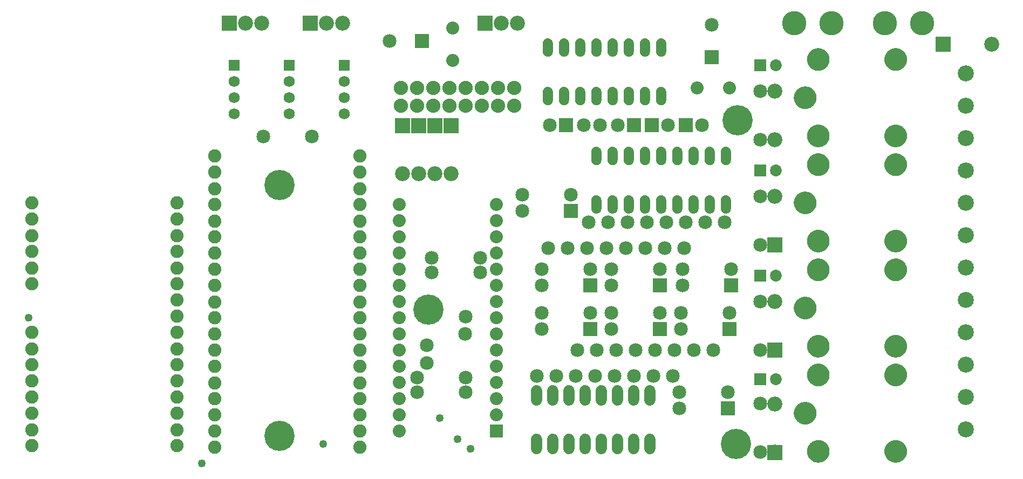
<source format=gbs>
G04 MADE WITH FRITZING*
G04 WWW.FRITZING.ORG*
G04 DOUBLE SIDED*
G04 HOLES PLATED*
G04 CONTOUR ON CENTER OF CONTOUR VECTOR*
%ASAXBY*%
%FSLAX23Y23*%
%MOIN*%
%OFA0B0*%
%SFA1.0B1.0*%
%ADD10C,0.085000*%
%ADD11C,0.069000*%
%ADD12C,0.049370*%
%ADD13C,0.081858*%
%ADD14C,0.068189*%
%ADD15C,0.092000*%
%ADD16C,0.080000*%
%ADD17C,0.062000*%
%ADD18C,0.088000*%
%ADD19C,0.150000*%
%ADD20C,0.098750*%
%ADD21C,0.072992*%
%ADD22C,0.187165*%
%ADD23R,0.069000X0.069000*%
%ADD24R,0.010144X0.010144*%
%ADD25R,0.085000X0.085000*%
%ADD26R,0.092000X0.092000*%
%ADD27R,0.072992X0.072992*%
%ADD28R,0.079972X0.080000*%
%ADD29C,0.030000*%
%ADD30R,0.001000X0.001000*%
%LNMASK0*%
G90*
G70*
G54D10*
X3317Y576D03*
X3570Y737D03*
G54D11*
X1447Y2496D03*
X1447Y2396D03*
X1447Y2296D03*
X1447Y2196D03*
X1787Y2496D03*
X1787Y2396D03*
X1787Y2296D03*
X1787Y2196D03*
X2127Y2496D03*
X2127Y2396D03*
X2127Y2296D03*
X2127Y2196D03*
G54D12*
X2717Y316D03*
X1247Y36D03*
X177Y936D03*
X1997Y156D03*
X2827Y186D03*
X2907Y126D03*
G54D13*
X1096Y146D03*
X1096Y245D03*
X1096Y346D03*
X1096Y446D03*
X1096Y546D03*
X1096Y646D03*
X1096Y745D03*
X1096Y846D03*
X1096Y946D03*
X1096Y1046D03*
X1096Y1146D03*
X1096Y1245D03*
X1096Y1346D03*
X1096Y1445D03*
X1096Y1546D03*
X1096Y1646D03*
X197Y1646D03*
X197Y1546D03*
X197Y1445D03*
X197Y1346D03*
X197Y1245D03*
X197Y1146D03*
X197Y846D03*
X197Y745D03*
X197Y646D03*
X197Y546D03*
X197Y446D03*
X197Y346D03*
X197Y245D03*
X197Y146D03*
X2226Y136D03*
X2226Y236D03*
X2226Y336D03*
X2226Y436D03*
X2226Y535D03*
X2226Y636D03*
X2226Y736D03*
X2226Y836D03*
X2226Y936D03*
X2226Y1035D03*
X2226Y1136D03*
X2226Y1236D03*
X2226Y1336D03*
X2226Y1436D03*
X2226Y1535D03*
X2226Y1636D03*
X2226Y1735D03*
X2226Y1836D03*
X2226Y1936D03*
X1327Y1936D03*
X1327Y1836D03*
X1327Y1735D03*
X1327Y1636D03*
X1327Y1535D03*
X1327Y1436D03*
X1327Y1336D03*
X1327Y1236D03*
X1327Y1136D03*
X1327Y1035D03*
X1327Y936D03*
X1327Y836D03*
X1327Y736D03*
X1327Y636D03*
X1327Y535D03*
X1327Y436D03*
X1327Y336D03*
X1327Y236D03*
X1327Y136D03*
G54D10*
X3527Y1596D03*
X3227Y1596D03*
X3527Y1696D03*
X3227Y1696D03*
X3647Y1136D03*
X3347Y1136D03*
X3647Y1236D03*
X3347Y1236D03*
X4077Y1136D03*
X3777Y1136D03*
X4077Y1236D03*
X3777Y1236D03*
X4517Y1136D03*
X4217Y1136D03*
X4517Y1236D03*
X4217Y1236D03*
X4497Y376D03*
X4197Y376D03*
X4497Y476D03*
X4197Y476D03*
X4507Y866D03*
X4207Y866D03*
X4507Y966D03*
X4207Y966D03*
X4077Y866D03*
X3777Y866D03*
X4077Y966D03*
X3777Y966D03*
X3647Y866D03*
X3347Y866D03*
X3647Y966D03*
X3347Y966D03*
X4697Y106D03*
X4697Y406D03*
X4697Y736D03*
X4697Y1036D03*
X4697Y2036D03*
X4697Y2336D03*
X4697Y1386D03*
X4697Y1686D03*
X4157Y576D03*
X4410Y737D03*
X4037Y576D03*
X4290Y737D03*
X3917Y576D03*
X4170Y737D03*
X3797Y576D03*
X4050Y737D03*
X3677Y576D03*
X3930Y737D03*
X3557Y576D03*
X3810Y737D03*
X3437Y576D03*
X3690Y737D03*
X3867Y1366D03*
X4120Y1527D03*
X3747Y1366D03*
X4000Y1527D03*
X3627Y1366D03*
X3880Y1527D03*
X3507Y1366D03*
X3760Y1527D03*
X3987Y1366D03*
X4240Y1527D03*
X4107Y1366D03*
X4360Y1527D03*
X4227Y1366D03*
X4480Y1527D03*
X3387Y1366D03*
X3640Y1527D03*
G54D14*
X3317Y156D03*
X3417Y156D03*
X3917Y156D03*
X4017Y156D03*
X3517Y156D03*
X3617Y156D03*
X3817Y156D03*
X3717Y156D03*
X4017Y456D03*
X3917Y456D03*
X3817Y456D03*
X3717Y456D03*
X3617Y456D03*
X3517Y456D03*
X3417Y456D03*
X3317Y456D03*
G54D15*
X4787Y2038D03*
X4787Y2336D03*
X4787Y1388D03*
X4787Y1686D03*
X4787Y738D03*
X4787Y1036D03*
X4787Y106D03*
X4787Y404D03*
G54D10*
X2607Y2646D03*
X2407Y2646D03*
X4397Y2546D03*
X4397Y2746D03*
G54D16*
X4507Y2356D03*
X4307Y2356D03*
X2797Y2726D03*
X2797Y2526D03*
G54D10*
X4237Y2126D03*
X4337Y2126D03*
G54D15*
X2687Y2124D03*
X2687Y1826D03*
X2787Y2124D03*
X2787Y1826D03*
X2487Y2124D03*
X2487Y1826D03*
X2587Y2124D03*
X2587Y1826D03*
G54D17*
X3687Y1636D03*
X3787Y1636D03*
X4287Y1636D03*
X4387Y1636D03*
X3887Y1636D03*
X3987Y1636D03*
X4187Y1636D03*
X4087Y1636D03*
X4487Y1636D03*
X4487Y1936D03*
X4387Y1936D03*
X4287Y1936D03*
X4187Y1936D03*
X4087Y1936D03*
X3987Y1936D03*
X3887Y1936D03*
X3787Y1936D03*
X3687Y1936D03*
G54D10*
X2967Y1216D03*
X2667Y1216D03*
X2878Y945D03*
X2637Y766D03*
X2877Y566D03*
X2577Y566D03*
X2875Y838D03*
X2637Y656D03*
X1927Y2056D03*
X1627Y2056D03*
X2877Y476D03*
X2577Y476D03*
X2967Y1306D03*
X2667Y1306D03*
G54D18*
X3177Y2356D03*
X3077Y2356D03*
X2977Y2356D03*
X2877Y2356D03*
X2777Y2356D03*
X2677Y2356D03*
X2577Y2356D03*
X2477Y2356D03*
X2477Y2246D03*
X2577Y2246D03*
X2677Y2246D03*
X2777Y2246D03*
X2877Y2246D03*
X2977Y2246D03*
X3077Y2246D03*
X3177Y2246D03*
G54D17*
X3387Y2306D03*
X3487Y2306D03*
X3587Y2306D03*
X3687Y2306D03*
X3787Y2306D03*
X3887Y2306D03*
X3987Y2306D03*
X4087Y2306D03*
X4087Y2606D03*
X3987Y2606D03*
X3887Y2606D03*
X3787Y2606D03*
X3687Y2606D03*
X3587Y2606D03*
X3487Y2606D03*
X3387Y2606D03*
G54D10*
X3917Y2126D03*
X3817Y2126D03*
X3707Y2126D03*
X3607Y2126D03*
X3497Y2126D03*
X3397Y2126D03*
X4027Y2126D03*
X4127Y2126D03*
G54D19*
X4910Y2756D03*
X5140Y2756D03*
X5697Y2756D03*
X5467Y2756D03*
G54D15*
X5829Y2626D03*
X6127Y2626D03*
X1417Y2756D03*
X1517Y2756D03*
X1617Y2756D03*
X1917Y2756D03*
X2017Y2756D03*
X2117Y2756D03*
X2997Y2756D03*
X3097Y2756D03*
X3197Y2756D03*
G54D20*
X5967Y1246D03*
X5967Y1446D03*
X5967Y1646D03*
X5967Y1846D03*
X5967Y2046D03*
X5967Y2246D03*
X5967Y2446D03*
X5967Y246D03*
X5967Y446D03*
X5967Y646D03*
X5967Y846D03*
X5967Y1046D03*
X5967Y1246D03*
X5967Y1446D03*
G54D21*
X4697Y1196D03*
X4795Y1196D03*
X4697Y1846D03*
X4795Y1846D03*
X4697Y2496D03*
X4795Y2496D03*
X4697Y556D03*
X4795Y556D03*
G54D16*
X3067Y236D03*
X3067Y336D03*
X3067Y436D03*
X3067Y536D03*
X3067Y636D03*
X3067Y736D03*
X3067Y836D03*
X3067Y936D03*
X3067Y1036D03*
X3067Y1136D03*
X3067Y1236D03*
X3067Y1336D03*
X3067Y1436D03*
X3067Y1536D03*
X3067Y1636D03*
X2467Y236D03*
X2467Y336D03*
X2467Y436D03*
X2467Y536D03*
X2467Y636D03*
X2467Y736D03*
X2467Y836D03*
X2467Y936D03*
X2467Y1036D03*
X2467Y1136D03*
X2467Y1236D03*
X2467Y1336D03*
X2467Y1436D03*
X2467Y1536D03*
X2467Y1636D03*
G54D22*
X1727Y206D03*
X4547Y156D03*
X4557Y2156D03*
X2647Y986D03*
X1727Y1756D03*
G54D23*
X1447Y2496D03*
X1787Y2496D03*
X2127Y2496D03*
G54D24*
X1096Y1344D03*
G54D25*
X3527Y1596D03*
X3647Y1136D03*
X4077Y1136D03*
X4517Y1136D03*
X4497Y376D03*
X4507Y866D03*
X4077Y866D03*
X3647Y866D03*
G54D26*
X4787Y1387D03*
X4787Y737D03*
X4787Y105D03*
G54D25*
X2607Y2646D03*
X4397Y2546D03*
X4237Y2126D03*
G54D26*
X2687Y2125D03*
X2787Y2125D03*
X2487Y2125D03*
X2587Y2125D03*
G54D25*
X3917Y2126D03*
X3497Y2126D03*
X4027Y2126D03*
G54D26*
X5828Y2626D03*
X1417Y2756D03*
X1917Y2756D03*
X2997Y2756D03*
G54D27*
X4697Y1196D03*
X4697Y1846D03*
X4697Y2496D03*
X4697Y556D03*
G54D28*
X3067Y236D03*
G54D29*
G36*
X4756Y2068D02*
X4818Y2068D01*
X4818Y2006D01*
X4756Y2006D01*
X4756Y2068D01*
G37*
D02*
G36*
X3679Y2098D02*
X3679Y2153D01*
X3734Y2153D01*
X3734Y2098D01*
X3679Y2098D01*
G37*
D02*
G54D30*
X3381Y2663D02*
X3392Y2663D01*
X3481Y2663D02*
X3492Y2663D01*
X3581Y2663D02*
X3592Y2663D01*
X3681Y2663D02*
X3692Y2663D01*
X3781Y2663D02*
X3792Y2663D01*
X3881Y2663D02*
X3892Y2663D01*
X3981Y2663D02*
X3992Y2663D01*
X4081Y2663D02*
X4092Y2663D01*
X3377Y2662D02*
X3395Y2662D01*
X3477Y2662D02*
X3495Y2662D01*
X3577Y2662D02*
X3595Y2662D01*
X3677Y2662D02*
X3695Y2662D01*
X3777Y2662D02*
X3795Y2662D01*
X3877Y2662D02*
X3895Y2662D01*
X3977Y2662D02*
X3995Y2662D01*
X4077Y2662D02*
X4095Y2662D01*
X3374Y2661D02*
X3398Y2661D01*
X3474Y2661D02*
X3498Y2661D01*
X3574Y2661D02*
X3598Y2661D01*
X3674Y2661D02*
X3698Y2661D01*
X3774Y2661D02*
X3798Y2661D01*
X3874Y2661D02*
X3898Y2661D01*
X3974Y2661D02*
X3998Y2661D01*
X4074Y2661D02*
X4098Y2661D01*
X3372Y2660D02*
X3400Y2660D01*
X3472Y2660D02*
X3500Y2660D01*
X3572Y2660D02*
X3600Y2660D01*
X3672Y2660D02*
X3700Y2660D01*
X3772Y2660D02*
X3800Y2660D01*
X3872Y2660D02*
X3900Y2660D01*
X3972Y2660D02*
X4000Y2660D01*
X4072Y2660D02*
X4100Y2660D01*
X3371Y2659D02*
X3402Y2659D01*
X3471Y2659D02*
X3502Y2659D01*
X3571Y2659D02*
X3602Y2659D01*
X3671Y2659D02*
X3702Y2659D01*
X3771Y2659D02*
X3802Y2659D01*
X3871Y2659D02*
X3902Y2659D01*
X3971Y2659D02*
X4002Y2659D01*
X4071Y2659D02*
X4102Y2659D01*
X3369Y2658D02*
X3404Y2658D01*
X3469Y2658D02*
X3504Y2658D01*
X3569Y2658D02*
X3604Y2658D01*
X3669Y2658D02*
X3703Y2658D01*
X3769Y2658D02*
X3803Y2658D01*
X3869Y2658D02*
X3903Y2658D01*
X3969Y2658D02*
X4003Y2658D01*
X4069Y2658D02*
X4103Y2658D01*
X3368Y2657D02*
X3405Y2657D01*
X3468Y2657D02*
X3505Y2657D01*
X3568Y2657D02*
X3605Y2657D01*
X3668Y2657D02*
X3705Y2657D01*
X3768Y2657D02*
X3805Y2657D01*
X3868Y2657D02*
X3905Y2657D01*
X3968Y2657D02*
X4005Y2657D01*
X4068Y2657D02*
X4105Y2657D01*
X3366Y2656D02*
X3406Y2656D01*
X3466Y2656D02*
X3506Y2656D01*
X3566Y2656D02*
X3606Y2656D01*
X3666Y2656D02*
X3706Y2656D01*
X3766Y2656D02*
X3806Y2656D01*
X3866Y2656D02*
X3906Y2656D01*
X3966Y2656D02*
X4006Y2656D01*
X4066Y2656D02*
X4106Y2656D01*
X3365Y2655D02*
X3407Y2655D01*
X3465Y2655D02*
X3507Y2655D01*
X3565Y2655D02*
X3607Y2655D01*
X3665Y2655D02*
X3707Y2655D01*
X3765Y2655D02*
X3807Y2655D01*
X3865Y2655D02*
X3907Y2655D01*
X3965Y2655D02*
X4007Y2655D01*
X4065Y2655D02*
X4107Y2655D01*
X3364Y2654D02*
X3408Y2654D01*
X3464Y2654D02*
X3508Y2654D01*
X3564Y2654D02*
X3608Y2654D01*
X3664Y2654D02*
X3708Y2654D01*
X3764Y2654D02*
X3808Y2654D01*
X3864Y2654D02*
X3908Y2654D01*
X3964Y2654D02*
X4008Y2654D01*
X4064Y2654D02*
X4108Y2654D01*
X3363Y2653D02*
X3409Y2653D01*
X3463Y2653D02*
X3509Y2653D01*
X3563Y2653D02*
X3609Y2653D01*
X3663Y2653D02*
X3709Y2653D01*
X3763Y2653D02*
X3809Y2653D01*
X3863Y2653D02*
X3909Y2653D01*
X3963Y2653D02*
X4009Y2653D01*
X4063Y2653D02*
X4109Y2653D01*
X3363Y2652D02*
X3410Y2652D01*
X3463Y2652D02*
X3510Y2652D01*
X3563Y2652D02*
X3610Y2652D01*
X3663Y2652D02*
X3710Y2652D01*
X3763Y2652D02*
X3810Y2652D01*
X3863Y2652D02*
X3910Y2652D01*
X3963Y2652D02*
X4010Y2652D01*
X4063Y2652D02*
X4110Y2652D01*
X3362Y2651D02*
X3411Y2651D01*
X3462Y2651D02*
X3511Y2651D01*
X3562Y2651D02*
X3611Y2651D01*
X3662Y2651D02*
X3711Y2651D01*
X3762Y2651D02*
X3811Y2651D01*
X3862Y2651D02*
X3911Y2651D01*
X3962Y2651D02*
X4011Y2651D01*
X4062Y2651D02*
X4111Y2651D01*
X3361Y2650D02*
X3411Y2650D01*
X3461Y2650D02*
X3511Y2650D01*
X3561Y2650D02*
X3611Y2650D01*
X3661Y2650D02*
X3711Y2650D01*
X3761Y2650D02*
X3811Y2650D01*
X3861Y2650D02*
X3911Y2650D01*
X3961Y2650D02*
X4011Y2650D01*
X4061Y2650D02*
X4111Y2650D01*
X3361Y2649D02*
X3412Y2649D01*
X3461Y2649D02*
X3512Y2649D01*
X3561Y2649D02*
X3612Y2649D01*
X3661Y2649D02*
X3712Y2649D01*
X3761Y2649D02*
X3812Y2649D01*
X3861Y2649D02*
X3912Y2649D01*
X3961Y2649D02*
X4012Y2649D01*
X4061Y2649D02*
X4112Y2649D01*
X3360Y2648D02*
X3413Y2648D01*
X3460Y2648D02*
X3513Y2648D01*
X3560Y2648D02*
X3613Y2648D01*
X3660Y2648D02*
X3713Y2648D01*
X3760Y2648D02*
X3813Y2648D01*
X3860Y2648D02*
X3913Y2648D01*
X3960Y2648D02*
X4013Y2648D01*
X4060Y2648D02*
X4113Y2648D01*
X3359Y2647D02*
X3413Y2647D01*
X3459Y2647D02*
X3513Y2647D01*
X3559Y2647D02*
X3613Y2647D01*
X3659Y2647D02*
X3713Y2647D01*
X3759Y2647D02*
X3813Y2647D01*
X3859Y2647D02*
X3913Y2647D01*
X3959Y2647D02*
X4013Y2647D01*
X4059Y2647D02*
X4113Y2647D01*
X3359Y2646D02*
X3414Y2646D01*
X3459Y2646D02*
X3514Y2646D01*
X3559Y2646D02*
X3614Y2646D01*
X3659Y2646D02*
X3714Y2646D01*
X3759Y2646D02*
X3814Y2646D01*
X3859Y2646D02*
X3914Y2646D01*
X3959Y2646D02*
X4014Y2646D01*
X4059Y2646D02*
X4114Y2646D01*
X3358Y2645D02*
X3414Y2645D01*
X3458Y2645D02*
X3514Y2645D01*
X3558Y2645D02*
X3614Y2645D01*
X3658Y2645D02*
X3714Y2645D01*
X3758Y2645D02*
X3814Y2645D01*
X3858Y2645D02*
X3914Y2645D01*
X3958Y2645D02*
X4014Y2645D01*
X4058Y2645D02*
X4114Y2645D01*
X3358Y2644D02*
X3415Y2644D01*
X3458Y2644D02*
X3514Y2644D01*
X3558Y2644D02*
X3614Y2644D01*
X3658Y2644D02*
X3714Y2644D01*
X3758Y2644D02*
X3814Y2644D01*
X3858Y2644D02*
X3914Y2644D01*
X3958Y2644D02*
X4014Y2644D01*
X4058Y2644D02*
X4114Y2644D01*
X3358Y2643D02*
X3415Y2643D01*
X3458Y2643D02*
X3515Y2643D01*
X3558Y2643D02*
X3615Y2643D01*
X3658Y2643D02*
X3715Y2643D01*
X3758Y2643D02*
X3815Y2643D01*
X3858Y2643D02*
X3915Y2643D01*
X3958Y2643D02*
X4015Y2643D01*
X4058Y2643D02*
X4115Y2643D01*
X3357Y2642D02*
X3415Y2642D01*
X3457Y2642D02*
X3515Y2642D01*
X3557Y2642D02*
X3615Y2642D01*
X3657Y2642D02*
X3715Y2642D01*
X3757Y2642D02*
X3815Y2642D01*
X3857Y2642D02*
X3915Y2642D01*
X3957Y2642D02*
X4015Y2642D01*
X4057Y2642D02*
X4115Y2642D01*
X3357Y2641D02*
X3416Y2641D01*
X3457Y2641D02*
X3516Y2641D01*
X3557Y2641D02*
X3616Y2641D01*
X3657Y2641D02*
X3716Y2641D01*
X3757Y2641D02*
X3816Y2641D01*
X3857Y2641D02*
X3915Y2641D01*
X3957Y2641D02*
X4015Y2641D01*
X4057Y2641D02*
X4115Y2641D01*
X3357Y2640D02*
X3416Y2640D01*
X3457Y2640D02*
X3516Y2640D01*
X3557Y2640D02*
X3616Y2640D01*
X3657Y2640D02*
X3716Y2640D01*
X3757Y2640D02*
X3816Y2640D01*
X3857Y2640D02*
X3916Y2640D01*
X3957Y2640D02*
X4016Y2640D01*
X4057Y2640D02*
X4116Y2640D01*
X3357Y2639D02*
X3416Y2639D01*
X3456Y2639D02*
X3516Y2639D01*
X3556Y2639D02*
X3616Y2639D01*
X3656Y2639D02*
X3716Y2639D01*
X3756Y2639D02*
X3816Y2639D01*
X3856Y2639D02*
X3916Y2639D01*
X3956Y2639D02*
X4016Y2639D01*
X4056Y2639D02*
X4116Y2639D01*
X3356Y2638D02*
X3416Y2638D01*
X3456Y2638D02*
X3516Y2638D01*
X3556Y2638D02*
X3616Y2638D01*
X3656Y2638D02*
X3716Y2638D01*
X3756Y2638D02*
X3816Y2638D01*
X3856Y2638D02*
X3916Y2638D01*
X3956Y2638D02*
X4016Y2638D01*
X4056Y2638D02*
X4116Y2638D01*
X3356Y2637D02*
X3416Y2637D01*
X3456Y2637D02*
X3516Y2637D01*
X3556Y2637D02*
X3616Y2637D01*
X3656Y2637D02*
X3716Y2637D01*
X3756Y2637D02*
X3816Y2637D01*
X3856Y2637D02*
X3916Y2637D01*
X3956Y2637D02*
X4016Y2637D01*
X4056Y2637D02*
X4116Y2637D01*
X3356Y2636D02*
X3417Y2636D01*
X3456Y2636D02*
X3517Y2636D01*
X3556Y2636D02*
X3617Y2636D01*
X3656Y2636D02*
X3717Y2636D01*
X3756Y2636D02*
X3817Y2636D01*
X3856Y2636D02*
X3917Y2636D01*
X3956Y2636D02*
X4017Y2636D01*
X4056Y2636D02*
X4117Y2636D01*
X3356Y2635D02*
X3417Y2635D01*
X3456Y2635D02*
X3517Y2635D01*
X3556Y2635D02*
X3617Y2635D01*
X3656Y2635D02*
X3717Y2635D01*
X3756Y2635D02*
X3817Y2635D01*
X3856Y2635D02*
X3917Y2635D01*
X3956Y2635D02*
X4017Y2635D01*
X4056Y2635D02*
X4117Y2635D01*
X3356Y2634D02*
X3417Y2634D01*
X3456Y2634D02*
X3517Y2634D01*
X3556Y2634D02*
X3617Y2634D01*
X3656Y2634D02*
X3717Y2634D01*
X3756Y2634D02*
X3817Y2634D01*
X3856Y2634D02*
X3917Y2634D01*
X3956Y2634D02*
X4017Y2634D01*
X4056Y2634D02*
X4117Y2634D01*
X3356Y2633D02*
X3417Y2633D01*
X3456Y2633D02*
X3517Y2633D01*
X3556Y2633D02*
X3617Y2633D01*
X3656Y2633D02*
X3717Y2633D01*
X3756Y2633D02*
X3817Y2633D01*
X3856Y2633D02*
X3917Y2633D01*
X3956Y2633D02*
X4017Y2633D01*
X4056Y2633D02*
X4117Y2633D01*
X3356Y2632D02*
X3417Y2632D01*
X3456Y2632D02*
X3517Y2632D01*
X3556Y2632D02*
X3617Y2632D01*
X3656Y2632D02*
X3717Y2632D01*
X3756Y2632D02*
X3817Y2632D01*
X3856Y2632D02*
X3917Y2632D01*
X3956Y2632D02*
X4017Y2632D01*
X4056Y2632D02*
X4117Y2632D01*
X3356Y2631D02*
X3417Y2631D01*
X3456Y2631D02*
X3517Y2631D01*
X3556Y2631D02*
X3617Y2631D01*
X3656Y2631D02*
X3717Y2631D01*
X3756Y2631D02*
X3817Y2631D01*
X3856Y2631D02*
X3917Y2631D01*
X3956Y2631D02*
X4017Y2631D01*
X4056Y2631D02*
X4117Y2631D01*
X3356Y2630D02*
X3417Y2630D01*
X3456Y2630D02*
X3517Y2630D01*
X3556Y2630D02*
X3617Y2630D01*
X3656Y2630D02*
X3717Y2630D01*
X3756Y2630D02*
X3817Y2630D01*
X3856Y2630D02*
X3917Y2630D01*
X3956Y2630D02*
X4017Y2630D01*
X4056Y2630D02*
X4117Y2630D01*
X3356Y2629D02*
X3417Y2629D01*
X3456Y2629D02*
X3517Y2629D01*
X3556Y2629D02*
X3617Y2629D01*
X3656Y2629D02*
X3717Y2629D01*
X3756Y2629D02*
X3817Y2629D01*
X3856Y2629D02*
X3917Y2629D01*
X3956Y2629D02*
X4017Y2629D01*
X4056Y2629D02*
X4117Y2629D01*
X3356Y2628D02*
X3417Y2628D01*
X3456Y2628D02*
X3517Y2628D01*
X3556Y2628D02*
X3617Y2628D01*
X3656Y2628D02*
X3717Y2628D01*
X3756Y2628D02*
X3817Y2628D01*
X3856Y2628D02*
X3917Y2628D01*
X3956Y2628D02*
X4017Y2628D01*
X4056Y2628D02*
X4117Y2628D01*
X3356Y2627D02*
X3417Y2627D01*
X3456Y2627D02*
X3517Y2627D01*
X3556Y2627D02*
X3617Y2627D01*
X3656Y2627D02*
X3717Y2627D01*
X3756Y2627D02*
X3817Y2627D01*
X3856Y2627D02*
X3917Y2627D01*
X3956Y2627D02*
X4017Y2627D01*
X4056Y2627D02*
X4117Y2627D01*
X3356Y2626D02*
X3417Y2626D01*
X3456Y2626D02*
X3517Y2626D01*
X3556Y2626D02*
X3617Y2626D01*
X3656Y2626D02*
X3717Y2626D01*
X3756Y2626D02*
X3817Y2626D01*
X3856Y2626D02*
X3917Y2626D01*
X3956Y2626D02*
X4017Y2626D01*
X4056Y2626D02*
X4117Y2626D01*
X3356Y2625D02*
X3417Y2625D01*
X3456Y2625D02*
X3517Y2625D01*
X3556Y2625D02*
X3617Y2625D01*
X3656Y2625D02*
X3717Y2625D01*
X3756Y2625D02*
X3817Y2625D01*
X3856Y2625D02*
X3917Y2625D01*
X3956Y2625D02*
X4017Y2625D01*
X4056Y2625D02*
X4117Y2625D01*
X3356Y2624D02*
X3417Y2624D01*
X3456Y2624D02*
X3517Y2624D01*
X3556Y2624D02*
X3617Y2624D01*
X3656Y2624D02*
X3717Y2624D01*
X3756Y2624D02*
X3817Y2624D01*
X3856Y2624D02*
X3917Y2624D01*
X3956Y2624D02*
X4017Y2624D01*
X4056Y2624D02*
X4117Y2624D01*
X3356Y2623D02*
X3417Y2623D01*
X3456Y2623D02*
X3517Y2623D01*
X3556Y2623D02*
X3617Y2623D01*
X3656Y2623D02*
X3717Y2623D01*
X3756Y2623D02*
X3817Y2623D01*
X3856Y2623D02*
X3917Y2623D01*
X3956Y2623D02*
X4017Y2623D01*
X4056Y2623D02*
X4117Y2623D01*
X3356Y2622D02*
X3417Y2622D01*
X3456Y2622D02*
X3517Y2622D01*
X3556Y2622D02*
X3617Y2622D01*
X3656Y2622D02*
X3717Y2622D01*
X3756Y2622D02*
X3817Y2622D01*
X3856Y2622D02*
X3917Y2622D01*
X3956Y2622D02*
X4017Y2622D01*
X4056Y2622D02*
X4117Y2622D01*
X3356Y2621D02*
X3417Y2621D01*
X3456Y2621D02*
X3517Y2621D01*
X3556Y2621D02*
X3617Y2621D01*
X3656Y2621D02*
X3717Y2621D01*
X3756Y2621D02*
X3817Y2621D01*
X3856Y2621D02*
X3917Y2621D01*
X3956Y2621D02*
X4017Y2621D01*
X4056Y2621D02*
X4117Y2621D01*
X3356Y2620D02*
X3417Y2620D01*
X3456Y2620D02*
X3517Y2620D01*
X3556Y2620D02*
X3617Y2620D01*
X3656Y2620D02*
X3717Y2620D01*
X3756Y2620D02*
X3817Y2620D01*
X3856Y2620D02*
X3917Y2620D01*
X3956Y2620D02*
X4017Y2620D01*
X4056Y2620D02*
X4117Y2620D01*
X3356Y2619D02*
X3417Y2619D01*
X3456Y2619D02*
X3517Y2619D01*
X3556Y2619D02*
X3617Y2619D01*
X3656Y2619D02*
X3717Y2619D01*
X3756Y2619D02*
X3817Y2619D01*
X3856Y2619D02*
X3917Y2619D01*
X3956Y2619D02*
X4017Y2619D01*
X4056Y2619D02*
X4117Y2619D01*
X3356Y2618D02*
X3417Y2618D01*
X3456Y2618D02*
X3517Y2618D01*
X3556Y2618D02*
X3617Y2618D01*
X3656Y2618D02*
X3717Y2618D01*
X3756Y2618D02*
X3817Y2618D01*
X3856Y2618D02*
X3917Y2618D01*
X3956Y2618D02*
X4017Y2618D01*
X4056Y2618D02*
X4117Y2618D01*
X3356Y2617D02*
X3382Y2617D01*
X3391Y2617D02*
X3417Y2617D01*
X3456Y2617D02*
X3482Y2617D01*
X3491Y2617D02*
X3517Y2617D01*
X3556Y2617D02*
X3582Y2617D01*
X3591Y2617D02*
X3617Y2617D01*
X3656Y2617D02*
X3682Y2617D01*
X3691Y2617D02*
X3717Y2617D01*
X3756Y2617D02*
X3782Y2617D01*
X3791Y2617D02*
X3817Y2617D01*
X3856Y2617D02*
X3882Y2617D01*
X3891Y2617D02*
X3917Y2617D01*
X3956Y2617D02*
X3982Y2617D01*
X3991Y2617D02*
X4017Y2617D01*
X4056Y2617D02*
X4082Y2617D01*
X4091Y2617D02*
X4117Y2617D01*
X3356Y2616D02*
X3380Y2616D01*
X3393Y2616D02*
X3417Y2616D01*
X3456Y2616D02*
X3480Y2616D01*
X3493Y2616D02*
X3517Y2616D01*
X3556Y2616D02*
X3580Y2616D01*
X3593Y2616D02*
X3617Y2616D01*
X3656Y2616D02*
X3680Y2616D01*
X3693Y2616D02*
X3717Y2616D01*
X3756Y2616D02*
X3780Y2616D01*
X3793Y2616D02*
X3817Y2616D01*
X3856Y2616D02*
X3880Y2616D01*
X3893Y2616D02*
X3917Y2616D01*
X3956Y2616D02*
X3980Y2616D01*
X3993Y2616D02*
X4017Y2616D01*
X4056Y2616D02*
X4080Y2616D01*
X4093Y2616D02*
X4117Y2616D01*
X3356Y2615D02*
X3379Y2615D01*
X3394Y2615D02*
X3417Y2615D01*
X3456Y2615D02*
X3479Y2615D01*
X3494Y2615D02*
X3517Y2615D01*
X3556Y2615D02*
X3579Y2615D01*
X3594Y2615D02*
X3617Y2615D01*
X3656Y2615D02*
X3679Y2615D01*
X3694Y2615D02*
X3717Y2615D01*
X3756Y2615D02*
X3779Y2615D01*
X3794Y2615D02*
X3817Y2615D01*
X3856Y2615D02*
X3879Y2615D01*
X3894Y2615D02*
X3917Y2615D01*
X3956Y2615D02*
X3979Y2615D01*
X3994Y2615D02*
X4017Y2615D01*
X4056Y2615D02*
X4079Y2615D01*
X4094Y2615D02*
X4117Y2615D01*
X3356Y2614D02*
X3378Y2614D01*
X3395Y2614D02*
X3417Y2614D01*
X3456Y2614D02*
X3478Y2614D01*
X3495Y2614D02*
X3517Y2614D01*
X3556Y2614D02*
X3578Y2614D01*
X3595Y2614D02*
X3617Y2614D01*
X3656Y2614D02*
X3678Y2614D01*
X3695Y2614D02*
X3717Y2614D01*
X3756Y2614D02*
X3778Y2614D01*
X3795Y2614D02*
X3817Y2614D01*
X3856Y2614D02*
X3878Y2614D01*
X3895Y2614D02*
X3917Y2614D01*
X3956Y2614D02*
X3978Y2614D01*
X3995Y2614D02*
X4017Y2614D01*
X4056Y2614D02*
X4078Y2614D01*
X4095Y2614D02*
X4117Y2614D01*
X3356Y2613D02*
X3377Y2613D01*
X3396Y2613D02*
X3417Y2613D01*
X3456Y2613D02*
X3477Y2613D01*
X3496Y2613D02*
X3517Y2613D01*
X3556Y2613D02*
X3577Y2613D01*
X3596Y2613D02*
X3617Y2613D01*
X3656Y2613D02*
X3677Y2613D01*
X3696Y2613D02*
X3717Y2613D01*
X3756Y2613D02*
X3777Y2613D01*
X3796Y2613D02*
X3817Y2613D01*
X3856Y2613D02*
X3877Y2613D01*
X3896Y2613D02*
X3917Y2613D01*
X3956Y2613D02*
X3977Y2613D01*
X3996Y2613D02*
X4017Y2613D01*
X4056Y2613D02*
X4077Y2613D01*
X4096Y2613D02*
X4117Y2613D01*
X3356Y2612D02*
X3376Y2612D01*
X3396Y2612D02*
X3417Y2612D01*
X3456Y2612D02*
X3476Y2612D01*
X3496Y2612D02*
X3517Y2612D01*
X3556Y2612D02*
X3576Y2612D01*
X3596Y2612D02*
X3617Y2612D01*
X3656Y2612D02*
X3676Y2612D01*
X3696Y2612D02*
X3717Y2612D01*
X3756Y2612D02*
X3776Y2612D01*
X3796Y2612D02*
X3817Y2612D01*
X3856Y2612D02*
X3876Y2612D01*
X3896Y2612D02*
X3917Y2612D01*
X3956Y2612D02*
X3976Y2612D01*
X3996Y2612D02*
X4017Y2612D01*
X4056Y2612D02*
X4076Y2612D01*
X4096Y2612D02*
X4117Y2612D01*
X3356Y2611D02*
X3376Y2611D01*
X3397Y2611D02*
X3417Y2611D01*
X3456Y2611D02*
X3476Y2611D01*
X3497Y2611D02*
X3517Y2611D01*
X3556Y2611D02*
X3576Y2611D01*
X3597Y2611D02*
X3617Y2611D01*
X3656Y2611D02*
X3676Y2611D01*
X3697Y2611D02*
X3717Y2611D01*
X3756Y2611D02*
X3776Y2611D01*
X3797Y2611D02*
X3817Y2611D01*
X3856Y2611D02*
X3876Y2611D01*
X3897Y2611D02*
X3917Y2611D01*
X3956Y2611D02*
X3976Y2611D01*
X3997Y2611D02*
X4017Y2611D01*
X4056Y2611D02*
X4076Y2611D01*
X4097Y2611D02*
X4117Y2611D01*
X3356Y2610D02*
X3375Y2610D01*
X3397Y2610D02*
X3417Y2610D01*
X3456Y2610D02*
X3475Y2610D01*
X3497Y2610D02*
X3517Y2610D01*
X3556Y2610D02*
X3575Y2610D01*
X3597Y2610D02*
X3617Y2610D01*
X3656Y2610D02*
X3675Y2610D01*
X3697Y2610D02*
X3717Y2610D01*
X3756Y2610D02*
X3775Y2610D01*
X3797Y2610D02*
X3817Y2610D01*
X3856Y2610D02*
X3875Y2610D01*
X3897Y2610D02*
X3917Y2610D01*
X3956Y2610D02*
X3975Y2610D01*
X3997Y2610D02*
X4017Y2610D01*
X4056Y2610D02*
X4075Y2610D01*
X4097Y2610D02*
X4117Y2610D01*
X3356Y2609D02*
X3375Y2609D01*
X3398Y2609D02*
X3417Y2609D01*
X3456Y2609D02*
X3475Y2609D01*
X3498Y2609D02*
X3517Y2609D01*
X3556Y2609D02*
X3575Y2609D01*
X3598Y2609D02*
X3617Y2609D01*
X3656Y2609D02*
X3675Y2609D01*
X3698Y2609D02*
X3717Y2609D01*
X3756Y2609D02*
X3775Y2609D01*
X3798Y2609D02*
X3817Y2609D01*
X3856Y2609D02*
X3875Y2609D01*
X3898Y2609D02*
X3917Y2609D01*
X3956Y2609D02*
X3975Y2609D01*
X3998Y2609D02*
X4017Y2609D01*
X4056Y2609D02*
X4075Y2609D01*
X4098Y2609D02*
X4117Y2609D01*
X3356Y2608D02*
X3375Y2608D01*
X3398Y2608D02*
X3417Y2608D01*
X3456Y2608D02*
X3475Y2608D01*
X3498Y2608D02*
X3517Y2608D01*
X3556Y2608D02*
X3575Y2608D01*
X3598Y2608D02*
X3617Y2608D01*
X3656Y2608D02*
X3675Y2608D01*
X3698Y2608D02*
X3717Y2608D01*
X3756Y2608D02*
X3775Y2608D01*
X3798Y2608D02*
X3817Y2608D01*
X3856Y2608D02*
X3875Y2608D01*
X3898Y2608D02*
X3917Y2608D01*
X3956Y2608D02*
X3975Y2608D01*
X3998Y2608D02*
X4017Y2608D01*
X4056Y2608D02*
X4075Y2608D01*
X4098Y2608D02*
X4117Y2608D01*
X3356Y2607D02*
X3375Y2607D01*
X3398Y2607D02*
X3417Y2607D01*
X3456Y2607D02*
X3475Y2607D01*
X3498Y2607D02*
X3517Y2607D01*
X3556Y2607D02*
X3575Y2607D01*
X3598Y2607D02*
X3617Y2607D01*
X3656Y2607D02*
X3675Y2607D01*
X3698Y2607D02*
X3717Y2607D01*
X3756Y2607D02*
X3775Y2607D01*
X3798Y2607D02*
X3817Y2607D01*
X3856Y2607D02*
X3875Y2607D01*
X3898Y2607D02*
X3917Y2607D01*
X3956Y2607D02*
X3975Y2607D01*
X3998Y2607D02*
X4017Y2607D01*
X4056Y2607D02*
X4075Y2607D01*
X4098Y2607D02*
X4117Y2607D01*
X3356Y2606D02*
X3375Y2606D01*
X3398Y2606D02*
X3417Y2606D01*
X3456Y2606D02*
X3475Y2606D01*
X3498Y2606D02*
X3517Y2606D01*
X3556Y2606D02*
X3575Y2606D01*
X3598Y2606D02*
X3617Y2606D01*
X3656Y2606D02*
X3675Y2606D01*
X3698Y2606D02*
X3717Y2606D01*
X3756Y2606D02*
X3775Y2606D01*
X3798Y2606D02*
X3817Y2606D01*
X3856Y2606D02*
X3875Y2606D01*
X3898Y2606D02*
X3917Y2606D01*
X3956Y2606D02*
X3975Y2606D01*
X3998Y2606D02*
X4017Y2606D01*
X4056Y2606D02*
X4075Y2606D01*
X4098Y2606D02*
X4117Y2606D01*
X3356Y2605D02*
X3375Y2605D01*
X3398Y2605D02*
X3417Y2605D01*
X3456Y2605D02*
X3475Y2605D01*
X3498Y2605D02*
X3517Y2605D01*
X3556Y2605D02*
X3575Y2605D01*
X3598Y2605D02*
X3617Y2605D01*
X3656Y2605D02*
X3675Y2605D01*
X3698Y2605D02*
X3717Y2605D01*
X3756Y2605D02*
X3775Y2605D01*
X3798Y2605D02*
X3817Y2605D01*
X3856Y2605D02*
X3875Y2605D01*
X3898Y2605D02*
X3917Y2605D01*
X3956Y2605D02*
X3975Y2605D01*
X3998Y2605D02*
X4017Y2605D01*
X4056Y2605D02*
X4075Y2605D01*
X4098Y2605D02*
X4117Y2605D01*
X3356Y2604D02*
X3375Y2604D01*
X3397Y2604D02*
X3417Y2604D01*
X3456Y2604D02*
X3475Y2604D01*
X3497Y2604D02*
X3517Y2604D01*
X3556Y2604D02*
X3575Y2604D01*
X3597Y2604D02*
X3617Y2604D01*
X3656Y2604D02*
X3675Y2604D01*
X3697Y2604D02*
X3717Y2604D01*
X3756Y2604D02*
X3775Y2604D01*
X3797Y2604D02*
X3817Y2604D01*
X3856Y2604D02*
X3875Y2604D01*
X3897Y2604D02*
X3917Y2604D01*
X3956Y2604D02*
X3975Y2604D01*
X3997Y2604D02*
X4017Y2604D01*
X4056Y2604D02*
X4075Y2604D01*
X4097Y2604D02*
X4117Y2604D01*
X3356Y2603D02*
X3375Y2603D01*
X3397Y2603D02*
X3417Y2603D01*
X3456Y2603D02*
X3475Y2603D01*
X3497Y2603D02*
X3517Y2603D01*
X3556Y2603D02*
X3575Y2603D01*
X3597Y2603D02*
X3617Y2603D01*
X3656Y2603D02*
X3675Y2603D01*
X3697Y2603D02*
X3717Y2603D01*
X3756Y2603D02*
X3775Y2603D01*
X3797Y2603D02*
X3817Y2603D01*
X3856Y2603D02*
X3875Y2603D01*
X3897Y2603D02*
X3917Y2603D01*
X3956Y2603D02*
X3975Y2603D01*
X3997Y2603D02*
X4017Y2603D01*
X4056Y2603D02*
X4075Y2603D01*
X4097Y2603D02*
X4117Y2603D01*
X3356Y2602D02*
X3376Y2602D01*
X3397Y2602D02*
X3417Y2602D01*
X3456Y2602D02*
X3476Y2602D01*
X3497Y2602D02*
X3517Y2602D01*
X3556Y2602D02*
X3576Y2602D01*
X3597Y2602D02*
X3617Y2602D01*
X3656Y2602D02*
X3676Y2602D01*
X3697Y2602D02*
X3717Y2602D01*
X3756Y2602D02*
X3776Y2602D01*
X3797Y2602D02*
X3817Y2602D01*
X3856Y2602D02*
X3876Y2602D01*
X3897Y2602D02*
X3917Y2602D01*
X3956Y2602D02*
X3976Y2602D01*
X3997Y2602D02*
X4017Y2602D01*
X4056Y2602D02*
X4076Y2602D01*
X4097Y2602D02*
X4117Y2602D01*
X5048Y2602D02*
X5066Y2602D01*
X5526Y2602D02*
X5544Y2602D01*
X3356Y2601D02*
X3376Y2601D01*
X3396Y2601D02*
X3417Y2601D01*
X3456Y2601D02*
X3476Y2601D01*
X3496Y2601D02*
X3517Y2601D01*
X3556Y2601D02*
X3576Y2601D01*
X3596Y2601D02*
X3617Y2601D01*
X3656Y2601D02*
X3676Y2601D01*
X3696Y2601D02*
X3717Y2601D01*
X3756Y2601D02*
X3776Y2601D01*
X3796Y2601D02*
X3817Y2601D01*
X3856Y2601D02*
X3876Y2601D01*
X3896Y2601D02*
X3917Y2601D01*
X3956Y2601D02*
X3976Y2601D01*
X3996Y2601D02*
X4017Y2601D01*
X4056Y2601D02*
X4076Y2601D01*
X4096Y2601D02*
X4117Y2601D01*
X5042Y2601D02*
X5072Y2601D01*
X5521Y2601D02*
X5550Y2601D01*
X3356Y2600D02*
X3377Y2600D01*
X3396Y2600D02*
X3417Y2600D01*
X3456Y2600D02*
X3477Y2600D01*
X3495Y2600D02*
X3517Y2600D01*
X3556Y2600D02*
X3577Y2600D01*
X3595Y2600D02*
X3617Y2600D01*
X3656Y2600D02*
X3677Y2600D01*
X3695Y2600D02*
X3717Y2600D01*
X3756Y2600D02*
X3777Y2600D01*
X3795Y2600D02*
X3817Y2600D01*
X3856Y2600D02*
X3877Y2600D01*
X3895Y2600D02*
X3917Y2600D01*
X3956Y2600D02*
X3977Y2600D01*
X3995Y2600D02*
X4017Y2600D01*
X4056Y2600D02*
X4077Y2600D01*
X4095Y2600D02*
X4117Y2600D01*
X5038Y2600D02*
X5076Y2600D01*
X5517Y2600D02*
X5554Y2600D01*
X3356Y2599D02*
X3378Y2599D01*
X3395Y2599D02*
X3417Y2599D01*
X3456Y2599D02*
X3478Y2599D01*
X3495Y2599D02*
X3517Y2599D01*
X3556Y2599D02*
X3578Y2599D01*
X3595Y2599D02*
X3617Y2599D01*
X3656Y2599D02*
X3678Y2599D01*
X3695Y2599D02*
X3717Y2599D01*
X3756Y2599D02*
X3778Y2599D01*
X3795Y2599D02*
X3817Y2599D01*
X3856Y2599D02*
X3878Y2599D01*
X3895Y2599D02*
X3917Y2599D01*
X3956Y2599D02*
X3978Y2599D01*
X3995Y2599D02*
X4017Y2599D01*
X4056Y2599D02*
X4078Y2599D01*
X4095Y2599D02*
X4117Y2599D01*
X5035Y2599D02*
X5079Y2599D01*
X5513Y2599D02*
X5557Y2599D01*
X3356Y2598D02*
X3379Y2598D01*
X3394Y2598D02*
X3417Y2598D01*
X3456Y2598D02*
X3479Y2598D01*
X3494Y2598D02*
X3517Y2598D01*
X3556Y2598D02*
X3579Y2598D01*
X3594Y2598D02*
X3617Y2598D01*
X3656Y2598D02*
X3679Y2598D01*
X3693Y2598D02*
X3717Y2598D01*
X3756Y2598D02*
X3779Y2598D01*
X3793Y2598D02*
X3817Y2598D01*
X3856Y2598D02*
X3879Y2598D01*
X3893Y2598D02*
X3917Y2598D01*
X3956Y2598D02*
X3979Y2598D01*
X3993Y2598D02*
X4017Y2598D01*
X4056Y2598D02*
X4079Y2598D01*
X4093Y2598D02*
X4117Y2598D01*
X5032Y2598D02*
X5082Y2598D01*
X5510Y2598D02*
X5560Y2598D01*
X3356Y2597D02*
X3380Y2597D01*
X3392Y2597D02*
X3417Y2597D01*
X3456Y2597D02*
X3480Y2597D01*
X3492Y2597D02*
X3517Y2597D01*
X3556Y2597D02*
X3580Y2597D01*
X3592Y2597D02*
X3617Y2597D01*
X3656Y2597D02*
X3680Y2597D01*
X3692Y2597D02*
X3717Y2597D01*
X3756Y2597D02*
X3780Y2597D01*
X3792Y2597D02*
X3817Y2597D01*
X3856Y2597D02*
X3880Y2597D01*
X3892Y2597D02*
X3917Y2597D01*
X3956Y2597D02*
X3980Y2597D01*
X3992Y2597D02*
X4017Y2597D01*
X4056Y2597D02*
X4080Y2597D01*
X4092Y2597D02*
X4117Y2597D01*
X5030Y2597D02*
X5084Y2597D01*
X5508Y2597D02*
X5563Y2597D01*
X3356Y2596D02*
X3383Y2596D01*
X3390Y2596D02*
X3417Y2596D01*
X3456Y2596D02*
X3483Y2596D01*
X3490Y2596D02*
X3517Y2596D01*
X3556Y2596D02*
X3583Y2596D01*
X3590Y2596D02*
X3617Y2596D01*
X3656Y2596D02*
X3683Y2596D01*
X3690Y2596D02*
X3717Y2596D01*
X3756Y2596D02*
X3783Y2596D01*
X3790Y2596D02*
X3817Y2596D01*
X3856Y2596D02*
X3883Y2596D01*
X3890Y2596D02*
X3917Y2596D01*
X3956Y2596D02*
X3983Y2596D01*
X3990Y2596D02*
X4017Y2596D01*
X4056Y2596D02*
X4083Y2596D01*
X4090Y2596D02*
X4117Y2596D01*
X5027Y2596D02*
X5086Y2596D01*
X5506Y2596D02*
X5565Y2596D01*
X3356Y2595D02*
X3417Y2595D01*
X3456Y2595D02*
X3517Y2595D01*
X3556Y2595D02*
X3617Y2595D01*
X3656Y2595D02*
X3717Y2595D01*
X3756Y2595D02*
X3817Y2595D01*
X3856Y2595D02*
X3917Y2595D01*
X3956Y2595D02*
X4017Y2595D01*
X4056Y2595D02*
X4117Y2595D01*
X5025Y2595D02*
X5088Y2595D01*
X5504Y2595D02*
X5567Y2595D01*
X3356Y2594D02*
X3417Y2594D01*
X3456Y2594D02*
X3517Y2594D01*
X3556Y2594D02*
X3617Y2594D01*
X3656Y2594D02*
X3717Y2594D01*
X3756Y2594D02*
X3817Y2594D01*
X3856Y2594D02*
X3917Y2594D01*
X3956Y2594D02*
X4017Y2594D01*
X4056Y2594D02*
X4117Y2594D01*
X5024Y2594D02*
X5090Y2594D01*
X5502Y2594D02*
X5569Y2594D01*
X3356Y2593D02*
X3417Y2593D01*
X3456Y2593D02*
X3517Y2593D01*
X3556Y2593D02*
X3617Y2593D01*
X3656Y2593D02*
X3717Y2593D01*
X3756Y2593D02*
X3817Y2593D01*
X3856Y2593D02*
X3917Y2593D01*
X3956Y2593D02*
X4017Y2593D01*
X4056Y2593D02*
X4117Y2593D01*
X5022Y2593D02*
X5092Y2593D01*
X5500Y2593D02*
X5570Y2593D01*
X3356Y2592D02*
X3417Y2592D01*
X3456Y2592D02*
X3517Y2592D01*
X3556Y2592D02*
X3617Y2592D01*
X3656Y2592D02*
X3717Y2592D01*
X3756Y2592D02*
X3817Y2592D01*
X3856Y2592D02*
X3917Y2592D01*
X3956Y2592D02*
X4017Y2592D01*
X4056Y2592D02*
X4117Y2592D01*
X5020Y2592D02*
X5093Y2592D01*
X5499Y2592D02*
X5572Y2592D01*
X3356Y2591D02*
X3417Y2591D01*
X3456Y2591D02*
X3517Y2591D01*
X3556Y2591D02*
X3617Y2591D01*
X3656Y2591D02*
X3717Y2591D01*
X3756Y2591D02*
X3817Y2591D01*
X3856Y2591D02*
X3917Y2591D01*
X3956Y2591D02*
X4017Y2591D01*
X4056Y2591D02*
X4117Y2591D01*
X5019Y2591D02*
X5095Y2591D01*
X5497Y2591D02*
X5573Y2591D01*
X3356Y2590D02*
X3417Y2590D01*
X3456Y2590D02*
X3517Y2590D01*
X3556Y2590D02*
X3617Y2590D01*
X3656Y2590D02*
X3717Y2590D01*
X3756Y2590D02*
X3817Y2590D01*
X3856Y2590D02*
X3917Y2590D01*
X3956Y2590D02*
X4017Y2590D01*
X4056Y2590D02*
X4117Y2590D01*
X5017Y2590D02*
X5097Y2590D01*
X5496Y2590D02*
X5575Y2590D01*
X3356Y2589D02*
X3417Y2589D01*
X3456Y2589D02*
X3517Y2589D01*
X3556Y2589D02*
X3617Y2589D01*
X3656Y2589D02*
X3717Y2589D01*
X3756Y2589D02*
X3817Y2589D01*
X3856Y2589D02*
X3917Y2589D01*
X3956Y2589D02*
X4017Y2589D01*
X4056Y2589D02*
X4117Y2589D01*
X5016Y2589D02*
X5098Y2589D01*
X5494Y2589D02*
X5576Y2589D01*
X3356Y2588D02*
X3417Y2588D01*
X3456Y2588D02*
X3517Y2588D01*
X3556Y2588D02*
X3617Y2588D01*
X3656Y2588D02*
X3717Y2588D01*
X3756Y2588D02*
X3817Y2588D01*
X3856Y2588D02*
X3917Y2588D01*
X3956Y2588D02*
X4017Y2588D01*
X4056Y2588D02*
X4117Y2588D01*
X5015Y2588D02*
X5099Y2588D01*
X5493Y2588D02*
X5578Y2588D01*
X3356Y2587D02*
X3417Y2587D01*
X3456Y2587D02*
X3517Y2587D01*
X3556Y2587D02*
X3617Y2587D01*
X3656Y2587D02*
X3717Y2587D01*
X3756Y2587D02*
X3817Y2587D01*
X3856Y2587D02*
X3917Y2587D01*
X3956Y2587D02*
X4017Y2587D01*
X4056Y2587D02*
X4117Y2587D01*
X5013Y2587D02*
X5101Y2587D01*
X5492Y2587D02*
X5579Y2587D01*
X3356Y2586D02*
X3417Y2586D01*
X3456Y2586D02*
X3517Y2586D01*
X3556Y2586D02*
X3617Y2586D01*
X3656Y2586D02*
X3717Y2586D01*
X3756Y2586D02*
X3817Y2586D01*
X3856Y2586D02*
X3917Y2586D01*
X3956Y2586D02*
X4017Y2586D01*
X4056Y2586D02*
X4117Y2586D01*
X5012Y2586D02*
X5102Y2586D01*
X5490Y2586D02*
X5580Y2586D01*
X3356Y2585D02*
X3417Y2585D01*
X3456Y2585D02*
X3517Y2585D01*
X3556Y2585D02*
X3617Y2585D01*
X3656Y2585D02*
X3717Y2585D01*
X3756Y2585D02*
X3817Y2585D01*
X3856Y2585D02*
X3917Y2585D01*
X3956Y2585D02*
X4017Y2585D01*
X4056Y2585D02*
X4117Y2585D01*
X5011Y2585D02*
X5103Y2585D01*
X5489Y2585D02*
X5581Y2585D01*
X3356Y2584D02*
X3417Y2584D01*
X3456Y2584D02*
X3517Y2584D01*
X3556Y2584D02*
X3617Y2584D01*
X3656Y2584D02*
X3717Y2584D01*
X3756Y2584D02*
X3817Y2584D01*
X3856Y2584D02*
X3917Y2584D01*
X3956Y2584D02*
X4017Y2584D01*
X4056Y2584D02*
X4117Y2584D01*
X5010Y2584D02*
X5104Y2584D01*
X5488Y2584D02*
X5582Y2584D01*
X3356Y2583D02*
X3417Y2583D01*
X3456Y2583D02*
X3517Y2583D01*
X3556Y2583D02*
X3617Y2583D01*
X3656Y2583D02*
X3717Y2583D01*
X3756Y2583D02*
X3817Y2583D01*
X3856Y2583D02*
X3917Y2583D01*
X3956Y2583D02*
X4017Y2583D01*
X4056Y2583D02*
X4117Y2583D01*
X5009Y2583D02*
X5105Y2583D01*
X5487Y2583D02*
X5583Y2583D01*
X3356Y2582D02*
X3417Y2582D01*
X3456Y2582D02*
X3517Y2582D01*
X3556Y2582D02*
X3617Y2582D01*
X3656Y2582D02*
X3717Y2582D01*
X3756Y2582D02*
X3817Y2582D01*
X3856Y2582D02*
X3917Y2582D01*
X3956Y2582D02*
X4017Y2582D01*
X4056Y2582D02*
X4117Y2582D01*
X5008Y2582D02*
X5106Y2582D01*
X5486Y2582D02*
X5584Y2582D01*
X3356Y2581D02*
X3417Y2581D01*
X3456Y2581D02*
X3517Y2581D01*
X3556Y2581D02*
X3617Y2581D01*
X3656Y2581D02*
X3717Y2581D01*
X3756Y2581D02*
X3817Y2581D01*
X3856Y2581D02*
X3917Y2581D01*
X3956Y2581D02*
X4017Y2581D01*
X4056Y2581D02*
X4117Y2581D01*
X5007Y2581D02*
X5107Y2581D01*
X5485Y2581D02*
X5585Y2581D01*
X3356Y2580D02*
X3417Y2580D01*
X3456Y2580D02*
X3517Y2580D01*
X3556Y2580D02*
X3617Y2580D01*
X3656Y2580D02*
X3717Y2580D01*
X3756Y2580D02*
X3817Y2580D01*
X3856Y2580D02*
X3917Y2580D01*
X3956Y2580D02*
X4017Y2580D01*
X4056Y2580D02*
X4117Y2580D01*
X5006Y2580D02*
X5108Y2580D01*
X5484Y2580D02*
X5586Y2580D01*
X3356Y2579D02*
X3417Y2579D01*
X3456Y2579D02*
X3517Y2579D01*
X3556Y2579D02*
X3617Y2579D01*
X3656Y2579D02*
X3717Y2579D01*
X3756Y2579D02*
X3817Y2579D01*
X3856Y2579D02*
X3917Y2579D01*
X3956Y2579D02*
X4017Y2579D01*
X4056Y2579D02*
X4117Y2579D01*
X5005Y2579D02*
X5109Y2579D01*
X5483Y2579D02*
X5587Y2579D01*
X3356Y2578D02*
X3417Y2578D01*
X3456Y2578D02*
X3517Y2578D01*
X3556Y2578D02*
X3617Y2578D01*
X3656Y2578D02*
X3717Y2578D01*
X3756Y2578D02*
X3817Y2578D01*
X3856Y2578D02*
X3917Y2578D01*
X3956Y2578D02*
X4017Y2578D01*
X4056Y2578D02*
X4117Y2578D01*
X5004Y2578D02*
X5110Y2578D01*
X5482Y2578D02*
X5588Y2578D01*
X3356Y2577D02*
X3417Y2577D01*
X3456Y2577D02*
X3517Y2577D01*
X3556Y2577D02*
X3616Y2577D01*
X3656Y2577D02*
X3716Y2577D01*
X3756Y2577D02*
X3816Y2577D01*
X3856Y2577D02*
X3916Y2577D01*
X3956Y2577D02*
X4016Y2577D01*
X4056Y2577D02*
X4116Y2577D01*
X5003Y2577D02*
X5111Y2577D01*
X5482Y2577D02*
X5589Y2577D01*
X3356Y2576D02*
X3416Y2576D01*
X3456Y2576D02*
X3516Y2576D01*
X3556Y2576D02*
X3616Y2576D01*
X3656Y2576D02*
X3716Y2576D01*
X3756Y2576D02*
X3816Y2576D01*
X3856Y2576D02*
X3916Y2576D01*
X3956Y2576D02*
X4016Y2576D01*
X4056Y2576D02*
X4116Y2576D01*
X5003Y2576D02*
X5111Y2576D01*
X5481Y2576D02*
X5590Y2576D01*
X3356Y2575D02*
X3416Y2575D01*
X3456Y2575D02*
X3516Y2575D01*
X3556Y2575D02*
X3616Y2575D01*
X3656Y2575D02*
X3716Y2575D01*
X3756Y2575D02*
X3816Y2575D01*
X3856Y2575D02*
X3916Y2575D01*
X3956Y2575D02*
X4016Y2575D01*
X4056Y2575D02*
X4116Y2575D01*
X5002Y2575D02*
X5112Y2575D01*
X5480Y2575D02*
X5590Y2575D01*
X3357Y2574D02*
X3416Y2574D01*
X3457Y2574D02*
X3516Y2574D01*
X3557Y2574D02*
X3616Y2574D01*
X3657Y2574D02*
X3716Y2574D01*
X3757Y2574D02*
X3816Y2574D01*
X3857Y2574D02*
X3916Y2574D01*
X3957Y2574D02*
X4016Y2574D01*
X4057Y2574D02*
X4116Y2574D01*
X5001Y2574D02*
X5113Y2574D01*
X5479Y2574D02*
X5591Y2574D01*
X3357Y2573D02*
X3416Y2573D01*
X3457Y2573D02*
X3516Y2573D01*
X3557Y2573D02*
X3616Y2573D01*
X3657Y2573D02*
X3716Y2573D01*
X3757Y2573D02*
X3816Y2573D01*
X3857Y2573D02*
X3916Y2573D01*
X3957Y2573D02*
X4016Y2573D01*
X4057Y2573D02*
X4116Y2573D01*
X5000Y2573D02*
X5114Y2573D01*
X5479Y2573D02*
X5592Y2573D01*
X3357Y2572D02*
X3415Y2572D01*
X3457Y2572D02*
X3515Y2572D01*
X3557Y2572D02*
X3615Y2572D01*
X3657Y2572D02*
X3715Y2572D01*
X3757Y2572D02*
X3815Y2572D01*
X3857Y2572D02*
X3915Y2572D01*
X3957Y2572D02*
X4015Y2572D01*
X4057Y2572D02*
X4115Y2572D01*
X5000Y2572D02*
X5114Y2572D01*
X5478Y2572D02*
X5593Y2572D01*
X3357Y2571D02*
X3415Y2571D01*
X3457Y2571D02*
X3515Y2571D01*
X3557Y2571D02*
X3615Y2571D01*
X3657Y2571D02*
X3715Y2571D01*
X3757Y2571D02*
X3815Y2571D01*
X3857Y2571D02*
X3915Y2571D01*
X3957Y2571D02*
X4015Y2571D01*
X4057Y2571D02*
X4115Y2571D01*
X4999Y2571D02*
X5115Y2571D01*
X5477Y2571D02*
X5593Y2571D01*
X3358Y2570D02*
X3415Y2570D01*
X3458Y2570D02*
X3515Y2570D01*
X3558Y2570D02*
X3615Y2570D01*
X3658Y2570D02*
X3715Y2570D01*
X3758Y2570D02*
X3815Y2570D01*
X3858Y2570D02*
X3915Y2570D01*
X3958Y2570D02*
X4015Y2570D01*
X4058Y2570D02*
X4115Y2570D01*
X4998Y2570D02*
X5115Y2570D01*
X5477Y2570D02*
X5594Y2570D01*
X3358Y2569D02*
X3414Y2569D01*
X3458Y2569D02*
X3514Y2569D01*
X3558Y2569D02*
X3614Y2569D01*
X3658Y2569D02*
X3714Y2569D01*
X3758Y2569D02*
X3814Y2569D01*
X3858Y2569D02*
X3914Y2569D01*
X3958Y2569D02*
X4014Y2569D01*
X4058Y2569D02*
X4114Y2569D01*
X4998Y2569D02*
X5116Y2569D01*
X5476Y2569D02*
X5594Y2569D01*
X3359Y2568D02*
X3414Y2568D01*
X3459Y2568D02*
X3514Y2568D01*
X3559Y2568D02*
X3614Y2568D01*
X3659Y2568D02*
X3714Y2568D01*
X3759Y2568D02*
X3814Y2568D01*
X3859Y2568D02*
X3914Y2568D01*
X3959Y2568D02*
X4014Y2568D01*
X4059Y2568D02*
X4114Y2568D01*
X4997Y2568D02*
X5117Y2568D01*
X5475Y2568D02*
X5595Y2568D01*
X3359Y2567D02*
X3413Y2567D01*
X3459Y2567D02*
X3513Y2567D01*
X3559Y2567D02*
X3613Y2567D01*
X3659Y2567D02*
X3713Y2567D01*
X3759Y2567D02*
X3813Y2567D01*
X3859Y2567D02*
X3913Y2567D01*
X3959Y2567D02*
X4013Y2567D01*
X4059Y2567D02*
X4113Y2567D01*
X4996Y2567D02*
X5117Y2567D01*
X5475Y2567D02*
X5596Y2567D01*
X3360Y2566D02*
X3413Y2566D01*
X3460Y2566D02*
X3513Y2566D01*
X3560Y2566D02*
X3613Y2566D01*
X3660Y2566D02*
X3713Y2566D01*
X3760Y2566D02*
X3813Y2566D01*
X3860Y2566D02*
X3913Y2566D01*
X3960Y2566D02*
X4013Y2566D01*
X4060Y2566D02*
X4113Y2566D01*
X4996Y2566D02*
X5118Y2566D01*
X5474Y2566D02*
X5596Y2566D01*
X3360Y2565D02*
X3412Y2565D01*
X3460Y2565D02*
X3512Y2565D01*
X3560Y2565D02*
X3612Y2565D01*
X3660Y2565D02*
X3712Y2565D01*
X3760Y2565D02*
X3812Y2565D01*
X3860Y2565D02*
X3912Y2565D01*
X3960Y2565D02*
X4012Y2565D01*
X4060Y2565D02*
X4112Y2565D01*
X4995Y2565D02*
X5118Y2565D01*
X5474Y2565D02*
X5597Y2565D01*
X3361Y2564D02*
X3412Y2564D01*
X3461Y2564D02*
X3512Y2564D01*
X3561Y2564D02*
X3612Y2564D01*
X3661Y2564D02*
X3712Y2564D01*
X3761Y2564D02*
X3812Y2564D01*
X3861Y2564D02*
X3912Y2564D01*
X3961Y2564D02*
X4012Y2564D01*
X4061Y2564D02*
X4112Y2564D01*
X4995Y2564D02*
X5119Y2564D01*
X5473Y2564D02*
X5597Y2564D01*
X3361Y2563D02*
X3411Y2563D01*
X3461Y2563D02*
X3511Y2563D01*
X3561Y2563D02*
X3611Y2563D01*
X3661Y2563D02*
X3711Y2563D01*
X3761Y2563D02*
X3811Y2563D01*
X3861Y2563D02*
X3911Y2563D01*
X3961Y2563D02*
X4011Y2563D01*
X4061Y2563D02*
X4111Y2563D01*
X4994Y2563D02*
X5119Y2563D01*
X5473Y2563D02*
X5598Y2563D01*
X3362Y2562D02*
X3410Y2562D01*
X3462Y2562D02*
X3510Y2562D01*
X3562Y2562D02*
X3610Y2562D01*
X3662Y2562D02*
X3710Y2562D01*
X3762Y2562D02*
X3810Y2562D01*
X3862Y2562D02*
X3910Y2562D01*
X3962Y2562D02*
X4010Y2562D01*
X4062Y2562D02*
X4110Y2562D01*
X4994Y2562D02*
X5120Y2562D01*
X5472Y2562D02*
X5598Y2562D01*
X3363Y2561D02*
X3410Y2561D01*
X3463Y2561D02*
X3510Y2561D01*
X3563Y2561D02*
X3610Y2561D01*
X3663Y2561D02*
X3710Y2561D01*
X3763Y2561D02*
X3810Y2561D01*
X3863Y2561D02*
X3910Y2561D01*
X3963Y2561D02*
X4010Y2561D01*
X4063Y2561D02*
X4110Y2561D01*
X4993Y2561D02*
X5120Y2561D01*
X5472Y2561D02*
X5599Y2561D01*
X3364Y2560D02*
X3409Y2560D01*
X3464Y2560D02*
X3509Y2560D01*
X3564Y2560D02*
X3609Y2560D01*
X3664Y2560D02*
X3709Y2560D01*
X3764Y2560D02*
X3809Y2560D01*
X3864Y2560D02*
X3909Y2560D01*
X3964Y2560D02*
X4009Y2560D01*
X4064Y2560D02*
X4109Y2560D01*
X4993Y2560D02*
X5121Y2560D01*
X5471Y2560D02*
X5599Y2560D01*
X3365Y2559D02*
X3408Y2559D01*
X3465Y2559D02*
X3508Y2559D01*
X3565Y2559D02*
X3608Y2559D01*
X3665Y2559D02*
X3708Y2559D01*
X3765Y2559D02*
X3808Y2559D01*
X3865Y2559D02*
X3908Y2559D01*
X3965Y2559D02*
X4008Y2559D01*
X4065Y2559D02*
X4108Y2559D01*
X4993Y2559D02*
X5121Y2559D01*
X5471Y2559D02*
X5600Y2559D01*
X3366Y2558D02*
X3407Y2558D01*
X3466Y2558D02*
X3507Y2558D01*
X3566Y2558D02*
X3607Y2558D01*
X3666Y2558D02*
X3707Y2558D01*
X3766Y2558D02*
X3807Y2558D01*
X3866Y2558D02*
X3907Y2558D01*
X3966Y2558D02*
X4007Y2558D01*
X4066Y2558D02*
X4107Y2558D01*
X4992Y2558D02*
X5122Y2558D01*
X5471Y2558D02*
X5600Y2558D01*
X3367Y2557D02*
X3406Y2557D01*
X3467Y2557D02*
X3506Y2557D01*
X3567Y2557D02*
X3606Y2557D01*
X3667Y2557D02*
X3706Y2557D01*
X3767Y2557D02*
X3806Y2557D01*
X3867Y2557D02*
X3906Y2557D01*
X3967Y2557D02*
X4006Y2557D01*
X4067Y2557D02*
X4106Y2557D01*
X4992Y2557D02*
X5122Y2557D01*
X5470Y2557D02*
X5600Y2557D01*
X3368Y2556D02*
X3404Y2556D01*
X3468Y2556D02*
X3504Y2556D01*
X3568Y2556D02*
X3604Y2556D01*
X3668Y2556D02*
X3704Y2556D01*
X3768Y2556D02*
X3804Y2556D01*
X3868Y2556D02*
X3904Y2556D01*
X3968Y2556D02*
X4004Y2556D01*
X4068Y2556D02*
X4104Y2556D01*
X4991Y2556D02*
X5122Y2556D01*
X5470Y2556D02*
X5601Y2556D01*
X3370Y2555D02*
X3403Y2555D01*
X3470Y2555D02*
X3503Y2555D01*
X3570Y2555D02*
X3603Y2555D01*
X3670Y2555D02*
X3703Y2555D01*
X3770Y2555D02*
X3803Y2555D01*
X3870Y2555D02*
X3903Y2555D01*
X3970Y2555D02*
X4003Y2555D01*
X4070Y2555D02*
X4103Y2555D01*
X4991Y2555D02*
X5123Y2555D01*
X5469Y2555D02*
X5601Y2555D01*
X3371Y2554D02*
X3401Y2554D01*
X3471Y2554D02*
X3501Y2554D01*
X3571Y2554D02*
X3601Y2554D01*
X3671Y2554D02*
X3701Y2554D01*
X3771Y2554D02*
X3801Y2554D01*
X3871Y2554D02*
X3901Y2554D01*
X3971Y2554D02*
X4001Y2554D01*
X4071Y2554D02*
X4101Y2554D01*
X4991Y2554D02*
X5123Y2554D01*
X5469Y2554D02*
X5601Y2554D01*
X3373Y2553D02*
X3399Y2553D01*
X3473Y2553D02*
X3499Y2553D01*
X3573Y2553D02*
X3599Y2553D01*
X3673Y2553D02*
X3699Y2553D01*
X3773Y2553D02*
X3799Y2553D01*
X3873Y2553D02*
X3899Y2553D01*
X3973Y2553D02*
X3999Y2553D01*
X4073Y2553D02*
X4099Y2553D01*
X4991Y2553D02*
X5123Y2553D01*
X5469Y2553D02*
X5602Y2553D01*
X3375Y2552D02*
X3397Y2552D01*
X3475Y2552D02*
X3497Y2552D01*
X3575Y2552D02*
X3597Y2552D01*
X3675Y2552D02*
X3697Y2552D01*
X3775Y2552D02*
X3797Y2552D01*
X3875Y2552D02*
X3897Y2552D01*
X3975Y2552D02*
X3997Y2552D01*
X4075Y2552D02*
X4097Y2552D01*
X4990Y2552D02*
X5124Y2552D01*
X5469Y2552D02*
X5602Y2552D01*
X3378Y2551D02*
X3394Y2551D01*
X3478Y2551D02*
X3494Y2551D01*
X3578Y2551D02*
X3594Y2551D01*
X3678Y2551D02*
X3694Y2551D01*
X3778Y2551D02*
X3794Y2551D01*
X3878Y2551D02*
X3894Y2551D01*
X3978Y2551D02*
X3994Y2551D01*
X4078Y2551D02*
X4094Y2551D01*
X4990Y2551D02*
X5124Y2551D01*
X5468Y2551D02*
X5602Y2551D01*
X3383Y2550D02*
X3390Y2550D01*
X3483Y2550D02*
X3490Y2550D01*
X3583Y2550D02*
X3590Y2550D01*
X3683Y2550D02*
X3690Y2550D01*
X3783Y2550D02*
X3790Y2550D01*
X3883Y2550D02*
X3890Y2550D01*
X3983Y2550D02*
X3990Y2550D01*
X4083Y2550D02*
X4090Y2550D01*
X4990Y2550D02*
X5124Y2550D01*
X5468Y2550D02*
X5602Y2550D01*
X4990Y2549D02*
X5124Y2549D01*
X5468Y2549D02*
X5603Y2549D01*
X4989Y2548D02*
X5125Y2548D01*
X5468Y2548D02*
X5603Y2548D01*
X4989Y2547D02*
X5125Y2547D01*
X5467Y2547D02*
X5603Y2547D01*
X4989Y2546D02*
X5125Y2546D01*
X5467Y2546D02*
X5603Y2546D01*
X4989Y2545D02*
X5125Y2545D01*
X5467Y2545D02*
X5603Y2545D01*
X4989Y2544D02*
X5125Y2544D01*
X5467Y2544D02*
X5604Y2544D01*
X4988Y2543D02*
X5125Y2543D01*
X5467Y2543D02*
X5604Y2543D01*
X4988Y2542D02*
X5126Y2542D01*
X5467Y2542D02*
X5604Y2542D01*
X4988Y2541D02*
X5126Y2541D01*
X5466Y2541D02*
X5604Y2541D01*
X4988Y2540D02*
X5126Y2540D01*
X5466Y2540D02*
X5604Y2540D01*
X4988Y2539D02*
X5126Y2539D01*
X5466Y2539D02*
X5604Y2539D01*
X4988Y2538D02*
X5126Y2538D01*
X5466Y2538D02*
X5604Y2538D01*
X4988Y2537D02*
X5126Y2537D01*
X5466Y2537D02*
X5604Y2537D01*
X4988Y2536D02*
X5126Y2536D01*
X5466Y2536D02*
X5604Y2536D01*
X4988Y2535D02*
X5126Y2535D01*
X5466Y2535D02*
X5605Y2535D01*
X4988Y2534D02*
X5126Y2534D01*
X5466Y2534D02*
X5605Y2534D01*
X4987Y2533D02*
X5126Y2533D01*
X5466Y2533D02*
X5605Y2533D01*
X4987Y2532D02*
X5126Y2532D01*
X5466Y2532D02*
X5605Y2532D01*
X4988Y2531D02*
X5126Y2531D01*
X5466Y2531D02*
X5605Y2531D01*
X4988Y2530D02*
X5126Y2530D01*
X5466Y2530D02*
X5604Y2530D01*
X4988Y2529D02*
X5126Y2529D01*
X5466Y2529D02*
X5604Y2529D01*
X4988Y2528D02*
X5126Y2528D01*
X5466Y2528D02*
X5604Y2528D01*
X4988Y2527D02*
X5126Y2527D01*
X5466Y2527D02*
X5604Y2527D01*
X4988Y2526D02*
X5126Y2526D01*
X5466Y2526D02*
X5604Y2526D01*
X4988Y2525D02*
X5126Y2525D01*
X5466Y2525D02*
X5604Y2525D01*
X4988Y2524D02*
X5126Y2524D01*
X5466Y2524D02*
X5604Y2524D01*
X4988Y2523D02*
X5125Y2523D01*
X5467Y2523D02*
X5604Y2523D01*
X4988Y2522D02*
X5125Y2522D01*
X5467Y2522D02*
X5604Y2522D01*
X4989Y2521D02*
X5125Y2521D01*
X5467Y2521D02*
X5603Y2521D01*
X4989Y2520D02*
X5125Y2520D01*
X5467Y2520D02*
X5603Y2520D01*
X4989Y2519D02*
X5125Y2519D01*
X5467Y2519D02*
X5603Y2519D01*
X4989Y2518D02*
X5125Y2518D01*
X5468Y2518D02*
X5603Y2518D01*
X4989Y2517D02*
X5124Y2517D01*
X5468Y2517D02*
X5603Y2517D01*
X4990Y2516D02*
X5124Y2516D01*
X5468Y2516D02*
X5602Y2516D01*
X4990Y2515D02*
X5124Y2515D01*
X5468Y2515D02*
X5602Y2515D01*
X4990Y2514D02*
X5124Y2514D01*
X5469Y2514D02*
X5602Y2514D01*
X4990Y2513D02*
X5123Y2513D01*
X5469Y2513D02*
X5602Y2513D01*
X4991Y2512D02*
X5123Y2512D01*
X5469Y2512D02*
X5601Y2512D01*
X4991Y2511D02*
X5123Y2511D01*
X5469Y2511D02*
X5601Y2511D01*
X4991Y2510D02*
X5122Y2510D01*
X5470Y2510D02*
X5601Y2510D01*
X4992Y2509D02*
X5122Y2509D01*
X5470Y2509D02*
X5600Y2509D01*
X4992Y2508D02*
X5122Y2508D01*
X5470Y2508D02*
X5600Y2508D01*
X4992Y2507D02*
X5121Y2507D01*
X5471Y2507D02*
X5600Y2507D01*
X4993Y2506D02*
X5121Y2506D01*
X5471Y2506D02*
X5599Y2506D01*
X4993Y2505D02*
X5121Y2505D01*
X5472Y2505D02*
X5599Y2505D01*
X4994Y2504D02*
X5120Y2504D01*
X5472Y2504D02*
X5598Y2504D01*
X4994Y2503D02*
X5120Y2503D01*
X5473Y2503D02*
X5598Y2503D01*
X4995Y2502D02*
X5119Y2502D01*
X5473Y2502D02*
X5597Y2502D01*
X4995Y2501D02*
X5119Y2501D01*
X5474Y2501D02*
X5597Y2501D01*
X4996Y2500D02*
X5118Y2500D01*
X5474Y2500D02*
X5596Y2500D01*
X4996Y2499D02*
X5117Y2499D01*
X5475Y2499D02*
X5596Y2499D01*
X4997Y2498D02*
X5117Y2498D01*
X5475Y2498D02*
X5595Y2498D01*
X4998Y2497D02*
X5116Y2497D01*
X5476Y2497D02*
X5595Y2497D01*
X4998Y2496D02*
X5116Y2496D01*
X5476Y2496D02*
X5594Y2496D01*
X4999Y2495D02*
X5115Y2495D01*
X5477Y2495D02*
X5593Y2495D01*
X4999Y2494D02*
X5114Y2494D01*
X5478Y2494D02*
X5593Y2494D01*
X5000Y2493D02*
X5114Y2493D01*
X5478Y2493D02*
X5592Y2493D01*
X5001Y2492D02*
X5113Y2492D01*
X5479Y2492D02*
X5591Y2492D01*
X5002Y2491D02*
X5112Y2491D01*
X5480Y2491D02*
X5590Y2491D01*
X5002Y2490D02*
X5111Y2490D01*
X5481Y2490D02*
X5590Y2490D01*
X5003Y2489D02*
X5111Y2489D01*
X5481Y2489D02*
X5589Y2489D01*
X5004Y2488D02*
X5110Y2488D01*
X5482Y2488D02*
X5588Y2488D01*
X5005Y2487D02*
X5109Y2487D01*
X5483Y2487D02*
X5587Y2487D01*
X5006Y2486D02*
X5108Y2486D01*
X5484Y2486D02*
X5586Y2486D01*
X5007Y2485D02*
X5107Y2485D01*
X5485Y2485D02*
X5586Y2485D01*
X5007Y2484D02*
X5106Y2484D01*
X5486Y2484D02*
X5585Y2484D01*
X5008Y2483D02*
X5105Y2483D01*
X5487Y2483D02*
X5584Y2483D01*
X5010Y2482D02*
X5104Y2482D01*
X5488Y2482D02*
X5583Y2482D01*
X5011Y2481D02*
X5103Y2481D01*
X5489Y2481D02*
X5581Y2481D01*
X5012Y2480D02*
X5102Y2480D01*
X5490Y2480D02*
X5580Y2480D01*
X5013Y2479D02*
X5101Y2479D01*
X5491Y2479D02*
X5579Y2479D01*
X5014Y2478D02*
X5099Y2478D01*
X5493Y2478D02*
X5578Y2478D01*
X5016Y2477D02*
X5098Y2477D01*
X5494Y2477D02*
X5576Y2477D01*
X5017Y2476D02*
X5097Y2476D01*
X5495Y2476D02*
X5575Y2476D01*
X5018Y2475D02*
X5095Y2475D01*
X5497Y2475D02*
X5574Y2475D01*
X5020Y2474D02*
X5094Y2474D01*
X5498Y2474D02*
X5572Y2474D01*
X5022Y2473D02*
X5092Y2473D01*
X5500Y2473D02*
X5570Y2473D01*
X5023Y2472D02*
X5091Y2472D01*
X5502Y2472D02*
X5569Y2472D01*
X5025Y2471D02*
X5089Y2471D01*
X5503Y2471D02*
X5567Y2471D01*
X5027Y2470D02*
X5087Y2470D01*
X5505Y2470D02*
X5565Y2470D01*
X5029Y2469D02*
X5085Y2469D01*
X5507Y2469D02*
X5563Y2469D01*
X5032Y2468D02*
X5082Y2468D01*
X5510Y2468D02*
X5561Y2468D01*
X5034Y2467D02*
X5079Y2467D01*
X5513Y2467D02*
X5558Y2467D01*
X5037Y2466D02*
X5076Y2466D01*
X5516Y2466D02*
X5555Y2466D01*
X5041Y2465D02*
X5072Y2465D01*
X5520Y2465D02*
X5551Y2465D01*
X5047Y2464D02*
X5067Y2464D01*
X5525Y2464D02*
X5545Y2464D01*
X5057Y2463D02*
X5057Y2463D01*
X5535Y2463D02*
X5535Y2463D01*
X4968Y2366D02*
X4984Y2366D01*
X4962Y2365D02*
X4990Y2365D01*
X4958Y2364D02*
X4994Y2364D01*
X3380Y2363D02*
X3392Y2363D01*
X3480Y2363D02*
X3492Y2363D01*
X3580Y2363D02*
X3592Y2363D01*
X3680Y2363D02*
X3692Y2363D01*
X3780Y2363D02*
X3792Y2363D01*
X3880Y2363D02*
X3892Y2363D01*
X3980Y2363D02*
X3992Y2363D01*
X4080Y2363D02*
X4092Y2363D01*
X4955Y2363D02*
X4998Y2363D01*
X3377Y2362D02*
X3396Y2362D01*
X3477Y2362D02*
X3496Y2362D01*
X3577Y2362D02*
X3596Y2362D01*
X3677Y2362D02*
X3696Y2362D01*
X3777Y2362D02*
X3796Y2362D01*
X3877Y2362D02*
X3896Y2362D01*
X3977Y2362D02*
X3996Y2362D01*
X4077Y2362D02*
X4096Y2362D01*
X4952Y2362D02*
X5001Y2362D01*
X3374Y2361D02*
X3398Y2361D01*
X3474Y2361D02*
X3498Y2361D01*
X3574Y2361D02*
X3598Y2361D01*
X3674Y2361D02*
X3698Y2361D01*
X3774Y2361D02*
X3798Y2361D01*
X3874Y2361D02*
X3898Y2361D01*
X3974Y2361D02*
X3998Y2361D01*
X4074Y2361D02*
X4098Y2361D01*
X4949Y2361D02*
X5003Y2361D01*
X3372Y2360D02*
X3400Y2360D01*
X3472Y2360D02*
X3500Y2360D01*
X3572Y2360D02*
X3600Y2360D01*
X3672Y2360D02*
X3700Y2360D01*
X3772Y2360D02*
X3800Y2360D01*
X3872Y2360D02*
X3900Y2360D01*
X3972Y2360D02*
X4000Y2360D01*
X4072Y2360D02*
X4100Y2360D01*
X4947Y2360D02*
X5005Y2360D01*
X3370Y2359D02*
X3402Y2359D01*
X3470Y2359D02*
X3502Y2359D01*
X3570Y2359D02*
X3602Y2359D01*
X3670Y2359D02*
X3702Y2359D01*
X3770Y2359D02*
X3802Y2359D01*
X3870Y2359D02*
X3902Y2359D01*
X3970Y2359D02*
X4002Y2359D01*
X4070Y2359D02*
X4102Y2359D01*
X4945Y2359D02*
X5007Y2359D01*
X3369Y2358D02*
X3404Y2358D01*
X3469Y2358D02*
X3504Y2358D01*
X3569Y2358D02*
X3604Y2358D01*
X3669Y2358D02*
X3704Y2358D01*
X3769Y2358D02*
X3804Y2358D01*
X3869Y2358D02*
X3904Y2358D01*
X3969Y2358D02*
X4004Y2358D01*
X4069Y2358D02*
X4104Y2358D01*
X4943Y2358D02*
X5009Y2358D01*
X3368Y2357D02*
X3405Y2357D01*
X3468Y2357D02*
X3505Y2357D01*
X3568Y2357D02*
X3605Y2357D01*
X3668Y2357D02*
X3705Y2357D01*
X3768Y2357D02*
X3805Y2357D01*
X3868Y2357D02*
X3905Y2357D01*
X3968Y2357D02*
X4005Y2357D01*
X4068Y2357D02*
X4105Y2357D01*
X4941Y2357D02*
X5011Y2357D01*
X3366Y2356D02*
X3406Y2356D01*
X3466Y2356D02*
X3506Y2356D01*
X3566Y2356D02*
X3606Y2356D01*
X3666Y2356D02*
X3706Y2356D01*
X3766Y2356D02*
X3806Y2356D01*
X3866Y2356D02*
X3906Y2356D01*
X3966Y2356D02*
X4006Y2356D01*
X4066Y2356D02*
X4106Y2356D01*
X4940Y2356D02*
X5013Y2356D01*
X3365Y2355D02*
X3407Y2355D01*
X3465Y2355D02*
X3507Y2355D01*
X3565Y2355D02*
X3607Y2355D01*
X3665Y2355D02*
X3707Y2355D01*
X3765Y2355D02*
X3807Y2355D01*
X3865Y2355D02*
X3907Y2355D01*
X3965Y2355D02*
X4007Y2355D01*
X4065Y2355D02*
X4107Y2355D01*
X4938Y2355D02*
X5014Y2355D01*
X3364Y2354D02*
X3408Y2354D01*
X3464Y2354D02*
X3508Y2354D01*
X3564Y2354D02*
X3608Y2354D01*
X3664Y2354D02*
X3708Y2354D01*
X3764Y2354D02*
X3808Y2354D01*
X3864Y2354D02*
X3908Y2354D01*
X3964Y2354D02*
X4008Y2354D01*
X4064Y2354D02*
X4108Y2354D01*
X4937Y2354D02*
X5016Y2354D01*
X3363Y2353D02*
X3409Y2353D01*
X3463Y2353D02*
X3509Y2353D01*
X3563Y2353D02*
X3609Y2353D01*
X3663Y2353D02*
X3709Y2353D01*
X3763Y2353D02*
X3809Y2353D01*
X3863Y2353D02*
X3909Y2353D01*
X3963Y2353D02*
X4009Y2353D01*
X4063Y2353D02*
X4109Y2353D01*
X4935Y2353D02*
X5017Y2353D01*
X3363Y2352D02*
X3410Y2352D01*
X3463Y2352D02*
X3510Y2352D01*
X3563Y2352D02*
X3610Y2352D01*
X3663Y2352D02*
X3710Y2352D01*
X3763Y2352D02*
X3810Y2352D01*
X3863Y2352D02*
X3910Y2352D01*
X3962Y2352D02*
X4010Y2352D01*
X4062Y2352D02*
X4110Y2352D01*
X4934Y2352D02*
X5018Y2352D01*
X3362Y2351D02*
X3411Y2351D01*
X3462Y2351D02*
X3511Y2351D01*
X3562Y2351D02*
X3611Y2351D01*
X3662Y2351D02*
X3711Y2351D01*
X3762Y2351D02*
X3811Y2351D01*
X3862Y2351D02*
X3911Y2351D01*
X3962Y2351D02*
X4011Y2351D01*
X4062Y2351D02*
X4111Y2351D01*
X4933Y2351D02*
X5020Y2351D01*
X3361Y2350D02*
X3411Y2350D01*
X3461Y2350D02*
X3511Y2350D01*
X3561Y2350D02*
X3611Y2350D01*
X3661Y2350D02*
X3711Y2350D01*
X3761Y2350D02*
X3811Y2350D01*
X3861Y2350D02*
X3911Y2350D01*
X3961Y2350D02*
X4011Y2350D01*
X4061Y2350D02*
X4111Y2350D01*
X4931Y2350D02*
X5021Y2350D01*
X3361Y2349D02*
X3412Y2349D01*
X3460Y2349D02*
X3512Y2349D01*
X3560Y2349D02*
X3612Y2349D01*
X3660Y2349D02*
X3712Y2349D01*
X3760Y2349D02*
X3812Y2349D01*
X3860Y2349D02*
X3912Y2349D01*
X3960Y2349D02*
X4012Y2349D01*
X4060Y2349D02*
X4112Y2349D01*
X4930Y2349D02*
X5022Y2349D01*
X3360Y2348D02*
X3413Y2348D01*
X3460Y2348D02*
X3513Y2348D01*
X3560Y2348D02*
X3613Y2348D01*
X3660Y2348D02*
X3713Y2348D01*
X3760Y2348D02*
X3813Y2348D01*
X3860Y2348D02*
X3913Y2348D01*
X3960Y2348D02*
X4013Y2348D01*
X4060Y2348D02*
X4113Y2348D01*
X4929Y2348D02*
X5023Y2348D01*
X3359Y2347D02*
X3413Y2347D01*
X3459Y2347D02*
X3513Y2347D01*
X3559Y2347D02*
X3613Y2347D01*
X3659Y2347D02*
X3713Y2347D01*
X3759Y2347D02*
X3813Y2347D01*
X3859Y2347D02*
X3913Y2347D01*
X3959Y2347D02*
X4013Y2347D01*
X4059Y2347D02*
X4113Y2347D01*
X4928Y2347D02*
X5024Y2347D01*
X3359Y2346D02*
X3414Y2346D01*
X3459Y2346D02*
X3514Y2346D01*
X3559Y2346D02*
X3614Y2346D01*
X3659Y2346D02*
X3714Y2346D01*
X3759Y2346D02*
X3814Y2346D01*
X3859Y2346D02*
X3914Y2346D01*
X3959Y2346D02*
X4014Y2346D01*
X4059Y2346D02*
X4114Y2346D01*
X4927Y2346D02*
X5025Y2346D01*
X3358Y2345D02*
X3414Y2345D01*
X3458Y2345D02*
X3514Y2345D01*
X3558Y2345D02*
X3614Y2345D01*
X3658Y2345D02*
X3714Y2345D01*
X3758Y2345D02*
X3814Y2345D01*
X3858Y2345D02*
X3914Y2345D01*
X3958Y2345D02*
X4014Y2345D01*
X4058Y2345D02*
X4114Y2345D01*
X4926Y2345D02*
X5026Y2345D01*
X3358Y2344D02*
X3415Y2344D01*
X3458Y2344D02*
X3515Y2344D01*
X3558Y2344D02*
X3615Y2344D01*
X3658Y2344D02*
X3715Y2344D01*
X3758Y2344D02*
X3815Y2344D01*
X3858Y2344D02*
X3915Y2344D01*
X3958Y2344D02*
X4015Y2344D01*
X4058Y2344D02*
X4115Y2344D01*
X4925Y2344D02*
X5027Y2344D01*
X3358Y2343D02*
X3415Y2343D01*
X3458Y2343D02*
X3515Y2343D01*
X3558Y2343D02*
X3615Y2343D01*
X3658Y2343D02*
X3715Y2343D01*
X3758Y2343D02*
X3815Y2343D01*
X3858Y2343D02*
X3915Y2343D01*
X3958Y2343D02*
X4015Y2343D01*
X4058Y2343D02*
X4115Y2343D01*
X4924Y2343D02*
X5028Y2343D01*
X3357Y2342D02*
X3415Y2342D01*
X3457Y2342D02*
X3515Y2342D01*
X3557Y2342D02*
X3615Y2342D01*
X3657Y2342D02*
X3715Y2342D01*
X3757Y2342D02*
X3815Y2342D01*
X3857Y2342D02*
X3915Y2342D01*
X3957Y2342D02*
X4015Y2342D01*
X4057Y2342D02*
X4115Y2342D01*
X4923Y2342D02*
X5029Y2342D01*
X3357Y2341D02*
X3416Y2341D01*
X3457Y2341D02*
X3516Y2341D01*
X3557Y2341D02*
X3616Y2341D01*
X3657Y2341D02*
X3716Y2341D01*
X3757Y2341D02*
X3816Y2341D01*
X3857Y2341D02*
X3916Y2341D01*
X3957Y2341D02*
X4016Y2341D01*
X4057Y2341D02*
X4116Y2341D01*
X4923Y2341D02*
X5030Y2341D01*
X3357Y2340D02*
X3416Y2340D01*
X3457Y2340D02*
X3516Y2340D01*
X3557Y2340D02*
X3616Y2340D01*
X3657Y2340D02*
X3716Y2340D01*
X3757Y2340D02*
X3816Y2340D01*
X3857Y2340D02*
X3916Y2340D01*
X3957Y2340D02*
X4016Y2340D01*
X4057Y2340D02*
X4116Y2340D01*
X4922Y2340D02*
X5030Y2340D01*
X3356Y2339D02*
X3416Y2339D01*
X3456Y2339D02*
X3516Y2339D01*
X3556Y2339D02*
X3616Y2339D01*
X3656Y2339D02*
X3716Y2339D01*
X3756Y2339D02*
X3816Y2339D01*
X3856Y2339D02*
X3916Y2339D01*
X3956Y2339D02*
X4016Y2339D01*
X4056Y2339D02*
X4116Y2339D01*
X4921Y2339D02*
X5031Y2339D01*
X3356Y2338D02*
X3416Y2338D01*
X3456Y2338D02*
X3516Y2338D01*
X3556Y2338D02*
X3616Y2338D01*
X3656Y2338D02*
X3716Y2338D01*
X3756Y2338D02*
X3816Y2338D01*
X3856Y2338D02*
X3916Y2338D01*
X3956Y2338D02*
X4016Y2338D01*
X4056Y2338D02*
X4116Y2338D01*
X4920Y2338D02*
X5032Y2338D01*
X3356Y2337D02*
X3416Y2337D01*
X3456Y2337D02*
X3516Y2337D01*
X3556Y2337D02*
X3616Y2337D01*
X3656Y2337D02*
X3716Y2337D01*
X3756Y2337D02*
X3816Y2337D01*
X3856Y2337D02*
X3916Y2337D01*
X3956Y2337D02*
X4016Y2337D01*
X4056Y2337D02*
X4116Y2337D01*
X4920Y2337D02*
X5033Y2337D01*
X3356Y2336D02*
X3417Y2336D01*
X3456Y2336D02*
X3517Y2336D01*
X3556Y2336D02*
X3617Y2336D01*
X3656Y2336D02*
X3717Y2336D01*
X3756Y2336D02*
X3817Y2336D01*
X3856Y2336D02*
X3917Y2336D01*
X3956Y2336D02*
X4017Y2336D01*
X4056Y2336D02*
X4117Y2336D01*
X4919Y2336D02*
X5033Y2336D01*
X3356Y2335D02*
X3417Y2335D01*
X3456Y2335D02*
X3517Y2335D01*
X3556Y2335D02*
X3617Y2335D01*
X3656Y2335D02*
X3717Y2335D01*
X3756Y2335D02*
X3817Y2335D01*
X3856Y2335D02*
X3917Y2335D01*
X3956Y2335D02*
X4017Y2335D01*
X4056Y2335D02*
X4117Y2335D01*
X4918Y2335D02*
X5034Y2335D01*
X3356Y2334D02*
X3417Y2334D01*
X3456Y2334D02*
X3517Y2334D01*
X3556Y2334D02*
X3617Y2334D01*
X3656Y2334D02*
X3717Y2334D01*
X3756Y2334D02*
X3817Y2334D01*
X3856Y2334D02*
X3917Y2334D01*
X3956Y2334D02*
X4017Y2334D01*
X4056Y2334D02*
X4117Y2334D01*
X4918Y2334D02*
X5035Y2334D01*
X3356Y2333D02*
X3417Y2333D01*
X3456Y2333D02*
X3517Y2333D01*
X3556Y2333D02*
X3617Y2333D01*
X3656Y2333D02*
X3717Y2333D01*
X3756Y2333D02*
X3817Y2333D01*
X3856Y2333D02*
X3917Y2333D01*
X3956Y2333D02*
X4017Y2333D01*
X4056Y2333D02*
X4117Y2333D01*
X4917Y2333D02*
X5035Y2333D01*
X3356Y2332D02*
X3417Y2332D01*
X3456Y2332D02*
X3517Y2332D01*
X3556Y2332D02*
X3617Y2332D01*
X3656Y2332D02*
X3717Y2332D01*
X3756Y2332D02*
X3817Y2332D01*
X3856Y2332D02*
X3917Y2332D01*
X3956Y2332D02*
X4017Y2332D01*
X4056Y2332D02*
X4117Y2332D01*
X4916Y2332D02*
X5036Y2332D01*
X3356Y2331D02*
X3417Y2331D01*
X3456Y2331D02*
X3517Y2331D01*
X3556Y2331D02*
X3617Y2331D01*
X3656Y2331D02*
X3717Y2331D01*
X3756Y2331D02*
X3817Y2331D01*
X3856Y2331D02*
X3917Y2331D01*
X3956Y2331D02*
X4017Y2331D01*
X4056Y2331D02*
X4117Y2331D01*
X4916Y2331D02*
X5037Y2331D01*
X3356Y2330D02*
X3417Y2330D01*
X3456Y2330D02*
X3517Y2330D01*
X3556Y2330D02*
X3617Y2330D01*
X3656Y2330D02*
X3717Y2330D01*
X3756Y2330D02*
X3817Y2330D01*
X3856Y2330D02*
X3917Y2330D01*
X3956Y2330D02*
X4017Y2330D01*
X4056Y2330D02*
X4117Y2330D01*
X4915Y2330D02*
X5037Y2330D01*
X3356Y2329D02*
X3417Y2329D01*
X3456Y2329D02*
X3517Y2329D01*
X3556Y2329D02*
X3617Y2329D01*
X3656Y2329D02*
X3717Y2329D01*
X3756Y2329D02*
X3817Y2329D01*
X3856Y2329D02*
X3917Y2329D01*
X3956Y2329D02*
X4017Y2329D01*
X4056Y2329D02*
X4117Y2329D01*
X4915Y2329D02*
X5038Y2329D01*
X3356Y2328D02*
X3417Y2328D01*
X3456Y2328D02*
X3517Y2328D01*
X3556Y2328D02*
X3617Y2328D01*
X3656Y2328D02*
X3717Y2328D01*
X3756Y2328D02*
X3817Y2328D01*
X3856Y2328D02*
X3917Y2328D01*
X3956Y2328D02*
X4017Y2328D01*
X4056Y2328D02*
X4117Y2328D01*
X4914Y2328D02*
X5038Y2328D01*
X3356Y2327D02*
X3417Y2327D01*
X3456Y2327D02*
X3517Y2327D01*
X3556Y2327D02*
X3617Y2327D01*
X3656Y2327D02*
X3717Y2327D01*
X3756Y2327D02*
X3817Y2327D01*
X3856Y2327D02*
X3917Y2327D01*
X3956Y2327D02*
X4017Y2327D01*
X4056Y2327D02*
X4117Y2327D01*
X4914Y2327D02*
X5039Y2327D01*
X3356Y2326D02*
X3417Y2326D01*
X3456Y2326D02*
X3517Y2326D01*
X3556Y2326D02*
X3617Y2326D01*
X3656Y2326D02*
X3717Y2326D01*
X3756Y2326D02*
X3817Y2326D01*
X3856Y2326D02*
X3917Y2326D01*
X3956Y2326D02*
X4017Y2326D01*
X4056Y2326D02*
X4117Y2326D01*
X4913Y2326D02*
X5039Y2326D01*
X3356Y2325D02*
X3417Y2325D01*
X3456Y2325D02*
X3517Y2325D01*
X3556Y2325D02*
X3617Y2325D01*
X3656Y2325D02*
X3717Y2325D01*
X3756Y2325D02*
X3817Y2325D01*
X3856Y2325D02*
X3917Y2325D01*
X3956Y2325D02*
X4017Y2325D01*
X4056Y2325D02*
X4117Y2325D01*
X4913Y2325D02*
X5040Y2325D01*
X3356Y2324D02*
X3417Y2324D01*
X3456Y2324D02*
X3517Y2324D01*
X3556Y2324D02*
X3617Y2324D01*
X3656Y2324D02*
X3717Y2324D01*
X3756Y2324D02*
X3817Y2324D01*
X3856Y2324D02*
X3917Y2324D01*
X3956Y2324D02*
X4017Y2324D01*
X4056Y2324D02*
X4117Y2324D01*
X4912Y2324D02*
X5040Y2324D01*
X3356Y2323D02*
X3417Y2323D01*
X3456Y2323D02*
X3517Y2323D01*
X3556Y2323D02*
X3617Y2323D01*
X3656Y2323D02*
X3717Y2323D01*
X3756Y2323D02*
X3817Y2323D01*
X3856Y2323D02*
X3917Y2323D01*
X3956Y2323D02*
X4017Y2323D01*
X4056Y2323D02*
X4117Y2323D01*
X4912Y2323D02*
X5040Y2323D01*
X3356Y2322D02*
X3417Y2322D01*
X3456Y2322D02*
X3517Y2322D01*
X3556Y2322D02*
X3617Y2322D01*
X3656Y2322D02*
X3717Y2322D01*
X3756Y2322D02*
X3817Y2322D01*
X3856Y2322D02*
X3917Y2322D01*
X3956Y2322D02*
X4017Y2322D01*
X4056Y2322D02*
X4117Y2322D01*
X4912Y2322D02*
X5041Y2322D01*
X3356Y2321D02*
X3417Y2321D01*
X3456Y2321D02*
X3517Y2321D01*
X3556Y2321D02*
X3617Y2321D01*
X3656Y2321D02*
X3717Y2321D01*
X3756Y2321D02*
X3817Y2321D01*
X3856Y2321D02*
X3917Y2321D01*
X3956Y2321D02*
X4017Y2321D01*
X4056Y2321D02*
X4117Y2321D01*
X4911Y2321D02*
X5041Y2321D01*
X3356Y2320D02*
X3417Y2320D01*
X3456Y2320D02*
X3517Y2320D01*
X3556Y2320D02*
X3617Y2320D01*
X3656Y2320D02*
X3717Y2320D01*
X3756Y2320D02*
X3817Y2320D01*
X3856Y2320D02*
X3917Y2320D01*
X3956Y2320D02*
X4017Y2320D01*
X4056Y2320D02*
X4117Y2320D01*
X4911Y2320D02*
X5042Y2320D01*
X3356Y2319D02*
X3417Y2319D01*
X3456Y2319D02*
X3517Y2319D01*
X3556Y2319D02*
X3617Y2319D01*
X3656Y2319D02*
X3717Y2319D01*
X3756Y2319D02*
X3817Y2319D01*
X3856Y2319D02*
X3917Y2319D01*
X3956Y2319D02*
X4017Y2319D01*
X4056Y2319D02*
X4117Y2319D01*
X4910Y2319D02*
X5042Y2319D01*
X3356Y2318D02*
X3417Y2318D01*
X3456Y2318D02*
X3517Y2318D01*
X3556Y2318D02*
X3617Y2318D01*
X3656Y2318D02*
X3717Y2318D01*
X3756Y2318D02*
X3817Y2318D01*
X3856Y2318D02*
X3917Y2318D01*
X3956Y2318D02*
X4017Y2318D01*
X4056Y2318D02*
X4117Y2318D01*
X4910Y2318D02*
X5042Y2318D01*
X3356Y2317D02*
X3382Y2317D01*
X3391Y2317D02*
X3417Y2317D01*
X3456Y2317D02*
X3482Y2317D01*
X3491Y2317D02*
X3517Y2317D01*
X3556Y2317D02*
X3582Y2317D01*
X3591Y2317D02*
X3617Y2317D01*
X3656Y2317D02*
X3682Y2317D01*
X3691Y2317D02*
X3717Y2317D01*
X3756Y2317D02*
X3782Y2317D01*
X3791Y2317D02*
X3817Y2317D01*
X3856Y2317D02*
X3882Y2317D01*
X3891Y2317D02*
X3917Y2317D01*
X3956Y2317D02*
X3982Y2317D01*
X3991Y2317D02*
X4017Y2317D01*
X4056Y2317D02*
X4082Y2317D01*
X4091Y2317D02*
X4117Y2317D01*
X4910Y2317D02*
X5043Y2317D01*
X3356Y2316D02*
X3380Y2316D01*
X3393Y2316D02*
X3417Y2316D01*
X3456Y2316D02*
X3480Y2316D01*
X3493Y2316D02*
X3517Y2316D01*
X3556Y2316D02*
X3580Y2316D01*
X3593Y2316D02*
X3617Y2316D01*
X3656Y2316D02*
X3680Y2316D01*
X3693Y2316D02*
X3717Y2316D01*
X3756Y2316D02*
X3780Y2316D01*
X3793Y2316D02*
X3817Y2316D01*
X3856Y2316D02*
X3880Y2316D01*
X3893Y2316D02*
X3917Y2316D01*
X3956Y2316D02*
X3980Y2316D01*
X3993Y2316D02*
X4017Y2316D01*
X4056Y2316D02*
X4080Y2316D01*
X4093Y2316D02*
X4117Y2316D01*
X4910Y2316D02*
X5043Y2316D01*
X3356Y2315D02*
X3379Y2315D01*
X3394Y2315D02*
X3417Y2315D01*
X3456Y2315D02*
X3479Y2315D01*
X3494Y2315D02*
X3517Y2315D01*
X3556Y2315D02*
X3579Y2315D01*
X3594Y2315D02*
X3617Y2315D01*
X3656Y2315D02*
X3679Y2315D01*
X3694Y2315D02*
X3717Y2315D01*
X3756Y2315D02*
X3779Y2315D01*
X3794Y2315D02*
X3817Y2315D01*
X3856Y2315D02*
X3879Y2315D01*
X3894Y2315D02*
X3917Y2315D01*
X3956Y2315D02*
X3979Y2315D01*
X3994Y2315D02*
X4017Y2315D01*
X4056Y2315D02*
X4079Y2315D01*
X4094Y2315D02*
X4117Y2315D01*
X4909Y2315D02*
X5043Y2315D01*
X3356Y2314D02*
X3378Y2314D01*
X3395Y2314D02*
X3417Y2314D01*
X3456Y2314D02*
X3478Y2314D01*
X3495Y2314D02*
X3517Y2314D01*
X3556Y2314D02*
X3578Y2314D01*
X3595Y2314D02*
X3617Y2314D01*
X3656Y2314D02*
X3678Y2314D01*
X3695Y2314D02*
X3717Y2314D01*
X3756Y2314D02*
X3778Y2314D01*
X3795Y2314D02*
X3817Y2314D01*
X3856Y2314D02*
X3878Y2314D01*
X3895Y2314D02*
X3917Y2314D01*
X3956Y2314D02*
X3978Y2314D01*
X3995Y2314D02*
X4017Y2314D01*
X4056Y2314D02*
X4078Y2314D01*
X4095Y2314D02*
X4117Y2314D01*
X4909Y2314D02*
X5043Y2314D01*
X3356Y2313D02*
X3377Y2313D01*
X3396Y2313D02*
X3417Y2313D01*
X3456Y2313D02*
X3477Y2313D01*
X3496Y2313D02*
X3517Y2313D01*
X3556Y2313D02*
X3577Y2313D01*
X3596Y2313D02*
X3617Y2313D01*
X3656Y2313D02*
X3677Y2313D01*
X3696Y2313D02*
X3717Y2313D01*
X3756Y2313D02*
X3777Y2313D01*
X3796Y2313D02*
X3817Y2313D01*
X3856Y2313D02*
X3877Y2313D01*
X3896Y2313D02*
X3917Y2313D01*
X3956Y2313D02*
X3977Y2313D01*
X3996Y2313D02*
X4017Y2313D01*
X4056Y2313D02*
X4077Y2313D01*
X4096Y2313D02*
X4117Y2313D01*
X4909Y2313D02*
X5044Y2313D01*
X3356Y2312D02*
X3376Y2312D01*
X3396Y2312D02*
X3417Y2312D01*
X3456Y2312D02*
X3476Y2312D01*
X3496Y2312D02*
X3517Y2312D01*
X3556Y2312D02*
X3576Y2312D01*
X3596Y2312D02*
X3617Y2312D01*
X3656Y2312D02*
X3676Y2312D01*
X3696Y2312D02*
X3717Y2312D01*
X3756Y2312D02*
X3776Y2312D01*
X3796Y2312D02*
X3817Y2312D01*
X3856Y2312D02*
X3876Y2312D01*
X3896Y2312D02*
X3917Y2312D01*
X3956Y2312D02*
X3976Y2312D01*
X3996Y2312D02*
X4017Y2312D01*
X4056Y2312D02*
X4076Y2312D01*
X4096Y2312D02*
X4117Y2312D01*
X4909Y2312D02*
X5044Y2312D01*
X3356Y2311D02*
X3376Y2311D01*
X3397Y2311D02*
X3417Y2311D01*
X3456Y2311D02*
X3476Y2311D01*
X3497Y2311D02*
X3517Y2311D01*
X3556Y2311D02*
X3576Y2311D01*
X3597Y2311D02*
X3617Y2311D01*
X3656Y2311D02*
X3676Y2311D01*
X3697Y2311D02*
X3717Y2311D01*
X3756Y2311D02*
X3776Y2311D01*
X3797Y2311D02*
X3817Y2311D01*
X3856Y2311D02*
X3876Y2311D01*
X3897Y2311D02*
X3917Y2311D01*
X3956Y2311D02*
X3976Y2311D01*
X3997Y2311D02*
X4017Y2311D01*
X4056Y2311D02*
X4076Y2311D01*
X4097Y2311D02*
X4117Y2311D01*
X4908Y2311D02*
X5044Y2311D01*
X3356Y2310D02*
X3375Y2310D01*
X3397Y2310D02*
X3417Y2310D01*
X3456Y2310D02*
X3475Y2310D01*
X3497Y2310D02*
X3517Y2310D01*
X3556Y2310D02*
X3575Y2310D01*
X3597Y2310D02*
X3617Y2310D01*
X3656Y2310D02*
X3675Y2310D01*
X3697Y2310D02*
X3717Y2310D01*
X3756Y2310D02*
X3775Y2310D01*
X3797Y2310D02*
X3817Y2310D01*
X3856Y2310D02*
X3875Y2310D01*
X3897Y2310D02*
X3917Y2310D01*
X3956Y2310D02*
X3975Y2310D01*
X3997Y2310D02*
X4017Y2310D01*
X4056Y2310D02*
X4075Y2310D01*
X4097Y2310D02*
X4117Y2310D01*
X4908Y2310D02*
X5044Y2310D01*
X3356Y2309D02*
X3375Y2309D01*
X3398Y2309D02*
X3417Y2309D01*
X3456Y2309D02*
X3475Y2309D01*
X3498Y2309D02*
X3517Y2309D01*
X3556Y2309D02*
X3575Y2309D01*
X3598Y2309D02*
X3617Y2309D01*
X3656Y2309D02*
X3675Y2309D01*
X3698Y2309D02*
X3717Y2309D01*
X3756Y2309D02*
X3775Y2309D01*
X3798Y2309D02*
X3817Y2309D01*
X3856Y2309D02*
X3875Y2309D01*
X3898Y2309D02*
X3917Y2309D01*
X3956Y2309D02*
X3975Y2309D01*
X3998Y2309D02*
X4017Y2309D01*
X4056Y2309D02*
X4075Y2309D01*
X4098Y2309D02*
X4117Y2309D01*
X4908Y2309D02*
X5044Y2309D01*
X3356Y2308D02*
X3375Y2308D01*
X3398Y2308D02*
X3417Y2308D01*
X3456Y2308D02*
X3475Y2308D01*
X3498Y2308D02*
X3517Y2308D01*
X3556Y2308D02*
X3575Y2308D01*
X3598Y2308D02*
X3617Y2308D01*
X3656Y2308D02*
X3675Y2308D01*
X3698Y2308D02*
X3717Y2308D01*
X3756Y2308D02*
X3775Y2308D01*
X3798Y2308D02*
X3817Y2308D01*
X3856Y2308D02*
X3875Y2308D01*
X3898Y2308D02*
X3917Y2308D01*
X3956Y2308D02*
X3975Y2308D01*
X3998Y2308D02*
X4017Y2308D01*
X4056Y2308D02*
X4075Y2308D01*
X4098Y2308D02*
X4117Y2308D01*
X4908Y2308D02*
X5045Y2308D01*
X3356Y2307D02*
X3375Y2307D01*
X3398Y2307D02*
X3417Y2307D01*
X3456Y2307D02*
X3475Y2307D01*
X3498Y2307D02*
X3517Y2307D01*
X3556Y2307D02*
X3575Y2307D01*
X3598Y2307D02*
X3617Y2307D01*
X3656Y2307D02*
X3675Y2307D01*
X3698Y2307D02*
X3717Y2307D01*
X3756Y2307D02*
X3775Y2307D01*
X3798Y2307D02*
X3817Y2307D01*
X3856Y2307D02*
X3875Y2307D01*
X3898Y2307D02*
X3917Y2307D01*
X3956Y2307D02*
X3975Y2307D01*
X3998Y2307D02*
X4017Y2307D01*
X4056Y2307D02*
X4075Y2307D01*
X4098Y2307D02*
X4117Y2307D01*
X4908Y2307D02*
X5045Y2307D01*
X3356Y2306D02*
X3375Y2306D01*
X3398Y2306D02*
X3417Y2306D01*
X3456Y2306D02*
X3475Y2306D01*
X3498Y2306D02*
X3517Y2306D01*
X3556Y2306D02*
X3575Y2306D01*
X3598Y2306D02*
X3617Y2306D01*
X3656Y2306D02*
X3675Y2306D01*
X3698Y2306D02*
X3717Y2306D01*
X3756Y2306D02*
X3775Y2306D01*
X3798Y2306D02*
X3817Y2306D01*
X3856Y2306D02*
X3875Y2306D01*
X3898Y2306D02*
X3917Y2306D01*
X3956Y2306D02*
X3975Y2306D01*
X3998Y2306D02*
X4017Y2306D01*
X4056Y2306D02*
X4075Y2306D01*
X4098Y2306D02*
X4117Y2306D01*
X4908Y2306D02*
X5045Y2306D01*
X3356Y2305D02*
X3375Y2305D01*
X3398Y2305D02*
X3417Y2305D01*
X3456Y2305D02*
X3475Y2305D01*
X3498Y2305D02*
X3517Y2305D01*
X3556Y2305D02*
X3575Y2305D01*
X3598Y2305D02*
X3617Y2305D01*
X3656Y2305D02*
X3675Y2305D01*
X3698Y2305D02*
X3717Y2305D01*
X3756Y2305D02*
X3775Y2305D01*
X3798Y2305D02*
X3817Y2305D01*
X3856Y2305D02*
X3875Y2305D01*
X3898Y2305D02*
X3917Y2305D01*
X3956Y2305D02*
X3975Y2305D01*
X3998Y2305D02*
X4017Y2305D01*
X4056Y2305D02*
X4075Y2305D01*
X4098Y2305D02*
X4117Y2305D01*
X4907Y2305D02*
X5045Y2305D01*
X3356Y2304D02*
X3375Y2304D01*
X3397Y2304D02*
X3417Y2304D01*
X3456Y2304D02*
X3475Y2304D01*
X3497Y2304D02*
X3517Y2304D01*
X3556Y2304D02*
X3575Y2304D01*
X3597Y2304D02*
X3617Y2304D01*
X3656Y2304D02*
X3675Y2304D01*
X3697Y2304D02*
X3717Y2304D01*
X3756Y2304D02*
X3775Y2304D01*
X3797Y2304D02*
X3817Y2304D01*
X3856Y2304D02*
X3875Y2304D01*
X3897Y2304D02*
X3917Y2304D01*
X3956Y2304D02*
X3975Y2304D01*
X3997Y2304D02*
X4017Y2304D01*
X4056Y2304D02*
X4075Y2304D01*
X4097Y2304D02*
X4117Y2304D01*
X4907Y2304D02*
X5045Y2304D01*
X3356Y2303D02*
X3375Y2303D01*
X3397Y2303D02*
X3417Y2303D01*
X3456Y2303D02*
X3475Y2303D01*
X3497Y2303D02*
X3517Y2303D01*
X3556Y2303D02*
X3575Y2303D01*
X3597Y2303D02*
X3617Y2303D01*
X3656Y2303D02*
X3675Y2303D01*
X3697Y2303D02*
X3717Y2303D01*
X3756Y2303D02*
X3775Y2303D01*
X3797Y2303D02*
X3817Y2303D01*
X3856Y2303D02*
X3875Y2303D01*
X3897Y2303D02*
X3917Y2303D01*
X3956Y2303D02*
X3975Y2303D01*
X3997Y2303D02*
X4017Y2303D01*
X4056Y2303D02*
X4075Y2303D01*
X4097Y2303D02*
X4117Y2303D01*
X4907Y2303D02*
X5045Y2303D01*
X3356Y2302D02*
X3376Y2302D01*
X3397Y2302D02*
X3417Y2302D01*
X3456Y2302D02*
X3476Y2302D01*
X3497Y2302D02*
X3517Y2302D01*
X3556Y2302D02*
X3576Y2302D01*
X3597Y2302D02*
X3617Y2302D01*
X3656Y2302D02*
X3676Y2302D01*
X3697Y2302D02*
X3717Y2302D01*
X3756Y2302D02*
X3776Y2302D01*
X3797Y2302D02*
X3817Y2302D01*
X3856Y2302D02*
X3876Y2302D01*
X3897Y2302D02*
X3917Y2302D01*
X3956Y2302D02*
X3976Y2302D01*
X3997Y2302D02*
X4017Y2302D01*
X4056Y2302D02*
X4076Y2302D01*
X4097Y2302D02*
X4117Y2302D01*
X4907Y2302D02*
X5045Y2302D01*
X3356Y2301D02*
X3376Y2301D01*
X3396Y2301D02*
X3417Y2301D01*
X3456Y2301D02*
X3476Y2301D01*
X3496Y2301D02*
X3517Y2301D01*
X3556Y2301D02*
X3576Y2301D01*
X3596Y2301D02*
X3617Y2301D01*
X3656Y2301D02*
X3676Y2301D01*
X3696Y2301D02*
X3717Y2301D01*
X3756Y2301D02*
X3776Y2301D01*
X3796Y2301D02*
X3817Y2301D01*
X3856Y2301D02*
X3876Y2301D01*
X3896Y2301D02*
X3917Y2301D01*
X3956Y2301D02*
X3976Y2301D01*
X3996Y2301D02*
X4017Y2301D01*
X4056Y2301D02*
X4076Y2301D01*
X4096Y2301D02*
X4117Y2301D01*
X4907Y2301D02*
X5045Y2301D01*
X3356Y2300D02*
X3377Y2300D01*
X3395Y2300D02*
X3417Y2300D01*
X3456Y2300D02*
X3477Y2300D01*
X3495Y2300D02*
X3517Y2300D01*
X3556Y2300D02*
X3577Y2300D01*
X3595Y2300D02*
X3617Y2300D01*
X3656Y2300D02*
X3677Y2300D01*
X3695Y2300D02*
X3717Y2300D01*
X3756Y2300D02*
X3777Y2300D01*
X3795Y2300D02*
X3817Y2300D01*
X3856Y2300D02*
X3877Y2300D01*
X3895Y2300D02*
X3917Y2300D01*
X3956Y2300D02*
X3977Y2300D01*
X3995Y2300D02*
X4017Y2300D01*
X4056Y2300D02*
X4077Y2300D01*
X4095Y2300D02*
X4117Y2300D01*
X4907Y2300D02*
X5045Y2300D01*
X3356Y2299D02*
X3378Y2299D01*
X3395Y2299D02*
X3417Y2299D01*
X3456Y2299D02*
X3478Y2299D01*
X3495Y2299D02*
X3517Y2299D01*
X3556Y2299D02*
X3578Y2299D01*
X3595Y2299D02*
X3617Y2299D01*
X3656Y2299D02*
X3678Y2299D01*
X3695Y2299D02*
X3717Y2299D01*
X3756Y2299D02*
X3778Y2299D01*
X3795Y2299D02*
X3817Y2299D01*
X3856Y2299D02*
X3878Y2299D01*
X3895Y2299D02*
X3917Y2299D01*
X3956Y2299D02*
X3978Y2299D01*
X3994Y2299D02*
X4017Y2299D01*
X4056Y2299D02*
X4078Y2299D01*
X4094Y2299D02*
X4117Y2299D01*
X4907Y2299D02*
X5046Y2299D01*
X3356Y2298D02*
X3379Y2298D01*
X3393Y2298D02*
X3417Y2298D01*
X3456Y2298D02*
X3479Y2298D01*
X3493Y2298D02*
X3517Y2298D01*
X3556Y2298D02*
X3579Y2298D01*
X3593Y2298D02*
X3617Y2298D01*
X3656Y2298D02*
X3679Y2298D01*
X3693Y2298D02*
X3717Y2298D01*
X3756Y2298D02*
X3779Y2298D01*
X3793Y2298D02*
X3817Y2298D01*
X3856Y2298D02*
X3879Y2298D01*
X3893Y2298D02*
X3917Y2298D01*
X3956Y2298D02*
X3979Y2298D01*
X3993Y2298D02*
X4017Y2298D01*
X4056Y2298D02*
X4079Y2298D01*
X4093Y2298D02*
X4117Y2298D01*
X4907Y2298D02*
X5046Y2298D01*
X3356Y2297D02*
X3381Y2297D01*
X3392Y2297D02*
X3417Y2297D01*
X3456Y2297D02*
X3481Y2297D01*
X3492Y2297D02*
X3517Y2297D01*
X3556Y2297D02*
X3581Y2297D01*
X3592Y2297D02*
X3617Y2297D01*
X3656Y2297D02*
X3681Y2297D01*
X3692Y2297D02*
X3717Y2297D01*
X3756Y2297D02*
X3781Y2297D01*
X3792Y2297D02*
X3817Y2297D01*
X3856Y2297D02*
X3881Y2297D01*
X3892Y2297D02*
X3917Y2297D01*
X3956Y2297D02*
X3981Y2297D01*
X3992Y2297D02*
X4017Y2297D01*
X4056Y2297D02*
X4081Y2297D01*
X4092Y2297D02*
X4117Y2297D01*
X4907Y2297D02*
X5046Y2297D01*
X3356Y2296D02*
X3383Y2296D01*
X3389Y2296D02*
X3417Y2296D01*
X3456Y2296D02*
X3483Y2296D01*
X3489Y2296D02*
X3517Y2296D01*
X3556Y2296D02*
X3583Y2296D01*
X3589Y2296D02*
X3617Y2296D01*
X3656Y2296D02*
X3683Y2296D01*
X3689Y2296D02*
X3717Y2296D01*
X3756Y2296D02*
X3783Y2296D01*
X3789Y2296D02*
X3817Y2296D01*
X3856Y2296D02*
X3883Y2296D01*
X3889Y2296D02*
X3917Y2296D01*
X3956Y2296D02*
X3983Y2296D01*
X3989Y2296D02*
X4017Y2296D01*
X4056Y2296D02*
X4083Y2296D01*
X4089Y2296D02*
X4117Y2296D01*
X4907Y2296D02*
X5046Y2296D01*
X3356Y2295D02*
X3417Y2295D01*
X3456Y2295D02*
X3517Y2295D01*
X3556Y2295D02*
X3617Y2295D01*
X3656Y2295D02*
X3717Y2295D01*
X3756Y2295D02*
X3817Y2295D01*
X3856Y2295D02*
X3917Y2295D01*
X3956Y2295D02*
X4017Y2295D01*
X4056Y2295D02*
X4117Y2295D01*
X4907Y2295D02*
X5046Y2295D01*
X3356Y2294D02*
X3417Y2294D01*
X3456Y2294D02*
X3517Y2294D01*
X3556Y2294D02*
X3617Y2294D01*
X3656Y2294D02*
X3717Y2294D01*
X3756Y2294D02*
X3817Y2294D01*
X3856Y2294D02*
X3917Y2294D01*
X3956Y2294D02*
X4017Y2294D01*
X4056Y2294D02*
X4117Y2294D01*
X4907Y2294D02*
X5045Y2294D01*
X3356Y2293D02*
X3417Y2293D01*
X3456Y2293D02*
X3517Y2293D01*
X3556Y2293D02*
X3617Y2293D01*
X3656Y2293D02*
X3717Y2293D01*
X3756Y2293D02*
X3817Y2293D01*
X3856Y2293D02*
X3917Y2293D01*
X3956Y2293D02*
X4017Y2293D01*
X4056Y2293D02*
X4117Y2293D01*
X4907Y2293D02*
X5045Y2293D01*
X3356Y2292D02*
X3417Y2292D01*
X3456Y2292D02*
X3517Y2292D01*
X3556Y2292D02*
X3617Y2292D01*
X3656Y2292D02*
X3717Y2292D01*
X3756Y2292D02*
X3817Y2292D01*
X3856Y2292D02*
X3917Y2292D01*
X3956Y2292D02*
X4017Y2292D01*
X4056Y2292D02*
X4117Y2292D01*
X4907Y2292D02*
X5045Y2292D01*
X3356Y2291D02*
X3417Y2291D01*
X3456Y2291D02*
X3517Y2291D01*
X3556Y2291D02*
X3617Y2291D01*
X3656Y2291D02*
X3717Y2291D01*
X3756Y2291D02*
X3817Y2291D01*
X3856Y2291D02*
X3917Y2291D01*
X3956Y2291D02*
X4017Y2291D01*
X4056Y2291D02*
X4117Y2291D01*
X4907Y2291D02*
X5045Y2291D01*
X3356Y2290D02*
X3417Y2290D01*
X3456Y2290D02*
X3517Y2290D01*
X3556Y2290D02*
X3617Y2290D01*
X3656Y2290D02*
X3717Y2290D01*
X3756Y2290D02*
X3817Y2290D01*
X3856Y2290D02*
X3917Y2290D01*
X3956Y2290D02*
X4017Y2290D01*
X4056Y2290D02*
X4117Y2290D01*
X4907Y2290D02*
X5045Y2290D01*
X3356Y2289D02*
X3417Y2289D01*
X3456Y2289D02*
X3517Y2289D01*
X3556Y2289D02*
X3617Y2289D01*
X3656Y2289D02*
X3717Y2289D01*
X3756Y2289D02*
X3817Y2289D01*
X3856Y2289D02*
X3917Y2289D01*
X3956Y2289D02*
X4017Y2289D01*
X4056Y2289D02*
X4117Y2289D01*
X4907Y2289D02*
X5045Y2289D01*
X3356Y2288D02*
X3417Y2288D01*
X3456Y2288D02*
X3517Y2288D01*
X3556Y2288D02*
X3617Y2288D01*
X3656Y2288D02*
X3717Y2288D01*
X3756Y2288D02*
X3817Y2288D01*
X3856Y2288D02*
X3917Y2288D01*
X3956Y2288D02*
X4017Y2288D01*
X4056Y2288D02*
X4117Y2288D01*
X4907Y2288D02*
X5045Y2288D01*
X3356Y2287D02*
X3417Y2287D01*
X3456Y2287D02*
X3517Y2287D01*
X3556Y2287D02*
X3617Y2287D01*
X3656Y2287D02*
X3717Y2287D01*
X3756Y2287D02*
X3817Y2287D01*
X3856Y2287D02*
X3917Y2287D01*
X3956Y2287D02*
X4017Y2287D01*
X4056Y2287D02*
X4117Y2287D01*
X4908Y2287D02*
X5045Y2287D01*
X3356Y2286D02*
X3417Y2286D01*
X3456Y2286D02*
X3517Y2286D01*
X3556Y2286D02*
X3617Y2286D01*
X3656Y2286D02*
X3717Y2286D01*
X3756Y2286D02*
X3817Y2286D01*
X3856Y2286D02*
X3917Y2286D01*
X3956Y2286D02*
X4017Y2286D01*
X4056Y2286D02*
X4117Y2286D01*
X4908Y2286D02*
X5045Y2286D01*
X3356Y2285D02*
X3417Y2285D01*
X3456Y2285D02*
X3517Y2285D01*
X3556Y2285D02*
X3617Y2285D01*
X3656Y2285D02*
X3717Y2285D01*
X3756Y2285D02*
X3817Y2285D01*
X3856Y2285D02*
X3917Y2285D01*
X3956Y2285D02*
X4017Y2285D01*
X4056Y2285D02*
X4117Y2285D01*
X4908Y2285D02*
X5044Y2285D01*
X3356Y2284D02*
X3417Y2284D01*
X3456Y2284D02*
X3517Y2284D01*
X3556Y2284D02*
X3617Y2284D01*
X3656Y2284D02*
X3717Y2284D01*
X3756Y2284D02*
X3817Y2284D01*
X3856Y2284D02*
X3917Y2284D01*
X3956Y2284D02*
X4017Y2284D01*
X4056Y2284D02*
X4117Y2284D01*
X4908Y2284D02*
X5044Y2284D01*
X3356Y2283D02*
X3417Y2283D01*
X3456Y2283D02*
X3517Y2283D01*
X3556Y2283D02*
X3617Y2283D01*
X3656Y2283D02*
X3717Y2283D01*
X3756Y2283D02*
X3817Y2283D01*
X3856Y2283D02*
X3917Y2283D01*
X3956Y2283D02*
X4017Y2283D01*
X4056Y2283D02*
X4117Y2283D01*
X4908Y2283D02*
X5044Y2283D01*
X3356Y2282D02*
X3417Y2282D01*
X3456Y2282D02*
X3517Y2282D01*
X3556Y2282D02*
X3617Y2282D01*
X3656Y2282D02*
X3717Y2282D01*
X3756Y2282D02*
X3817Y2282D01*
X3856Y2282D02*
X3917Y2282D01*
X3956Y2282D02*
X4017Y2282D01*
X4056Y2282D02*
X4117Y2282D01*
X4908Y2282D02*
X5044Y2282D01*
X3356Y2281D02*
X3417Y2281D01*
X3456Y2281D02*
X3517Y2281D01*
X3556Y2281D02*
X3617Y2281D01*
X3656Y2281D02*
X3717Y2281D01*
X3756Y2281D02*
X3817Y2281D01*
X3856Y2281D02*
X3917Y2281D01*
X3956Y2281D02*
X4017Y2281D01*
X4056Y2281D02*
X4117Y2281D01*
X4909Y2281D02*
X5044Y2281D01*
X3356Y2280D02*
X3417Y2280D01*
X3456Y2280D02*
X3517Y2280D01*
X3556Y2280D02*
X3617Y2280D01*
X3656Y2280D02*
X3717Y2280D01*
X3756Y2280D02*
X3817Y2280D01*
X3856Y2280D02*
X3917Y2280D01*
X3956Y2280D02*
X4017Y2280D01*
X4056Y2280D02*
X4117Y2280D01*
X4909Y2280D02*
X5043Y2280D01*
X3356Y2279D02*
X3417Y2279D01*
X3456Y2279D02*
X3517Y2279D01*
X3556Y2279D02*
X3617Y2279D01*
X3656Y2279D02*
X3717Y2279D01*
X3756Y2279D02*
X3817Y2279D01*
X3856Y2279D02*
X3917Y2279D01*
X3956Y2279D02*
X4017Y2279D01*
X4056Y2279D02*
X4117Y2279D01*
X4909Y2279D02*
X5043Y2279D01*
X3356Y2278D02*
X3417Y2278D01*
X3456Y2278D02*
X3517Y2278D01*
X3556Y2278D02*
X3617Y2278D01*
X3656Y2278D02*
X3717Y2278D01*
X3756Y2278D02*
X3817Y2278D01*
X3856Y2278D02*
X3917Y2278D01*
X3956Y2278D02*
X4017Y2278D01*
X4056Y2278D02*
X4117Y2278D01*
X4909Y2278D02*
X5043Y2278D01*
X3356Y2277D02*
X3416Y2277D01*
X3456Y2277D02*
X3516Y2277D01*
X3556Y2277D02*
X3616Y2277D01*
X3656Y2277D02*
X3716Y2277D01*
X3756Y2277D02*
X3816Y2277D01*
X3856Y2277D02*
X3916Y2277D01*
X3956Y2277D02*
X4016Y2277D01*
X4056Y2277D02*
X4116Y2277D01*
X4910Y2277D02*
X5043Y2277D01*
X3356Y2276D02*
X3416Y2276D01*
X3456Y2276D02*
X3516Y2276D01*
X3556Y2276D02*
X3616Y2276D01*
X3656Y2276D02*
X3716Y2276D01*
X3756Y2276D02*
X3816Y2276D01*
X3856Y2276D02*
X3916Y2276D01*
X3956Y2276D02*
X4016Y2276D01*
X4056Y2276D02*
X4116Y2276D01*
X4910Y2276D02*
X5042Y2276D01*
X3356Y2275D02*
X3416Y2275D01*
X3456Y2275D02*
X3516Y2275D01*
X3556Y2275D02*
X3616Y2275D01*
X3656Y2275D02*
X3716Y2275D01*
X3756Y2275D02*
X3816Y2275D01*
X3856Y2275D02*
X3916Y2275D01*
X3956Y2275D02*
X4016Y2275D01*
X4056Y2275D02*
X4116Y2275D01*
X4910Y2275D02*
X5042Y2275D01*
X3357Y2274D02*
X3416Y2274D01*
X3457Y2274D02*
X3516Y2274D01*
X3557Y2274D02*
X3616Y2274D01*
X3657Y2274D02*
X3716Y2274D01*
X3757Y2274D02*
X3816Y2274D01*
X3857Y2274D02*
X3916Y2274D01*
X3957Y2274D02*
X4016Y2274D01*
X4057Y2274D02*
X4116Y2274D01*
X4911Y2274D02*
X5042Y2274D01*
X3357Y2273D02*
X3416Y2273D01*
X3457Y2273D02*
X3516Y2273D01*
X3557Y2273D02*
X3616Y2273D01*
X3657Y2273D02*
X3716Y2273D01*
X3757Y2273D02*
X3816Y2273D01*
X3857Y2273D02*
X3916Y2273D01*
X3957Y2273D02*
X4016Y2273D01*
X4057Y2273D02*
X4116Y2273D01*
X4911Y2273D02*
X5041Y2273D01*
X3357Y2272D02*
X3415Y2272D01*
X3457Y2272D02*
X3515Y2272D01*
X3557Y2272D02*
X3615Y2272D01*
X3657Y2272D02*
X3715Y2272D01*
X3757Y2272D02*
X3815Y2272D01*
X3857Y2272D02*
X3915Y2272D01*
X3957Y2272D02*
X4015Y2272D01*
X4057Y2272D02*
X4115Y2272D01*
X4911Y2272D02*
X5041Y2272D01*
X3357Y2271D02*
X3415Y2271D01*
X3457Y2271D02*
X3515Y2271D01*
X3557Y2271D02*
X3615Y2271D01*
X3657Y2271D02*
X3715Y2271D01*
X3757Y2271D02*
X3815Y2271D01*
X3857Y2271D02*
X3915Y2271D01*
X3957Y2271D02*
X4015Y2271D01*
X4057Y2271D02*
X4115Y2271D01*
X4912Y2271D02*
X5041Y2271D01*
X3358Y2270D02*
X3415Y2270D01*
X3458Y2270D02*
X3515Y2270D01*
X3558Y2270D02*
X3615Y2270D01*
X3658Y2270D02*
X3715Y2270D01*
X3758Y2270D02*
X3815Y2270D01*
X3858Y2270D02*
X3915Y2270D01*
X3958Y2270D02*
X4015Y2270D01*
X4058Y2270D02*
X4115Y2270D01*
X4912Y2270D02*
X5040Y2270D01*
X3358Y2269D02*
X3414Y2269D01*
X3458Y2269D02*
X3514Y2269D01*
X3558Y2269D02*
X3614Y2269D01*
X3658Y2269D02*
X3714Y2269D01*
X3758Y2269D02*
X3814Y2269D01*
X3858Y2269D02*
X3914Y2269D01*
X3958Y2269D02*
X4014Y2269D01*
X4058Y2269D02*
X4114Y2269D01*
X4913Y2269D02*
X5040Y2269D01*
X3359Y2268D02*
X3414Y2268D01*
X3459Y2268D02*
X3514Y2268D01*
X3559Y2268D02*
X3614Y2268D01*
X3659Y2268D02*
X3714Y2268D01*
X3759Y2268D02*
X3814Y2268D01*
X3859Y2268D02*
X3914Y2268D01*
X3959Y2268D02*
X4014Y2268D01*
X4059Y2268D02*
X4114Y2268D01*
X4913Y2268D02*
X5039Y2268D01*
X3359Y2267D02*
X3413Y2267D01*
X3459Y2267D02*
X3513Y2267D01*
X3559Y2267D02*
X3613Y2267D01*
X3659Y2267D02*
X3713Y2267D01*
X3759Y2267D02*
X3813Y2267D01*
X3859Y2267D02*
X3913Y2267D01*
X3959Y2267D02*
X4013Y2267D01*
X4059Y2267D02*
X4113Y2267D01*
X4913Y2267D02*
X5039Y2267D01*
X3360Y2266D02*
X3413Y2266D01*
X3460Y2266D02*
X3513Y2266D01*
X3560Y2266D02*
X3613Y2266D01*
X3660Y2266D02*
X3713Y2266D01*
X3760Y2266D02*
X3813Y2266D01*
X3860Y2266D02*
X3913Y2266D01*
X3960Y2266D02*
X4013Y2266D01*
X4060Y2266D02*
X4113Y2266D01*
X4914Y2266D02*
X5038Y2266D01*
X3360Y2265D02*
X3412Y2265D01*
X3460Y2265D02*
X3512Y2265D01*
X3560Y2265D02*
X3612Y2265D01*
X3660Y2265D02*
X3712Y2265D01*
X3760Y2265D02*
X3812Y2265D01*
X3860Y2265D02*
X3912Y2265D01*
X3960Y2265D02*
X4012Y2265D01*
X4060Y2265D02*
X4112Y2265D01*
X4914Y2265D02*
X5038Y2265D01*
X3361Y2264D02*
X3412Y2264D01*
X3461Y2264D02*
X3512Y2264D01*
X3561Y2264D02*
X3612Y2264D01*
X3661Y2264D02*
X3712Y2264D01*
X3761Y2264D02*
X3812Y2264D01*
X3861Y2264D02*
X3912Y2264D01*
X3961Y2264D02*
X4012Y2264D01*
X4061Y2264D02*
X4112Y2264D01*
X4915Y2264D02*
X5037Y2264D01*
X3361Y2263D02*
X3411Y2263D01*
X3461Y2263D02*
X3511Y2263D01*
X3561Y2263D02*
X3611Y2263D01*
X3661Y2263D02*
X3711Y2263D01*
X3761Y2263D02*
X3811Y2263D01*
X3861Y2263D02*
X3911Y2263D01*
X3961Y2263D02*
X4011Y2263D01*
X4061Y2263D02*
X4111Y2263D01*
X4916Y2263D02*
X5037Y2263D01*
X3362Y2262D02*
X3410Y2262D01*
X3462Y2262D02*
X3510Y2262D01*
X3562Y2262D02*
X3610Y2262D01*
X3662Y2262D02*
X3710Y2262D01*
X3762Y2262D02*
X3810Y2262D01*
X3862Y2262D02*
X3910Y2262D01*
X3962Y2262D02*
X4010Y2262D01*
X4062Y2262D02*
X4110Y2262D01*
X4916Y2262D02*
X5036Y2262D01*
X3363Y2261D02*
X3410Y2261D01*
X3463Y2261D02*
X3510Y2261D01*
X3563Y2261D02*
X3610Y2261D01*
X3663Y2261D02*
X3710Y2261D01*
X3763Y2261D02*
X3810Y2261D01*
X3863Y2261D02*
X3910Y2261D01*
X3963Y2261D02*
X4010Y2261D01*
X4063Y2261D02*
X4110Y2261D01*
X4917Y2261D02*
X5036Y2261D01*
X3364Y2260D02*
X3409Y2260D01*
X3464Y2260D02*
X3509Y2260D01*
X3564Y2260D02*
X3609Y2260D01*
X3664Y2260D02*
X3709Y2260D01*
X3764Y2260D02*
X3809Y2260D01*
X3864Y2260D02*
X3909Y2260D01*
X3964Y2260D02*
X4009Y2260D01*
X4064Y2260D02*
X4109Y2260D01*
X4917Y2260D02*
X5035Y2260D01*
X3365Y2259D02*
X3408Y2259D01*
X3465Y2259D02*
X3508Y2259D01*
X3565Y2259D02*
X3608Y2259D01*
X3665Y2259D02*
X3708Y2259D01*
X3765Y2259D02*
X3808Y2259D01*
X3865Y2259D02*
X3908Y2259D01*
X3965Y2259D02*
X4008Y2259D01*
X4065Y2259D02*
X4108Y2259D01*
X4918Y2259D02*
X5034Y2259D01*
X3366Y2258D02*
X3407Y2258D01*
X3466Y2258D02*
X3507Y2258D01*
X3566Y2258D02*
X3607Y2258D01*
X3666Y2258D02*
X3707Y2258D01*
X3766Y2258D02*
X3807Y2258D01*
X3866Y2258D02*
X3907Y2258D01*
X3966Y2258D02*
X4007Y2258D01*
X4066Y2258D02*
X4107Y2258D01*
X4919Y2258D02*
X5034Y2258D01*
X3367Y2257D02*
X3406Y2257D01*
X3467Y2257D02*
X3506Y2257D01*
X3567Y2257D02*
X3606Y2257D01*
X3667Y2257D02*
X3706Y2257D01*
X3767Y2257D02*
X3806Y2257D01*
X3867Y2257D02*
X3906Y2257D01*
X3967Y2257D02*
X4006Y2257D01*
X4067Y2257D02*
X4106Y2257D01*
X4919Y2257D02*
X5033Y2257D01*
X3368Y2256D02*
X3404Y2256D01*
X3468Y2256D02*
X3504Y2256D01*
X3568Y2256D02*
X3604Y2256D01*
X3668Y2256D02*
X3704Y2256D01*
X3768Y2256D02*
X3804Y2256D01*
X3868Y2256D02*
X3904Y2256D01*
X3968Y2256D02*
X4004Y2256D01*
X4068Y2256D02*
X4104Y2256D01*
X4920Y2256D02*
X5032Y2256D01*
X3370Y2255D02*
X3403Y2255D01*
X3470Y2255D02*
X3503Y2255D01*
X3570Y2255D02*
X3603Y2255D01*
X3670Y2255D02*
X3703Y2255D01*
X3770Y2255D02*
X3803Y2255D01*
X3870Y2255D02*
X3903Y2255D01*
X3970Y2255D02*
X4003Y2255D01*
X4070Y2255D02*
X4103Y2255D01*
X4921Y2255D02*
X5032Y2255D01*
X3371Y2254D02*
X3401Y2254D01*
X3471Y2254D02*
X3501Y2254D01*
X3571Y2254D02*
X3601Y2254D01*
X3671Y2254D02*
X3701Y2254D01*
X3771Y2254D02*
X3801Y2254D01*
X3871Y2254D02*
X3901Y2254D01*
X3971Y2254D02*
X4001Y2254D01*
X4071Y2254D02*
X4101Y2254D01*
X4922Y2254D02*
X5031Y2254D01*
X3373Y2253D02*
X3399Y2253D01*
X3473Y2253D02*
X3499Y2253D01*
X3573Y2253D02*
X3599Y2253D01*
X3673Y2253D02*
X3699Y2253D01*
X3773Y2253D02*
X3799Y2253D01*
X3873Y2253D02*
X3899Y2253D01*
X3973Y2253D02*
X3999Y2253D01*
X4073Y2253D02*
X4099Y2253D01*
X4922Y2253D02*
X5030Y2253D01*
X3376Y2252D02*
X3397Y2252D01*
X3476Y2252D02*
X3497Y2252D01*
X3576Y2252D02*
X3597Y2252D01*
X3676Y2252D02*
X3697Y2252D01*
X3776Y2252D02*
X3797Y2252D01*
X3876Y2252D02*
X3897Y2252D01*
X3976Y2252D02*
X3997Y2252D01*
X4076Y2252D02*
X4097Y2252D01*
X4923Y2252D02*
X5029Y2252D01*
X3379Y2251D02*
X3394Y2251D01*
X3479Y2251D02*
X3494Y2251D01*
X3578Y2251D02*
X3594Y2251D01*
X3678Y2251D02*
X3694Y2251D01*
X3778Y2251D02*
X3794Y2251D01*
X3878Y2251D02*
X3894Y2251D01*
X3978Y2251D02*
X3994Y2251D01*
X4078Y2251D02*
X4094Y2251D01*
X4924Y2251D02*
X5028Y2251D01*
X3383Y2250D02*
X3389Y2250D01*
X3483Y2250D02*
X3489Y2250D01*
X3583Y2250D02*
X3589Y2250D01*
X3683Y2250D02*
X3689Y2250D01*
X3783Y2250D02*
X3789Y2250D01*
X3883Y2250D02*
X3889Y2250D01*
X3983Y2250D02*
X3989Y2250D01*
X4083Y2250D02*
X4089Y2250D01*
X4925Y2250D02*
X5028Y2250D01*
X4926Y2249D02*
X5027Y2249D01*
X4927Y2248D02*
X5026Y2248D01*
X4928Y2247D02*
X5025Y2247D01*
X4929Y2246D02*
X5024Y2246D01*
X4930Y2245D02*
X5023Y2245D01*
X4931Y2244D02*
X5021Y2244D01*
X4932Y2243D02*
X5020Y2243D01*
X4933Y2242D02*
X5019Y2242D01*
X4935Y2241D02*
X5018Y2241D01*
X4936Y2240D02*
X5016Y2240D01*
X4937Y2239D02*
X5015Y2239D01*
X4939Y2238D02*
X5013Y2238D01*
X4941Y2237D02*
X5012Y2237D01*
X4942Y2236D02*
X5010Y2236D01*
X4944Y2235D02*
X5008Y2235D01*
X4946Y2234D02*
X5006Y2234D01*
X4948Y2233D02*
X5004Y2233D01*
X4950Y2232D02*
X5002Y2232D01*
X4953Y2231D02*
X4999Y2231D01*
X4956Y2230D02*
X4996Y2230D01*
X4960Y2229D02*
X4992Y2229D01*
X4965Y2228D02*
X4987Y2228D01*
X4974Y2227D02*
X4978Y2227D01*
X5049Y2130D02*
X5064Y2130D01*
X5528Y2130D02*
X5543Y2130D01*
X5043Y2129D02*
X5071Y2129D01*
X5522Y2129D02*
X5549Y2129D01*
X5039Y2128D02*
X5075Y2128D01*
X5518Y2128D02*
X5553Y2128D01*
X5036Y2127D02*
X5078Y2127D01*
X5514Y2127D02*
X5557Y2127D01*
X5033Y2126D02*
X5081Y2126D01*
X5511Y2126D02*
X5559Y2126D01*
X5030Y2125D02*
X5084Y2125D01*
X5508Y2125D02*
X5562Y2125D01*
X5028Y2124D02*
X5086Y2124D01*
X5506Y2124D02*
X5564Y2124D01*
X5026Y2123D02*
X5088Y2123D01*
X5504Y2123D02*
X5566Y2123D01*
X5024Y2122D02*
X5090Y2122D01*
X5502Y2122D02*
X5568Y2122D01*
X5022Y2121D02*
X5091Y2121D01*
X5501Y2121D02*
X5570Y2121D01*
X5021Y2120D02*
X5093Y2120D01*
X5499Y2120D02*
X5571Y2120D01*
X5019Y2119D02*
X5095Y2119D01*
X5497Y2119D02*
X5573Y2119D01*
X5018Y2118D02*
X5096Y2118D01*
X5496Y2118D02*
X5574Y2118D01*
X5016Y2117D02*
X5098Y2117D01*
X5495Y2117D02*
X5576Y2117D01*
X5015Y2116D02*
X5099Y2116D01*
X5493Y2116D02*
X5577Y2116D01*
X5014Y2115D02*
X5100Y2115D01*
X5492Y2115D02*
X5579Y2115D01*
X5012Y2114D02*
X5101Y2114D01*
X5491Y2114D02*
X5580Y2114D01*
X5011Y2113D02*
X5103Y2113D01*
X5489Y2113D02*
X5581Y2113D01*
X5010Y2112D02*
X5104Y2112D01*
X5488Y2112D02*
X5582Y2112D01*
X5009Y2111D02*
X5105Y2111D01*
X5487Y2111D02*
X5583Y2111D01*
X5008Y2110D02*
X5106Y2110D01*
X5486Y2110D02*
X5584Y2110D01*
X5007Y2109D02*
X5107Y2109D01*
X5485Y2109D02*
X5585Y2109D01*
X5006Y2108D02*
X5108Y2108D01*
X5484Y2108D02*
X5586Y2108D01*
X5005Y2107D02*
X5109Y2107D01*
X5483Y2107D02*
X5587Y2107D01*
X5004Y2106D02*
X5110Y2106D01*
X5483Y2106D02*
X5588Y2106D01*
X5003Y2105D02*
X5110Y2105D01*
X5482Y2105D02*
X5589Y2105D01*
X5003Y2104D02*
X5111Y2104D01*
X5481Y2104D02*
X5589Y2104D01*
X5002Y2103D02*
X5112Y2103D01*
X5480Y2103D02*
X5590Y2103D01*
X5001Y2102D02*
X5113Y2102D01*
X5480Y2102D02*
X5591Y2102D01*
X5000Y2101D02*
X5113Y2101D01*
X5479Y2101D02*
X5592Y2101D01*
X5000Y2100D02*
X5114Y2100D01*
X5478Y2100D02*
X5592Y2100D01*
X4999Y2099D02*
X5115Y2099D01*
X5477Y2099D02*
X5593Y2099D01*
X4998Y2098D02*
X5115Y2098D01*
X5477Y2098D02*
X5594Y2098D01*
X4998Y2097D02*
X5116Y2097D01*
X5476Y2097D02*
X5594Y2097D01*
X4997Y2096D02*
X5117Y2096D01*
X5476Y2096D02*
X5595Y2096D01*
X4997Y2095D02*
X5117Y2095D01*
X5475Y2095D02*
X5595Y2095D01*
X4996Y2094D02*
X5118Y2094D01*
X5474Y2094D02*
X5596Y2094D01*
X4995Y2093D02*
X5118Y2093D01*
X5474Y2093D02*
X5597Y2093D01*
X4995Y2092D02*
X5119Y2092D01*
X5473Y2092D02*
X5597Y2092D01*
X4994Y2091D02*
X5119Y2091D01*
X5473Y2091D02*
X5598Y2091D01*
X4994Y2090D02*
X5120Y2090D01*
X5472Y2090D02*
X5598Y2090D01*
X4994Y2089D02*
X5120Y2089D01*
X5472Y2089D02*
X5599Y2089D01*
X4993Y2088D02*
X5121Y2088D01*
X5471Y2088D02*
X5599Y2088D01*
X4993Y2087D02*
X5121Y2087D01*
X5471Y2087D02*
X5599Y2087D01*
X4992Y2086D02*
X5122Y2086D01*
X5471Y2086D02*
X5600Y2086D01*
X4992Y2085D02*
X5122Y2085D01*
X5470Y2085D02*
X5600Y2085D01*
X4992Y2084D02*
X5122Y2084D01*
X5470Y2084D02*
X5601Y2084D01*
X4991Y2083D02*
X5123Y2083D01*
X5470Y2083D02*
X5601Y2083D01*
X4991Y2082D02*
X5123Y2082D01*
X5469Y2082D02*
X5601Y2082D01*
X4991Y2081D02*
X5123Y2081D01*
X5469Y2081D02*
X5602Y2081D01*
X4990Y2080D02*
X5123Y2080D01*
X5469Y2080D02*
X5602Y2080D01*
X4990Y2079D02*
X5124Y2079D01*
X5468Y2079D02*
X5602Y2079D01*
X4990Y2078D02*
X5124Y2078D01*
X5468Y2078D02*
X5602Y2078D01*
X4990Y2077D02*
X5124Y2077D01*
X5468Y2077D02*
X5603Y2077D01*
X4989Y2076D02*
X5124Y2076D01*
X5468Y2076D02*
X5603Y2076D01*
X4989Y2075D02*
X5125Y2075D01*
X5467Y2075D02*
X5603Y2075D01*
X4989Y2074D02*
X5125Y2074D01*
X5467Y2074D02*
X5603Y2074D01*
X4989Y2073D02*
X5125Y2073D01*
X5467Y2073D02*
X5603Y2073D01*
X4989Y2072D02*
X5125Y2072D01*
X5467Y2072D02*
X5604Y2072D01*
X4988Y2071D02*
X5125Y2071D01*
X5467Y2071D02*
X5604Y2071D01*
X4988Y2070D02*
X5126Y2070D01*
X5467Y2070D02*
X5604Y2070D01*
X4988Y2069D02*
X5126Y2069D01*
X5466Y2069D02*
X5604Y2069D01*
X4988Y2068D02*
X5126Y2068D01*
X5466Y2068D02*
X5604Y2068D01*
X4988Y2067D02*
X5126Y2067D01*
X5466Y2067D02*
X5604Y2067D01*
X4988Y2066D02*
X5126Y2066D01*
X5466Y2066D02*
X5604Y2066D01*
X4988Y2065D02*
X5126Y2065D01*
X5466Y2065D02*
X5604Y2065D01*
X4988Y2064D02*
X5126Y2064D01*
X5466Y2064D02*
X5604Y2064D01*
X4988Y2063D02*
X5126Y2063D01*
X5466Y2063D02*
X5605Y2063D01*
X4988Y2062D02*
X5126Y2062D01*
X5466Y2062D02*
X5605Y2062D01*
X4987Y2061D02*
X5126Y2061D01*
X5466Y2061D02*
X5605Y2061D01*
X4987Y2060D02*
X5126Y2060D01*
X5466Y2060D02*
X5605Y2060D01*
X4988Y2059D02*
X5126Y2059D01*
X5466Y2059D02*
X5605Y2059D01*
X4988Y2058D02*
X5126Y2058D01*
X5466Y2058D02*
X5605Y2058D01*
X4988Y2057D02*
X5126Y2057D01*
X5466Y2057D02*
X5604Y2057D01*
X4988Y2056D02*
X5126Y2056D01*
X5466Y2056D02*
X5604Y2056D01*
X4988Y2055D02*
X5126Y2055D01*
X5466Y2055D02*
X5604Y2055D01*
X4988Y2054D02*
X5126Y2054D01*
X5466Y2054D02*
X5604Y2054D01*
X4988Y2053D02*
X5126Y2053D01*
X5466Y2053D02*
X5604Y2053D01*
X4988Y2052D02*
X5126Y2052D01*
X5466Y2052D02*
X5604Y2052D01*
X4988Y2051D02*
X5125Y2051D01*
X5467Y2051D02*
X5604Y2051D01*
X4988Y2050D02*
X5125Y2050D01*
X5467Y2050D02*
X5604Y2050D01*
X4989Y2049D02*
X5125Y2049D01*
X5467Y2049D02*
X5604Y2049D01*
X4989Y2048D02*
X5125Y2048D01*
X5467Y2048D02*
X5603Y2048D01*
X4989Y2047D02*
X5125Y2047D01*
X5467Y2047D02*
X5603Y2047D01*
X4989Y2046D02*
X5125Y2046D01*
X5467Y2046D02*
X5603Y2046D01*
X4989Y2045D02*
X5124Y2045D01*
X5468Y2045D02*
X5603Y2045D01*
X4990Y2044D02*
X5124Y2044D01*
X5468Y2044D02*
X5602Y2044D01*
X4990Y2043D02*
X5124Y2043D01*
X5468Y2043D02*
X5602Y2043D01*
X4990Y2042D02*
X5124Y2042D01*
X5468Y2042D02*
X5602Y2042D01*
X4990Y2041D02*
X5123Y2041D01*
X5469Y2041D02*
X5602Y2041D01*
X4991Y2040D02*
X5123Y2040D01*
X5469Y2040D02*
X5601Y2040D01*
X4991Y2039D02*
X5123Y2039D01*
X5469Y2039D02*
X5601Y2039D01*
X4991Y2038D02*
X5122Y2038D01*
X5470Y2038D02*
X5601Y2038D01*
X4992Y2037D02*
X5122Y2037D01*
X5470Y2037D02*
X5600Y2037D01*
X4992Y2036D02*
X5122Y2036D01*
X5470Y2036D02*
X5600Y2036D01*
X4992Y2035D02*
X5121Y2035D01*
X5471Y2035D02*
X5600Y2035D01*
X4993Y2034D02*
X5121Y2034D01*
X5471Y2034D02*
X5599Y2034D01*
X4993Y2033D02*
X5121Y2033D01*
X5471Y2033D02*
X5599Y2033D01*
X4994Y2032D02*
X5120Y2032D01*
X5472Y2032D02*
X5598Y2032D01*
X4994Y2031D02*
X5120Y2031D01*
X5472Y2031D02*
X5598Y2031D01*
X4995Y2030D02*
X5119Y2030D01*
X5473Y2030D02*
X5597Y2030D01*
X4995Y2029D02*
X5119Y2029D01*
X5473Y2029D02*
X5597Y2029D01*
X4996Y2028D02*
X5118Y2028D01*
X5474Y2028D02*
X5596Y2028D01*
X4996Y2027D02*
X5118Y2027D01*
X5474Y2027D02*
X5596Y2027D01*
X4997Y2026D02*
X5117Y2026D01*
X5475Y2026D02*
X5595Y2026D01*
X4997Y2025D02*
X5116Y2025D01*
X5476Y2025D02*
X5595Y2025D01*
X4998Y2024D02*
X5116Y2024D01*
X5476Y2024D02*
X5594Y2024D01*
X4999Y2023D02*
X5115Y2023D01*
X5477Y2023D02*
X5593Y2023D01*
X4999Y2022D02*
X5115Y2022D01*
X5478Y2022D02*
X5593Y2022D01*
X5000Y2021D02*
X5114Y2021D01*
X5478Y2021D02*
X5592Y2021D01*
X5001Y2020D02*
X5113Y2020D01*
X5479Y2020D02*
X5591Y2020D01*
X5001Y2019D02*
X5112Y2019D01*
X5480Y2019D02*
X5591Y2019D01*
X5002Y2018D02*
X5112Y2018D01*
X5480Y2018D02*
X5590Y2018D01*
X5003Y2017D02*
X5111Y2017D01*
X5481Y2017D02*
X5589Y2017D01*
X5004Y2016D02*
X5110Y2016D01*
X5482Y2016D02*
X5588Y2016D01*
X5005Y2015D02*
X5109Y2015D01*
X5483Y2015D02*
X5588Y2015D01*
X5005Y2014D02*
X5108Y2014D01*
X5484Y2014D02*
X5587Y2014D01*
X5006Y2013D02*
X5107Y2013D01*
X5485Y2013D02*
X5586Y2013D01*
X5007Y2012D02*
X5107Y2012D01*
X5486Y2012D02*
X5585Y2012D01*
X5008Y2011D02*
X5106Y2011D01*
X5486Y2011D02*
X5584Y2011D01*
X5009Y2010D02*
X5105Y2010D01*
X5488Y2010D02*
X5583Y2010D01*
X5010Y2009D02*
X5103Y2009D01*
X5489Y2009D02*
X5582Y2009D01*
X5012Y2008D02*
X5102Y2008D01*
X5490Y2008D02*
X5581Y2008D01*
X5013Y2007D02*
X5101Y2007D01*
X5491Y2007D02*
X5579Y2007D01*
X5014Y2006D02*
X5100Y2006D01*
X5492Y2006D02*
X5578Y2006D01*
X5015Y2005D02*
X5098Y2005D01*
X5494Y2005D02*
X5577Y2005D01*
X5017Y2004D02*
X5097Y2004D01*
X5495Y2004D02*
X5575Y2004D01*
X5018Y2003D02*
X5096Y2003D01*
X5496Y2003D02*
X5574Y2003D01*
X5020Y2002D02*
X5094Y2002D01*
X5498Y2002D02*
X5573Y2002D01*
X5021Y2001D02*
X5093Y2001D01*
X5500Y2001D02*
X5571Y2001D01*
X5023Y2000D02*
X5091Y2000D01*
X5501Y2000D02*
X5569Y2000D01*
X5025Y1999D02*
X5089Y1999D01*
X5503Y1999D02*
X5568Y1999D01*
X5027Y1998D02*
X5087Y1998D01*
X5505Y1998D02*
X5566Y1998D01*
X5029Y1997D02*
X5085Y1997D01*
X5507Y1997D02*
X5564Y1997D01*
X5031Y1996D02*
X5083Y1996D01*
X5509Y1996D02*
X5561Y1996D01*
X5034Y1995D02*
X5080Y1995D01*
X5512Y1995D02*
X5559Y1995D01*
X5036Y1994D02*
X5077Y1994D01*
X5515Y1994D02*
X5556Y1994D01*
X3680Y1993D02*
X3693Y1993D01*
X3780Y1993D02*
X3793Y1993D01*
X3880Y1993D02*
X3893Y1993D01*
X3980Y1993D02*
X3993Y1993D01*
X4080Y1993D02*
X4093Y1993D01*
X4180Y1993D02*
X4193Y1993D01*
X4280Y1993D02*
X4293Y1993D01*
X4380Y1993D02*
X4393Y1993D01*
X4480Y1993D02*
X4493Y1993D01*
X5040Y1993D02*
X5073Y1993D01*
X5519Y1993D02*
X5552Y1993D01*
X3677Y1992D02*
X3696Y1992D01*
X3777Y1992D02*
X3796Y1992D01*
X3877Y1992D02*
X3896Y1992D01*
X3977Y1992D02*
X3996Y1992D01*
X4077Y1992D02*
X4096Y1992D01*
X4177Y1992D02*
X4196Y1992D01*
X4277Y1992D02*
X4296Y1992D01*
X4376Y1992D02*
X4396Y1992D01*
X4476Y1992D02*
X4496Y1992D01*
X5045Y1992D02*
X5069Y1992D01*
X5523Y1992D02*
X5547Y1992D01*
X3674Y1991D02*
X3698Y1991D01*
X3774Y1991D02*
X3798Y1991D01*
X3874Y1991D02*
X3898Y1991D01*
X3974Y1991D02*
X3998Y1991D01*
X4074Y1991D02*
X4098Y1991D01*
X4174Y1991D02*
X4198Y1991D01*
X4274Y1991D02*
X4298Y1991D01*
X4374Y1991D02*
X4398Y1991D01*
X4474Y1991D02*
X4498Y1991D01*
X5053Y1991D02*
X5061Y1991D01*
X5531Y1991D02*
X5540Y1991D01*
X3672Y1990D02*
X3701Y1990D01*
X3772Y1990D02*
X3801Y1990D01*
X3872Y1990D02*
X3901Y1990D01*
X3972Y1990D02*
X4001Y1990D01*
X4072Y1990D02*
X4101Y1990D01*
X4172Y1990D02*
X4201Y1990D01*
X4272Y1990D02*
X4301Y1990D01*
X4372Y1990D02*
X4400Y1990D01*
X4472Y1990D02*
X4500Y1990D01*
X3670Y1989D02*
X3702Y1989D01*
X3770Y1989D02*
X3802Y1989D01*
X3870Y1989D02*
X3902Y1989D01*
X3970Y1989D02*
X4002Y1989D01*
X4070Y1989D02*
X4102Y1989D01*
X4170Y1989D02*
X4202Y1989D01*
X4270Y1989D02*
X4302Y1989D01*
X4370Y1989D02*
X4402Y1989D01*
X4470Y1989D02*
X4502Y1989D01*
X3669Y1988D02*
X3704Y1988D01*
X3769Y1988D02*
X3804Y1988D01*
X3869Y1988D02*
X3904Y1988D01*
X3969Y1988D02*
X4004Y1988D01*
X4069Y1988D02*
X4104Y1988D01*
X4169Y1988D02*
X4204Y1988D01*
X4269Y1988D02*
X4304Y1988D01*
X4369Y1988D02*
X4404Y1988D01*
X4469Y1988D02*
X4504Y1988D01*
X3667Y1987D02*
X3705Y1987D01*
X3767Y1987D02*
X3805Y1987D01*
X3867Y1987D02*
X3905Y1987D01*
X3967Y1987D02*
X4005Y1987D01*
X4067Y1987D02*
X4105Y1987D01*
X4167Y1987D02*
X4205Y1987D01*
X4267Y1987D02*
X4305Y1987D01*
X4367Y1987D02*
X4405Y1987D01*
X4467Y1987D02*
X4505Y1987D01*
X3666Y1986D02*
X3706Y1986D01*
X3766Y1986D02*
X3806Y1986D01*
X3866Y1986D02*
X3906Y1986D01*
X3966Y1986D02*
X4006Y1986D01*
X4066Y1986D02*
X4106Y1986D01*
X4166Y1986D02*
X4206Y1986D01*
X4266Y1986D02*
X4306Y1986D01*
X4366Y1986D02*
X4406Y1986D01*
X4466Y1986D02*
X4506Y1986D01*
X3665Y1985D02*
X3707Y1985D01*
X3765Y1985D02*
X3807Y1985D01*
X3865Y1985D02*
X3907Y1985D01*
X3965Y1985D02*
X4007Y1985D01*
X4065Y1985D02*
X4107Y1985D01*
X4165Y1985D02*
X4207Y1985D01*
X4265Y1985D02*
X4307Y1985D01*
X4365Y1985D02*
X4407Y1985D01*
X4465Y1985D02*
X4507Y1985D01*
X3664Y1984D02*
X3708Y1984D01*
X3764Y1984D02*
X3808Y1984D01*
X3864Y1984D02*
X3908Y1984D01*
X3964Y1984D02*
X4008Y1984D01*
X4064Y1984D02*
X4108Y1984D01*
X4164Y1984D02*
X4208Y1984D01*
X4264Y1984D02*
X4308Y1984D01*
X4364Y1984D02*
X4408Y1984D01*
X4464Y1984D02*
X4508Y1984D01*
X3663Y1983D02*
X3709Y1983D01*
X3763Y1983D02*
X3809Y1983D01*
X3863Y1983D02*
X3909Y1983D01*
X3963Y1983D02*
X4009Y1983D01*
X4063Y1983D02*
X4109Y1983D01*
X4163Y1983D02*
X4209Y1983D01*
X4263Y1983D02*
X4309Y1983D01*
X4363Y1983D02*
X4409Y1983D01*
X4463Y1983D02*
X4509Y1983D01*
X3662Y1982D02*
X3710Y1982D01*
X3762Y1982D02*
X3810Y1982D01*
X3862Y1982D02*
X3910Y1982D01*
X3962Y1982D02*
X4010Y1982D01*
X4062Y1982D02*
X4110Y1982D01*
X4162Y1982D02*
X4210Y1982D01*
X4262Y1982D02*
X4310Y1982D01*
X4362Y1982D02*
X4410Y1982D01*
X4462Y1982D02*
X4510Y1982D01*
X3662Y1981D02*
X3711Y1981D01*
X3762Y1981D02*
X3811Y1981D01*
X3862Y1981D02*
X3911Y1981D01*
X3962Y1981D02*
X4011Y1981D01*
X4062Y1981D02*
X4111Y1981D01*
X4162Y1981D02*
X4211Y1981D01*
X4262Y1981D02*
X4311Y1981D01*
X4362Y1981D02*
X4411Y1981D01*
X4462Y1981D02*
X4511Y1981D01*
X3661Y1980D02*
X3712Y1980D01*
X3761Y1980D02*
X3812Y1980D01*
X3861Y1980D02*
X3911Y1980D01*
X3961Y1980D02*
X4011Y1980D01*
X4061Y1980D02*
X4111Y1980D01*
X4161Y1980D02*
X4211Y1980D01*
X4261Y1980D02*
X4311Y1980D01*
X4361Y1980D02*
X4411Y1980D01*
X4461Y1980D02*
X4511Y1980D01*
X3660Y1979D02*
X3712Y1979D01*
X3760Y1979D02*
X3812Y1979D01*
X3860Y1979D02*
X3912Y1979D01*
X3960Y1979D02*
X4012Y1979D01*
X4060Y1979D02*
X4112Y1979D01*
X4160Y1979D02*
X4212Y1979D01*
X4260Y1979D02*
X4312Y1979D01*
X4360Y1979D02*
X4412Y1979D01*
X4460Y1979D02*
X4512Y1979D01*
X3660Y1978D02*
X3713Y1978D01*
X3760Y1978D02*
X3813Y1978D01*
X3860Y1978D02*
X3913Y1978D01*
X3960Y1978D02*
X4013Y1978D01*
X4060Y1978D02*
X4113Y1978D01*
X4160Y1978D02*
X4213Y1978D01*
X4260Y1978D02*
X4313Y1978D01*
X4360Y1978D02*
X4413Y1978D01*
X4460Y1978D02*
X4513Y1978D01*
X3659Y1977D02*
X3713Y1977D01*
X3759Y1977D02*
X3813Y1977D01*
X3859Y1977D02*
X3913Y1977D01*
X3959Y1977D02*
X4013Y1977D01*
X4059Y1977D02*
X4113Y1977D01*
X4159Y1977D02*
X4213Y1977D01*
X4259Y1977D02*
X4313Y1977D01*
X4359Y1977D02*
X4413Y1977D01*
X4459Y1977D02*
X4513Y1977D01*
X3659Y1976D02*
X3714Y1976D01*
X3759Y1976D02*
X3814Y1976D01*
X3859Y1976D02*
X3914Y1976D01*
X3959Y1976D02*
X4014Y1976D01*
X4059Y1976D02*
X4114Y1976D01*
X4159Y1976D02*
X4214Y1976D01*
X4259Y1976D02*
X4314Y1976D01*
X4359Y1976D02*
X4414Y1976D01*
X4459Y1976D02*
X4514Y1976D01*
X3658Y1975D02*
X3714Y1975D01*
X3758Y1975D02*
X3814Y1975D01*
X3858Y1975D02*
X3914Y1975D01*
X3958Y1975D02*
X4014Y1975D01*
X4058Y1975D02*
X4114Y1975D01*
X4158Y1975D02*
X4214Y1975D01*
X4258Y1975D02*
X4314Y1975D01*
X4358Y1975D02*
X4414Y1975D01*
X4458Y1975D02*
X4514Y1975D01*
X3658Y1974D02*
X3715Y1974D01*
X3758Y1974D02*
X3815Y1974D01*
X3858Y1974D02*
X3915Y1974D01*
X3958Y1974D02*
X4015Y1974D01*
X4058Y1974D02*
X4115Y1974D01*
X4158Y1974D02*
X4215Y1974D01*
X4258Y1974D02*
X4315Y1974D01*
X4358Y1974D02*
X4415Y1974D01*
X4458Y1974D02*
X4515Y1974D01*
X3658Y1973D02*
X3715Y1973D01*
X3758Y1973D02*
X3815Y1973D01*
X3858Y1973D02*
X3915Y1973D01*
X3958Y1973D02*
X4015Y1973D01*
X4058Y1973D02*
X4115Y1973D01*
X4158Y1973D02*
X4215Y1973D01*
X4258Y1973D02*
X4315Y1973D01*
X4358Y1973D02*
X4415Y1973D01*
X4458Y1973D02*
X4515Y1973D01*
X3657Y1972D02*
X3715Y1972D01*
X3757Y1972D02*
X3815Y1972D01*
X3857Y1972D02*
X3915Y1972D01*
X3957Y1972D02*
X4015Y1972D01*
X4057Y1972D02*
X4115Y1972D01*
X4157Y1972D02*
X4215Y1972D01*
X4257Y1972D02*
X4315Y1972D01*
X4357Y1972D02*
X4415Y1972D01*
X4457Y1972D02*
X4515Y1972D01*
X3657Y1971D02*
X3716Y1971D01*
X3757Y1971D02*
X3816Y1971D01*
X3857Y1971D02*
X3916Y1971D01*
X3957Y1971D02*
X4016Y1971D01*
X4057Y1971D02*
X4116Y1971D01*
X4157Y1971D02*
X4216Y1971D01*
X4257Y1971D02*
X4316Y1971D01*
X4357Y1971D02*
X4416Y1971D01*
X4457Y1971D02*
X4516Y1971D01*
X3657Y1970D02*
X3716Y1970D01*
X3757Y1970D02*
X3816Y1970D01*
X3857Y1970D02*
X3916Y1970D01*
X3957Y1970D02*
X4016Y1970D01*
X4057Y1970D02*
X4116Y1970D01*
X4157Y1970D02*
X4216Y1970D01*
X4257Y1970D02*
X4316Y1970D01*
X4357Y1970D02*
X4416Y1970D01*
X4457Y1970D02*
X4516Y1970D01*
X3656Y1969D02*
X3716Y1969D01*
X3756Y1969D02*
X3816Y1969D01*
X3856Y1969D02*
X3916Y1969D01*
X3956Y1969D02*
X4016Y1969D01*
X4056Y1969D02*
X4116Y1969D01*
X4156Y1969D02*
X4216Y1969D01*
X4256Y1969D02*
X4316Y1969D01*
X4356Y1969D02*
X4416Y1969D01*
X4456Y1969D02*
X4516Y1969D01*
X3656Y1968D02*
X3716Y1968D01*
X3756Y1968D02*
X3816Y1968D01*
X3856Y1968D02*
X3916Y1968D01*
X3956Y1968D02*
X4016Y1968D01*
X4056Y1968D02*
X4116Y1968D01*
X4156Y1968D02*
X4216Y1968D01*
X4256Y1968D02*
X4316Y1968D01*
X4356Y1968D02*
X4416Y1968D01*
X4456Y1968D02*
X4516Y1968D01*
X3656Y1967D02*
X3716Y1967D01*
X3756Y1967D02*
X3816Y1967D01*
X3856Y1967D02*
X3916Y1967D01*
X3956Y1967D02*
X4016Y1967D01*
X4056Y1967D02*
X4116Y1967D01*
X4156Y1967D02*
X4216Y1967D01*
X4256Y1967D02*
X4316Y1967D01*
X4356Y1967D02*
X4416Y1967D01*
X4456Y1967D02*
X4516Y1967D01*
X3656Y1966D02*
X3717Y1966D01*
X3756Y1966D02*
X3817Y1966D01*
X3856Y1966D02*
X3917Y1966D01*
X3956Y1966D02*
X4017Y1966D01*
X4056Y1966D02*
X4117Y1966D01*
X4156Y1966D02*
X4217Y1966D01*
X4256Y1966D02*
X4317Y1966D01*
X4356Y1966D02*
X4417Y1966D01*
X4456Y1966D02*
X4517Y1966D01*
X3656Y1965D02*
X3717Y1965D01*
X3756Y1965D02*
X3817Y1965D01*
X3856Y1965D02*
X3917Y1965D01*
X3956Y1965D02*
X4017Y1965D01*
X4056Y1965D02*
X4117Y1965D01*
X4156Y1965D02*
X4217Y1965D01*
X4256Y1965D02*
X4317Y1965D01*
X4356Y1965D02*
X4417Y1965D01*
X4456Y1965D02*
X4517Y1965D01*
X3656Y1964D02*
X3717Y1964D01*
X3756Y1964D02*
X3817Y1964D01*
X3856Y1964D02*
X3917Y1964D01*
X3956Y1964D02*
X4017Y1964D01*
X4056Y1964D02*
X4117Y1964D01*
X4156Y1964D02*
X4217Y1964D01*
X4256Y1964D02*
X4317Y1964D01*
X4356Y1964D02*
X4417Y1964D01*
X4456Y1964D02*
X4517Y1964D01*
X3656Y1963D02*
X3717Y1963D01*
X3756Y1963D02*
X3817Y1963D01*
X3856Y1963D02*
X3917Y1963D01*
X3956Y1963D02*
X4017Y1963D01*
X4056Y1963D02*
X4117Y1963D01*
X4156Y1963D02*
X4217Y1963D01*
X4256Y1963D02*
X4317Y1963D01*
X4356Y1963D02*
X4417Y1963D01*
X4456Y1963D02*
X4517Y1963D01*
X3656Y1962D02*
X3717Y1962D01*
X3756Y1962D02*
X3817Y1962D01*
X3856Y1962D02*
X3917Y1962D01*
X3956Y1962D02*
X4017Y1962D01*
X4056Y1962D02*
X4117Y1962D01*
X4156Y1962D02*
X4217Y1962D01*
X4256Y1962D02*
X4317Y1962D01*
X4356Y1962D02*
X4417Y1962D01*
X4456Y1962D02*
X4517Y1962D01*
X3656Y1961D02*
X3717Y1961D01*
X3756Y1961D02*
X3817Y1961D01*
X3856Y1961D02*
X3917Y1961D01*
X3956Y1961D02*
X4017Y1961D01*
X4056Y1961D02*
X4117Y1961D01*
X4156Y1961D02*
X4217Y1961D01*
X4256Y1961D02*
X4317Y1961D01*
X4356Y1961D02*
X4417Y1961D01*
X4456Y1961D02*
X4517Y1961D01*
X3656Y1960D02*
X3717Y1960D01*
X3756Y1960D02*
X3817Y1960D01*
X3856Y1960D02*
X3917Y1960D01*
X3956Y1960D02*
X4017Y1960D01*
X4056Y1960D02*
X4117Y1960D01*
X4156Y1960D02*
X4217Y1960D01*
X4256Y1960D02*
X4317Y1960D01*
X4356Y1960D02*
X4417Y1960D01*
X4456Y1960D02*
X4517Y1960D01*
X3656Y1959D02*
X3717Y1959D01*
X3756Y1959D02*
X3817Y1959D01*
X3856Y1959D02*
X3917Y1959D01*
X3956Y1959D02*
X4017Y1959D01*
X4056Y1959D02*
X4117Y1959D01*
X4156Y1959D02*
X4217Y1959D01*
X4256Y1959D02*
X4317Y1959D01*
X4356Y1959D02*
X4417Y1959D01*
X4456Y1959D02*
X4517Y1959D01*
X3656Y1958D02*
X3717Y1958D01*
X3756Y1958D02*
X3817Y1958D01*
X3856Y1958D02*
X3917Y1958D01*
X3956Y1958D02*
X4017Y1958D01*
X4056Y1958D02*
X4117Y1958D01*
X4156Y1958D02*
X4217Y1958D01*
X4256Y1958D02*
X4317Y1958D01*
X4356Y1958D02*
X4417Y1958D01*
X4456Y1958D02*
X4517Y1958D01*
X3656Y1957D02*
X3717Y1957D01*
X3756Y1957D02*
X3817Y1957D01*
X3856Y1957D02*
X3917Y1957D01*
X3956Y1957D02*
X4017Y1957D01*
X4056Y1957D02*
X4117Y1957D01*
X4156Y1957D02*
X4217Y1957D01*
X4256Y1957D02*
X4317Y1957D01*
X4356Y1957D02*
X4417Y1957D01*
X4456Y1957D02*
X4517Y1957D01*
X3656Y1956D02*
X3717Y1956D01*
X3756Y1956D02*
X3817Y1956D01*
X3856Y1956D02*
X3917Y1956D01*
X3956Y1956D02*
X4017Y1956D01*
X4056Y1956D02*
X4117Y1956D01*
X4156Y1956D02*
X4217Y1956D01*
X4256Y1956D02*
X4317Y1956D01*
X4356Y1956D02*
X4417Y1956D01*
X4456Y1956D02*
X4517Y1956D01*
X3656Y1955D02*
X3717Y1955D01*
X3756Y1955D02*
X3817Y1955D01*
X3856Y1955D02*
X3917Y1955D01*
X3956Y1955D02*
X4017Y1955D01*
X4056Y1955D02*
X4117Y1955D01*
X4156Y1955D02*
X4217Y1955D01*
X4256Y1955D02*
X4317Y1955D01*
X4356Y1955D02*
X4417Y1955D01*
X4456Y1955D02*
X4517Y1955D01*
X3656Y1954D02*
X3717Y1954D01*
X3756Y1954D02*
X3817Y1954D01*
X3856Y1954D02*
X3917Y1954D01*
X3956Y1954D02*
X4017Y1954D01*
X4056Y1954D02*
X4117Y1954D01*
X4156Y1954D02*
X4217Y1954D01*
X4256Y1954D02*
X4317Y1954D01*
X4356Y1954D02*
X4417Y1954D01*
X4456Y1954D02*
X4517Y1954D01*
X3656Y1953D02*
X3717Y1953D01*
X3756Y1953D02*
X3817Y1953D01*
X3856Y1953D02*
X3917Y1953D01*
X3956Y1953D02*
X4017Y1953D01*
X4056Y1953D02*
X4117Y1953D01*
X4156Y1953D02*
X4217Y1953D01*
X4256Y1953D02*
X4317Y1953D01*
X4356Y1953D02*
X4417Y1953D01*
X4456Y1953D02*
X4517Y1953D01*
X5057Y1953D02*
X5057Y1953D01*
X5535Y1953D02*
X5535Y1953D01*
X3656Y1952D02*
X3717Y1952D01*
X3756Y1952D02*
X3817Y1952D01*
X3856Y1952D02*
X3917Y1952D01*
X3956Y1952D02*
X4017Y1952D01*
X4056Y1952D02*
X4117Y1952D01*
X4156Y1952D02*
X4217Y1952D01*
X4256Y1952D02*
X4317Y1952D01*
X4356Y1952D02*
X4417Y1952D01*
X4456Y1952D02*
X4517Y1952D01*
X5047Y1952D02*
X5067Y1952D01*
X5525Y1952D02*
X5546Y1952D01*
X3656Y1951D02*
X3717Y1951D01*
X3756Y1951D02*
X3817Y1951D01*
X3856Y1951D02*
X3917Y1951D01*
X3956Y1951D02*
X4017Y1951D01*
X4056Y1951D02*
X4117Y1951D01*
X4156Y1951D02*
X4217Y1951D01*
X4256Y1951D02*
X4317Y1951D01*
X4356Y1951D02*
X4417Y1951D01*
X4456Y1951D02*
X4517Y1951D01*
X5041Y1951D02*
X5072Y1951D01*
X5520Y1951D02*
X5551Y1951D01*
X3656Y1950D02*
X3717Y1950D01*
X3756Y1950D02*
X3817Y1950D01*
X3856Y1950D02*
X3917Y1950D01*
X3956Y1950D02*
X4017Y1950D01*
X4056Y1950D02*
X4117Y1950D01*
X4156Y1950D02*
X4217Y1950D01*
X4256Y1950D02*
X4317Y1950D01*
X4356Y1950D02*
X4417Y1950D01*
X4456Y1950D02*
X4517Y1950D01*
X5037Y1950D02*
X5076Y1950D01*
X5516Y1950D02*
X5555Y1950D01*
X3656Y1949D02*
X3717Y1949D01*
X3756Y1949D02*
X3817Y1949D01*
X3856Y1949D02*
X3917Y1949D01*
X3956Y1949D02*
X4017Y1949D01*
X4056Y1949D02*
X4117Y1949D01*
X4156Y1949D02*
X4217Y1949D01*
X4256Y1949D02*
X4317Y1949D01*
X4356Y1949D02*
X4417Y1949D01*
X4456Y1949D02*
X4517Y1949D01*
X5034Y1949D02*
X5079Y1949D01*
X5513Y1949D02*
X5558Y1949D01*
X3656Y1948D02*
X3717Y1948D01*
X3756Y1948D02*
X3817Y1948D01*
X3856Y1948D02*
X3917Y1948D01*
X3956Y1948D02*
X4017Y1948D01*
X4056Y1948D02*
X4117Y1948D01*
X4156Y1948D02*
X4217Y1948D01*
X4256Y1948D02*
X4317Y1948D01*
X4356Y1948D02*
X4417Y1948D01*
X4456Y1948D02*
X4517Y1948D01*
X5031Y1948D02*
X5082Y1948D01*
X5510Y1948D02*
X5561Y1948D01*
X3656Y1947D02*
X3681Y1947D01*
X3691Y1947D02*
X3717Y1947D01*
X3756Y1947D02*
X3781Y1947D01*
X3791Y1947D02*
X3817Y1947D01*
X3856Y1947D02*
X3881Y1947D01*
X3891Y1947D02*
X3917Y1947D01*
X3956Y1947D02*
X3981Y1947D01*
X3991Y1947D02*
X4017Y1947D01*
X4056Y1947D02*
X4081Y1947D01*
X4091Y1947D02*
X4117Y1947D01*
X4156Y1947D02*
X4181Y1947D01*
X4191Y1947D02*
X4217Y1947D01*
X4256Y1947D02*
X4281Y1947D01*
X4291Y1947D02*
X4317Y1947D01*
X4356Y1947D02*
X4381Y1947D01*
X4391Y1947D02*
X4417Y1947D01*
X4456Y1947D02*
X4481Y1947D01*
X4491Y1947D02*
X4517Y1947D01*
X5029Y1947D02*
X5085Y1947D01*
X5507Y1947D02*
X5563Y1947D01*
X3656Y1946D02*
X3680Y1946D01*
X3693Y1946D02*
X3717Y1946D01*
X3756Y1946D02*
X3780Y1946D01*
X3793Y1946D02*
X3817Y1946D01*
X3856Y1946D02*
X3880Y1946D01*
X3893Y1946D02*
X3917Y1946D01*
X3956Y1946D02*
X3980Y1946D01*
X3993Y1946D02*
X4017Y1946D01*
X4056Y1946D02*
X4080Y1946D01*
X4093Y1946D02*
X4117Y1946D01*
X4156Y1946D02*
X4180Y1946D01*
X4193Y1946D02*
X4217Y1946D01*
X4256Y1946D02*
X4280Y1946D01*
X4293Y1946D02*
X4317Y1946D01*
X4356Y1946D02*
X4380Y1946D01*
X4393Y1946D02*
X4417Y1946D01*
X4456Y1946D02*
X4480Y1946D01*
X4493Y1946D02*
X4517Y1946D01*
X5027Y1946D02*
X5087Y1946D01*
X5505Y1946D02*
X5565Y1946D01*
X3656Y1945D02*
X3678Y1945D01*
X3694Y1945D02*
X3717Y1945D01*
X3756Y1945D02*
X3778Y1945D01*
X3794Y1945D02*
X3817Y1945D01*
X3856Y1945D02*
X3878Y1945D01*
X3894Y1945D02*
X3917Y1945D01*
X3956Y1945D02*
X3978Y1945D01*
X3994Y1945D02*
X4017Y1945D01*
X4056Y1945D02*
X4078Y1945D01*
X4094Y1945D02*
X4117Y1945D01*
X4156Y1945D02*
X4178Y1945D01*
X4194Y1945D02*
X4217Y1945D01*
X4256Y1945D02*
X4278Y1945D01*
X4294Y1945D02*
X4317Y1945D01*
X4356Y1945D02*
X4378Y1945D01*
X4394Y1945D02*
X4417Y1945D01*
X4456Y1945D02*
X4478Y1945D01*
X4494Y1945D02*
X4517Y1945D01*
X5025Y1945D02*
X5089Y1945D01*
X5503Y1945D02*
X5567Y1945D01*
X3656Y1944D02*
X3677Y1944D01*
X3695Y1944D02*
X3717Y1944D01*
X3756Y1944D02*
X3777Y1944D01*
X3795Y1944D02*
X3817Y1944D01*
X3856Y1944D02*
X3877Y1944D01*
X3895Y1944D02*
X3917Y1944D01*
X3956Y1944D02*
X3977Y1944D01*
X3995Y1944D02*
X4017Y1944D01*
X4056Y1944D02*
X4077Y1944D01*
X4095Y1944D02*
X4117Y1944D01*
X4156Y1944D02*
X4177Y1944D01*
X4195Y1944D02*
X4217Y1944D01*
X4256Y1944D02*
X4277Y1944D01*
X4295Y1944D02*
X4317Y1944D01*
X4356Y1944D02*
X4377Y1944D01*
X4395Y1944D02*
X4417Y1944D01*
X4456Y1944D02*
X4477Y1944D01*
X4495Y1944D02*
X4517Y1944D01*
X5023Y1944D02*
X5091Y1944D01*
X5502Y1944D02*
X5569Y1944D01*
X3656Y1943D02*
X3677Y1943D01*
X3696Y1943D02*
X3717Y1943D01*
X3756Y1943D02*
X3777Y1943D01*
X3796Y1943D02*
X3817Y1943D01*
X3856Y1943D02*
X3877Y1943D01*
X3896Y1943D02*
X3917Y1943D01*
X3956Y1943D02*
X3977Y1943D01*
X3996Y1943D02*
X4017Y1943D01*
X4056Y1943D02*
X4077Y1943D01*
X4096Y1943D02*
X4117Y1943D01*
X4156Y1943D02*
X4177Y1943D01*
X4196Y1943D02*
X4217Y1943D01*
X4256Y1943D02*
X4277Y1943D01*
X4296Y1943D02*
X4317Y1943D01*
X4356Y1943D02*
X4377Y1943D01*
X4396Y1943D02*
X4417Y1943D01*
X4456Y1943D02*
X4477Y1943D01*
X4496Y1943D02*
X4517Y1943D01*
X5022Y1943D02*
X5092Y1943D01*
X5500Y1943D02*
X5570Y1943D01*
X3656Y1942D02*
X3676Y1942D01*
X3697Y1942D02*
X3717Y1942D01*
X3756Y1942D02*
X3776Y1942D01*
X3797Y1942D02*
X3817Y1942D01*
X3856Y1942D02*
X3876Y1942D01*
X3897Y1942D02*
X3917Y1942D01*
X3956Y1942D02*
X3976Y1942D01*
X3996Y1942D02*
X4017Y1942D01*
X4056Y1942D02*
X4076Y1942D01*
X4096Y1942D02*
X4117Y1942D01*
X4156Y1942D02*
X4176Y1942D01*
X4196Y1942D02*
X4217Y1942D01*
X4256Y1942D02*
X4276Y1942D01*
X4296Y1942D02*
X4317Y1942D01*
X4356Y1942D02*
X4376Y1942D01*
X4396Y1942D02*
X4417Y1942D01*
X4456Y1942D02*
X4476Y1942D01*
X4496Y1942D02*
X4517Y1942D01*
X5020Y1942D02*
X5094Y1942D01*
X5498Y1942D02*
X5572Y1942D01*
X3656Y1941D02*
X3675Y1941D01*
X3697Y1941D02*
X3717Y1941D01*
X3756Y1941D02*
X3775Y1941D01*
X3797Y1941D02*
X3817Y1941D01*
X3856Y1941D02*
X3875Y1941D01*
X3897Y1941D02*
X3917Y1941D01*
X3956Y1941D02*
X3975Y1941D01*
X3997Y1941D02*
X4017Y1941D01*
X4056Y1941D02*
X4075Y1941D01*
X4097Y1941D02*
X4117Y1941D01*
X4156Y1941D02*
X4175Y1941D01*
X4197Y1941D02*
X4217Y1941D01*
X4256Y1941D02*
X4275Y1941D01*
X4297Y1941D02*
X4317Y1941D01*
X4356Y1941D02*
X4375Y1941D01*
X4397Y1941D02*
X4417Y1941D01*
X4456Y1941D02*
X4475Y1941D01*
X4497Y1941D02*
X4517Y1941D01*
X5018Y1941D02*
X5095Y1941D01*
X5497Y1941D02*
X5574Y1941D01*
X3656Y1940D02*
X3675Y1940D01*
X3697Y1940D02*
X3717Y1940D01*
X3756Y1940D02*
X3775Y1940D01*
X3797Y1940D02*
X3817Y1940D01*
X3856Y1940D02*
X3875Y1940D01*
X3897Y1940D02*
X3917Y1940D01*
X3956Y1940D02*
X3975Y1940D01*
X3997Y1940D02*
X4017Y1940D01*
X4056Y1940D02*
X4075Y1940D01*
X4097Y1940D02*
X4117Y1940D01*
X4156Y1940D02*
X4175Y1940D01*
X4197Y1940D02*
X4217Y1940D01*
X4256Y1940D02*
X4275Y1940D01*
X4297Y1940D02*
X4317Y1940D01*
X4356Y1940D02*
X4375Y1940D01*
X4397Y1940D02*
X4417Y1940D01*
X4456Y1940D02*
X4475Y1940D01*
X4497Y1940D02*
X4517Y1940D01*
X5017Y1940D02*
X5097Y1940D01*
X5495Y1940D02*
X5575Y1940D01*
X3656Y1939D02*
X3675Y1939D01*
X3698Y1939D02*
X3717Y1939D01*
X3756Y1939D02*
X3775Y1939D01*
X3798Y1939D02*
X3817Y1939D01*
X3856Y1939D02*
X3875Y1939D01*
X3898Y1939D02*
X3917Y1939D01*
X3956Y1939D02*
X3975Y1939D01*
X3998Y1939D02*
X4017Y1939D01*
X4056Y1939D02*
X4075Y1939D01*
X4098Y1939D02*
X4117Y1939D01*
X4156Y1939D02*
X4175Y1939D01*
X4198Y1939D02*
X4217Y1939D01*
X4256Y1939D02*
X4275Y1939D01*
X4298Y1939D02*
X4317Y1939D01*
X4356Y1939D02*
X4375Y1939D01*
X4398Y1939D02*
X4417Y1939D01*
X4456Y1939D02*
X4475Y1939D01*
X4498Y1939D02*
X4517Y1939D01*
X5016Y1939D02*
X5098Y1939D01*
X5494Y1939D02*
X5576Y1939D01*
X3656Y1938D02*
X3675Y1938D01*
X3698Y1938D02*
X3717Y1938D01*
X3756Y1938D02*
X3775Y1938D01*
X3798Y1938D02*
X3817Y1938D01*
X3856Y1938D02*
X3875Y1938D01*
X3898Y1938D02*
X3917Y1938D01*
X3956Y1938D02*
X3975Y1938D01*
X3998Y1938D02*
X4017Y1938D01*
X4056Y1938D02*
X4075Y1938D01*
X4098Y1938D02*
X4117Y1938D01*
X4156Y1938D02*
X4175Y1938D01*
X4198Y1938D02*
X4217Y1938D01*
X4256Y1938D02*
X4275Y1938D01*
X4298Y1938D02*
X4317Y1938D01*
X4356Y1938D02*
X4375Y1938D01*
X4398Y1938D02*
X4417Y1938D01*
X4456Y1938D02*
X4475Y1938D01*
X4498Y1938D02*
X4517Y1938D01*
X5014Y1938D02*
X5099Y1938D01*
X5493Y1938D02*
X5578Y1938D01*
X3656Y1937D02*
X3675Y1937D01*
X3698Y1937D02*
X3717Y1937D01*
X3756Y1937D02*
X3775Y1937D01*
X3798Y1937D02*
X3817Y1937D01*
X3856Y1937D02*
X3875Y1937D01*
X3898Y1937D02*
X3917Y1937D01*
X3956Y1937D02*
X3975Y1937D01*
X3998Y1937D02*
X4017Y1937D01*
X4056Y1937D02*
X4075Y1937D01*
X4098Y1937D02*
X4117Y1937D01*
X4156Y1937D02*
X4175Y1937D01*
X4198Y1937D02*
X4217Y1937D01*
X4256Y1937D02*
X4275Y1937D01*
X4298Y1937D02*
X4317Y1937D01*
X4356Y1937D02*
X4375Y1937D01*
X4398Y1937D02*
X4417Y1937D01*
X4456Y1937D02*
X4475Y1937D01*
X4498Y1937D02*
X4517Y1937D01*
X5013Y1937D02*
X5101Y1937D01*
X5491Y1937D02*
X5579Y1937D01*
X3656Y1936D02*
X3675Y1936D01*
X3698Y1936D02*
X3717Y1936D01*
X3756Y1936D02*
X3775Y1936D01*
X3798Y1936D02*
X3817Y1936D01*
X3856Y1936D02*
X3875Y1936D01*
X3898Y1936D02*
X3917Y1936D01*
X3956Y1936D02*
X3975Y1936D01*
X3998Y1936D02*
X4017Y1936D01*
X4056Y1936D02*
X4075Y1936D01*
X4098Y1936D02*
X4117Y1936D01*
X4156Y1936D02*
X4175Y1936D01*
X4198Y1936D02*
X4217Y1936D01*
X4256Y1936D02*
X4275Y1936D01*
X4298Y1936D02*
X4317Y1936D01*
X4356Y1936D02*
X4375Y1936D01*
X4398Y1936D02*
X4417Y1936D01*
X4456Y1936D02*
X4475Y1936D01*
X4498Y1936D02*
X4517Y1936D01*
X5012Y1936D02*
X5102Y1936D01*
X5490Y1936D02*
X5580Y1936D01*
X3656Y1935D02*
X3675Y1935D01*
X3698Y1935D02*
X3717Y1935D01*
X3756Y1935D02*
X3775Y1935D01*
X3798Y1935D02*
X3817Y1935D01*
X3856Y1935D02*
X3875Y1935D01*
X3898Y1935D02*
X3917Y1935D01*
X3956Y1935D02*
X3975Y1935D01*
X3998Y1935D02*
X4017Y1935D01*
X4056Y1935D02*
X4075Y1935D01*
X4098Y1935D02*
X4117Y1935D01*
X4156Y1935D02*
X4175Y1935D01*
X4198Y1935D02*
X4217Y1935D01*
X4256Y1935D02*
X4275Y1935D01*
X4298Y1935D02*
X4317Y1935D01*
X4356Y1935D02*
X4375Y1935D01*
X4398Y1935D02*
X4417Y1935D01*
X4456Y1935D02*
X4475Y1935D01*
X4498Y1935D02*
X4517Y1935D01*
X5011Y1935D02*
X5103Y1935D01*
X5489Y1935D02*
X5581Y1935D01*
X3656Y1934D02*
X3675Y1934D01*
X3697Y1934D02*
X3717Y1934D01*
X3756Y1934D02*
X3775Y1934D01*
X3797Y1934D02*
X3817Y1934D01*
X3856Y1934D02*
X3875Y1934D01*
X3897Y1934D02*
X3917Y1934D01*
X3956Y1934D02*
X3975Y1934D01*
X3997Y1934D02*
X4017Y1934D01*
X4056Y1934D02*
X4075Y1934D01*
X4097Y1934D02*
X4117Y1934D01*
X4156Y1934D02*
X4175Y1934D01*
X4197Y1934D02*
X4217Y1934D01*
X4256Y1934D02*
X4275Y1934D01*
X4297Y1934D02*
X4317Y1934D01*
X4356Y1934D02*
X4375Y1934D01*
X4397Y1934D02*
X4417Y1934D01*
X4456Y1934D02*
X4475Y1934D01*
X4497Y1934D02*
X4517Y1934D01*
X5010Y1934D02*
X5104Y1934D01*
X5488Y1934D02*
X5583Y1934D01*
X3656Y1933D02*
X3675Y1933D01*
X3697Y1933D02*
X3717Y1933D01*
X3756Y1933D02*
X3775Y1933D01*
X3797Y1933D02*
X3817Y1933D01*
X3856Y1933D02*
X3875Y1933D01*
X3897Y1933D02*
X3917Y1933D01*
X3956Y1933D02*
X3975Y1933D01*
X3997Y1933D02*
X4017Y1933D01*
X4056Y1933D02*
X4075Y1933D01*
X4097Y1933D02*
X4117Y1933D01*
X4156Y1933D02*
X4175Y1933D01*
X4197Y1933D02*
X4217Y1933D01*
X4256Y1933D02*
X4275Y1933D01*
X4297Y1933D02*
X4317Y1933D01*
X4356Y1933D02*
X4375Y1933D01*
X4397Y1933D02*
X4417Y1933D01*
X4456Y1933D02*
X4475Y1933D01*
X4497Y1933D02*
X4517Y1933D01*
X5008Y1933D02*
X5105Y1933D01*
X5487Y1933D02*
X5584Y1933D01*
X3656Y1932D02*
X3676Y1932D01*
X3697Y1932D02*
X3717Y1932D01*
X3756Y1932D02*
X3776Y1932D01*
X3797Y1932D02*
X3817Y1932D01*
X3856Y1932D02*
X3876Y1932D01*
X3897Y1932D02*
X3917Y1932D01*
X3956Y1932D02*
X3976Y1932D01*
X3997Y1932D02*
X4017Y1932D01*
X4056Y1932D02*
X4076Y1932D01*
X4097Y1932D02*
X4117Y1932D01*
X4156Y1932D02*
X4176Y1932D01*
X4197Y1932D02*
X4217Y1932D01*
X4256Y1932D02*
X4276Y1932D01*
X4297Y1932D02*
X4317Y1932D01*
X4356Y1932D02*
X4376Y1932D01*
X4397Y1932D02*
X4417Y1932D01*
X4456Y1932D02*
X4476Y1932D01*
X4497Y1932D02*
X4517Y1932D01*
X5007Y1932D02*
X5106Y1932D01*
X5486Y1932D02*
X5585Y1932D01*
X3656Y1931D02*
X3676Y1931D01*
X3696Y1931D02*
X3717Y1931D01*
X3756Y1931D02*
X3776Y1931D01*
X3796Y1931D02*
X3817Y1931D01*
X3856Y1931D02*
X3876Y1931D01*
X3896Y1931D02*
X3917Y1931D01*
X3956Y1931D02*
X3976Y1931D01*
X3996Y1931D02*
X4017Y1931D01*
X4056Y1931D02*
X4076Y1931D01*
X4096Y1931D02*
X4117Y1931D01*
X4156Y1931D02*
X4176Y1931D01*
X4196Y1931D02*
X4217Y1931D01*
X4256Y1931D02*
X4276Y1931D01*
X4296Y1931D02*
X4317Y1931D01*
X4356Y1931D02*
X4376Y1931D01*
X4396Y1931D02*
X4417Y1931D01*
X4456Y1931D02*
X4476Y1931D01*
X4496Y1931D02*
X4517Y1931D01*
X5007Y1931D02*
X5107Y1931D01*
X5485Y1931D02*
X5586Y1931D01*
X3656Y1930D02*
X3677Y1930D01*
X3695Y1930D02*
X3717Y1930D01*
X3756Y1930D02*
X3777Y1930D01*
X3795Y1930D02*
X3817Y1930D01*
X3856Y1930D02*
X3877Y1930D01*
X3895Y1930D02*
X3917Y1930D01*
X3956Y1930D02*
X3977Y1930D01*
X3995Y1930D02*
X4017Y1930D01*
X4056Y1930D02*
X4077Y1930D01*
X4095Y1930D02*
X4117Y1930D01*
X4156Y1930D02*
X4177Y1930D01*
X4195Y1930D02*
X4217Y1930D01*
X4256Y1930D02*
X4277Y1930D01*
X4295Y1930D02*
X4317Y1930D01*
X4356Y1930D02*
X4377Y1930D01*
X4395Y1930D02*
X4417Y1930D01*
X4456Y1930D02*
X4477Y1930D01*
X4495Y1930D02*
X4517Y1930D01*
X5006Y1930D02*
X5108Y1930D01*
X5484Y1930D02*
X5586Y1930D01*
X3656Y1929D02*
X3678Y1929D01*
X3694Y1929D02*
X3717Y1929D01*
X3756Y1929D02*
X3778Y1929D01*
X3794Y1929D02*
X3817Y1929D01*
X3856Y1929D02*
X3878Y1929D01*
X3894Y1929D02*
X3917Y1929D01*
X3956Y1929D02*
X3978Y1929D01*
X3994Y1929D02*
X4017Y1929D01*
X4056Y1929D02*
X4078Y1929D01*
X4094Y1929D02*
X4117Y1929D01*
X4156Y1929D02*
X4178Y1929D01*
X4194Y1929D02*
X4217Y1929D01*
X4256Y1929D02*
X4278Y1929D01*
X4294Y1929D02*
X4317Y1929D01*
X4356Y1929D02*
X4378Y1929D01*
X4394Y1929D02*
X4417Y1929D01*
X4456Y1929D02*
X4478Y1929D01*
X4494Y1929D02*
X4517Y1929D01*
X5005Y1929D02*
X5109Y1929D01*
X5483Y1929D02*
X5587Y1929D01*
X3656Y1928D02*
X3679Y1928D01*
X3693Y1928D02*
X3717Y1928D01*
X3756Y1928D02*
X3779Y1928D01*
X3793Y1928D02*
X3817Y1928D01*
X3856Y1928D02*
X3879Y1928D01*
X3893Y1928D02*
X3917Y1928D01*
X3956Y1928D02*
X3979Y1928D01*
X3993Y1928D02*
X4017Y1928D01*
X4056Y1928D02*
X4079Y1928D01*
X4093Y1928D02*
X4117Y1928D01*
X4156Y1928D02*
X4179Y1928D01*
X4193Y1928D02*
X4217Y1928D01*
X4256Y1928D02*
X4279Y1928D01*
X4293Y1928D02*
X4317Y1928D01*
X4356Y1928D02*
X4379Y1928D01*
X4393Y1928D02*
X4417Y1928D01*
X4456Y1928D02*
X4479Y1928D01*
X4493Y1928D02*
X4517Y1928D01*
X5004Y1928D02*
X5110Y1928D01*
X5482Y1928D02*
X5588Y1928D01*
X3656Y1927D02*
X3681Y1927D01*
X3692Y1927D02*
X3717Y1927D01*
X3756Y1927D02*
X3781Y1927D01*
X3792Y1927D02*
X3817Y1927D01*
X3856Y1927D02*
X3881Y1927D01*
X3892Y1927D02*
X3917Y1927D01*
X3956Y1927D02*
X3981Y1927D01*
X3992Y1927D02*
X4017Y1927D01*
X4056Y1927D02*
X4081Y1927D01*
X4092Y1927D02*
X4117Y1927D01*
X4156Y1927D02*
X4181Y1927D01*
X4192Y1927D02*
X4217Y1927D01*
X4256Y1927D02*
X4281Y1927D01*
X4292Y1927D02*
X4317Y1927D01*
X4356Y1927D02*
X4381Y1927D01*
X4392Y1927D02*
X4417Y1927D01*
X4456Y1927D02*
X4481Y1927D01*
X4492Y1927D02*
X4517Y1927D01*
X5003Y1927D02*
X5111Y1927D01*
X5481Y1927D02*
X5589Y1927D01*
X3656Y1926D02*
X3684Y1926D01*
X3688Y1926D02*
X3717Y1926D01*
X3756Y1926D02*
X3784Y1926D01*
X3788Y1926D02*
X3817Y1926D01*
X3856Y1926D02*
X3884Y1926D01*
X3888Y1926D02*
X3917Y1926D01*
X3956Y1926D02*
X3984Y1926D01*
X3988Y1926D02*
X4017Y1926D01*
X4056Y1926D02*
X4084Y1926D01*
X4088Y1926D02*
X4117Y1926D01*
X4156Y1926D02*
X4184Y1926D01*
X4188Y1926D02*
X4217Y1926D01*
X4256Y1926D02*
X4284Y1926D01*
X4288Y1926D02*
X4317Y1926D01*
X4356Y1926D02*
X4384Y1926D01*
X4388Y1926D02*
X4417Y1926D01*
X4456Y1926D02*
X4484Y1926D01*
X4488Y1926D02*
X4517Y1926D01*
X5002Y1926D02*
X5111Y1926D01*
X5481Y1926D02*
X5590Y1926D01*
X3656Y1925D02*
X3717Y1925D01*
X3756Y1925D02*
X3817Y1925D01*
X3856Y1925D02*
X3917Y1925D01*
X3956Y1925D02*
X4017Y1925D01*
X4056Y1925D02*
X4117Y1925D01*
X4156Y1925D02*
X4217Y1925D01*
X4256Y1925D02*
X4317Y1925D01*
X4356Y1925D02*
X4417Y1925D01*
X4456Y1925D02*
X4517Y1925D01*
X5002Y1925D02*
X5112Y1925D01*
X5480Y1925D02*
X5590Y1925D01*
X3656Y1924D02*
X3717Y1924D01*
X3756Y1924D02*
X3817Y1924D01*
X3856Y1924D02*
X3917Y1924D01*
X3956Y1924D02*
X4017Y1924D01*
X4056Y1924D02*
X4117Y1924D01*
X4156Y1924D02*
X4217Y1924D01*
X4256Y1924D02*
X4317Y1924D01*
X4356Y1924D02*
X4417Y1924D01*
X4456Y1924D02*
X4517Y1924D01*
X5001Y1924D02*
X5113Y1924D01*
X5479Y1924D02*
X5591Y1924D01*
X3656Y1923D02*
X3717Y1923D01*
X3756Y1923D02*
X3817Y1923D01*
X3856Y1923D02*
X3917Y1923D01*
X3956Y1923D02*
X4017Y1923D01*
X4056Y1923D02*
X4117Y1923D01*
X4156Y1923D02*
X4217Y1923D01*
X4256Y1923D02*
X4317Y1923D01*
X4356Y1923D02*
X4417Y1923D01*
X4456Y1923D02*
X4517Y1923D01*
X5000Y1923D02*
X5114Y1923D01*
X5478Y1923D02*
X5592Y1923D01*
X3656Y1922D02*
X3717Y1922D01*
X3756Y1922D02*
X3817Y1922D01*
X3856Y1922D02*
X3917Y1922D01*
X3956Y1922D02*
X4017Y1922D01*
X4056Y1922D02*
X4117Y1922D01*
X4156Y1922D02*
X4217Y1922D01*
X4256Y1922D02*
X4317Y1922D01*
X4356Y1922D02*
X4417Y1922D01*
X4456Y1922D02*
X4517Y1922D01*
X4999Y1922D02*
X5114Y1922D01*
X5478Y1922D02*
X5593Y1922D01*
X3656Y1921D02*
X3717Y1921D01*
X3756Y1921D02*
X3817Y1921D01*
X3856Y1921D02*
X3917Y1921D01*
X3956Y1921D02*
X4017Y1921D01*
X4056Y1921D02*
X4117Y1921D01*
X4156Y1921D02*
X4217Y1921D01*
X4256Y1921D02*
X4317Y1921D01*
X4356Y1921D02*
X4417Y1921D01*
X4456Y1921D02*
X4517Y1921D01*
X4999Y1921D02*
X5115Y1921D01*
X5477Y1921D02*
X5593Y1921D01*
X3656Y1920D02*
X3717Y1920D01*
X3756Y1920D02*
X3817Y1920D01*
X3856Y1920D02*
X3917Y1920D01*
X3956Y1920D02*
X4017Y1920D01*
X4056Y1920D02*
X4117Y1920D01*
X4156Y1920D02*
X4217Y1920D01*
X4256Y1920D02*
X4317Y1920D01*
X4356Y1920D02*
X4417Y1920D01*
X4456Y1920D02*
X4517Y1920D01*
X4998Y1920D02*
X5116Y1920D01*
X5477Y1920D02*
X5594Y1920D01*
X3656Y1919D02*
X3717Y1919D01*
X3756Y1919D02*
X3817Y1919D01*
X3856Y1919D02*
X3917Y1919D01*
X3956Y1919D02*
X4017Y1919D01*
X4056Y1919D02*
X4117Y1919D01*
X4156Y1919D02*
X4217Y1919D01*
X4256Y1919D02*
X4317Y1919D01*
X4356Y1919D02*
X4417Y1919D01*
X4456Y1919D02*
X4517Y1919D01*
X4998Y1919D02*
X5116Y1919D01*
X5476Y1919D02*
X5595Y1919D01*
X3656Y1918D02*
X3717Y1918D01*
X3756Y1918D02*
X3817Y1918D01*
X3856Y1918D02*
X3917Y1918D01*
X3956Y1918D02*
X4017Y1918D01*
X4056Y1918D02*
X4117Y1918D01*
X4156Y1918D02*
X4217Y1918D01*
X4256Y1918D02*
X4317Y1918D01*
X4356Y1918D02*
X4417Y1918D01*
X4456Y1918D02*
X4517Y1918D01*
X4997Y1918D02*
X5117Y1918D01*
X5475Y1918D02*
X5595Y1918D01*
X3656Y1917D02*
X3717Y1917D01*
X3756Y1917D02*
X3817Y1917D01*
X3856Y1917D02*
X3917Y1917D01*
X3956Y1917D02*
X4017Y1917D01*
X4056Y1917D02*
X4117Y1917D01*
X4156Y1917D02*
X4217Y1917D01*
X4256Y1917D02*
X4317Y1917D01*
X4356Y1917D02*
X4417Y1917D01*
X4456Y1917D02*
X4517Y1917D01*
X4996Y1917D02*
X5117Y1917D01*
X5475Y1917D02*
X5596Y1917D01*
X3656Y1916D02*
X3717Y1916D01*
X3756Y1916D02*
X3817Y1916D01*
X3856Y1916D02*
X3917Y1916D01*
X3956Y1916D02*
X4017Y1916D01*
X4056Y1916D02*
X4117Y1916D01*
X4156Y1916D02*
X4217Y1916D01*
X4256Y1916D02*
X4317Y1916D01*
X4356Y1916D02*
X4417Y1916D01*
X4456Y1916D02*
X4517Y1916D01*
X4996Y1916D02*
X5118Y1916D01*
X5474Y1916D02*
X5596Y1916D01*
X3656Y1915D02*
X3717Y1915D01*
X3756Y1915D02*
X3817Y1915D01*
X3856Y1915D02*
X3917Y1915D01*
X3956Y1915D02*
X4017Y1915D01*
X4056Y1915D02*
X4117Y1915D01*
X4156Y1915D02*
X4217Y1915D01*
X4256Y1915D02*
X4317Y1915D01*
X4356Y1915D02*
X4417Y1915D01*
X4456Y1915D02*
X4517Y1915D01*
X4995Y1915D02*
X5119Y1915D01*
X5474Y1915D02*
X5597Y1915D01*
X3656Y1914D02*
X3717Y1914D01*
X3756Y1914D02*
X3817Y1914D01*
X3856Y1914D02*
X3917Y1914D01*
X3956Y1914D02*
X4017Y1914D01*
X4056Y1914D02*
X4117Y1914D01*
X4156Y1914D02*
X4217Y1914D01*
X4256Y1914D02*
X4317Y1914D01*
X4356Y1914D02*
X4417Y1914D01*
X4456Y1914D02*
X4517Y1914D01*
X4995Y1914D02*
X5119Y1914D01*
X5473Y1914D02*
X5597Y1914D01*
X3656Y1913D02*
X3717Y1913D01*
X3756Y1913D02*
X3817Y1913D01*
X3856Y1913D02*
X3917Y1913D01*
X3956Y1913D02*
X4017Y1913D01*
X4056Y1913D02*
X4117Y1913D01*
X4156Y1913D02*
X4217Y1913D01*
X4256Y1913D02*
X4317Y1913D01*
X4356Y1913D02*
X4417Y1913D01*
X4456Y1913D02*
X4517Y1913D01*
X4994Y1913D02*
X5120Y1913D01*
X5473Y1913D02*
X5598Y1913D01*
X3656Y1912D02*
X3717Y1912D01*
X3756Y1912D02*
X3817Y1912D01*
X3856Y1912D02*
X3917Y1912D01*
X3956Y1912D02*
X4017Y1912D01*
X4056Y1912D02*
X4117Y1912D01*
X4156Y1912D02*
X4217Y1912D01*
X4256Y1912D02*
X4317Y1912D01*
X4356Y1912D02*
X4417Y1912D01*
X4456Y1912D02*
X4517Y1912D01*
X4994Y1912D02*
X5120Y1912D01*
X5472Y1912D02*
X5598Y1912D01*
X3656Y1911D02*
X3717Y1911D01*
X3756Y1911D02*
X3817Y1911D01*
X3856Y1911D02*
X3917Y1911D01*
X3956Y1911D02*
X4017Y1911D01*
X4056Y1911D02*
X4117Y1911D01*
X4156Y1911D02*
X4217Y1911D01*
X4256Y1911D02*
X4317Y1911D01*
X4356Y1911D02*
X4417Y1911D01*
X4456Y1911D02*
X4517Y1911D01*
X4993Y1911D02*
X5121Y1911D01*
X5472Y1911D02*
X5599Y1911D01*
X3656Y1910D02*
X3717Y1910D01*
X3756Y1910D02*
X3817Y1910D01*
X3856Y1910D02*
X3917Y1910D01*
X3956Y1910D02*
X4017Y1910D01*
X4056Y1910D02*
X4117Y1910D01*
X4156Y1910D02*
X4217Y1910D01*
X4256Y1910D02*
X4317Y1910D01*
X4356Y1910D02*
X4417Y1910D01*
X4456Y1910D02*
X4517Y1910D01*
X4993Y1910D02*
X5121Y1910D01*
X5471Y1910D02*
X5599Y1910D01*
X3656Y1909D02*
X3717Y1909D01*
X3756Y1909D02*
X3817Y1909D01*
X3856Y1909D02*
X3917Y1909D01*
X3956Y1909D02*
X4017Y1909D01*
X4056Y1909D02*
X4117Y1909D01*
X4156Y1909D02*
X4217Y1909D01*
X4256Y1909D02*
X4317Y1909D01*
X4356Y1909D02*
X4417Y1909D01*
X4456Y1909D02*
X4517Y1909D01*
X4992Y1909D02*
X5121Y1909D01*
X5471Y1909D02*
X5600Y1909D01*
X3656Y1908D02*
X3717Y1908D01*
X3756Y1908D02*
X3817Y1908D01*
X3856Y1908D02*
X3917Y1908D01*
X3956Y1908D02*
X4017Y1908D01*
X4056Y1908D02*
X4117Y1908D01*
X4156Y1908D02*
X4217Y1908D01*
X4256Y1908D02*
X4317Y1908D01*
X4356Y1908D02*
X4417Y1908D01*
X4456Y1908D02*
X4517Y1908D01*
X4992Y1908D02*
X5122Y1908D01*
X5470Y1908D02*
X5600Y1908D01*
X3656Y1907D02*
X3716Y1907D01*
X3756Y1907D02*
X3816Y1907D01*
X3856Y1907D02*
X3916Y1907D01*
X3956Y1907D02*
X4016Y1907D01*
X4056Y1907D02*
X4116Y1907D01*
X4156Y1907D02*
X4216Y1907D01*
X4256Y1907D02*
X4316Y1907D01*
X4356Y1907D02*
X4416Y1907D01*
X4456Y1907D02*
X4516Y1907D01*
X4992Y1907D02*
X5122Y1907D01*
X5470Y1907D02*
X5600Y1907D01*
X3656Y1906D02*
X3716Y1906D01*
X3756Y1906D02*
X3816Y1906D01*
X3856Y1906D02*
X3916Y1906D01*
X3956Y1906D02*
X4016Y1906D01*
X4056Y1906D02*
X4116Y1906D01*
X4156Y1906D02*
X4216Y1906D01*
X4256Y1906D02*
X4316Y1906D01*
X4356Y1906D02*
X4416Y1906D01*
X4456Y1906D02*
X4516Y1906D01*
X4991Y1906D02*
X5122Y1906D01*
X5470Y1906D02*
X5601Y1906D01*
X3656Y1905D02*
X3716Y1905D01*
X3756Y1905D02*
X3816Y1905D01*
X3856Y1905D02*
X3916Y1905D01*
X3956Y1905D02*
X4016Y1905D01*
X4056Y1905D02*
X4116Y1905D01*
X4156Y1905D02*
X4216Y1905D01*
X4256Y1905D02*
X4316Y1905D01*
X4356Y1905D02*
X4416Y1905D01*
X4456Y1905D02*
X4516Y1905D01*
X4991Y1905D02*
X5123Y1905D01*
X5469Y1905D02*
X5601Y1905D01*
X3657Y1904D02*
X3716Y1904D01*
X3757Y1904D02*
X3816Y1904D01*
X3857Y1904D02*
X3916Y1904D01*
X3957Y1904D02*
X4016Y1904D01*
X4057Y1904D02*
X4116Y1904D01*
X4157Y1904D02*
X4216Y1904D01*
X4257Y1904D02*
X4316Y1904D01*
X4357Y1904D02*
X4416Y1904D01*
X4457Y1904D02*
X4516Y1904D01*
X4991Y1904D02*
X5123Y1904D01*
X5469Y1904D02*
X5601Y1904D01*
X3657Y1903D02*
X3716Y1903D01*
X3757Y1903D02*
X3816Y1903D01*
X3857Y1903D02*
X3916Y1903D01*
X3957Y1903D02*
X4016Y1903D01*
X4057Y1903D02*
X4116Y1903D01*
X4157Y1903D02*
X4216Y1903D01*
X4257Y1903D02*
X4316Y1903D01*
X4357Y1903D02*
X4416Y1903D01*
X4457Y1903D02*
X4516Y1903D01*
X4990Y1903D02*
X5123Y1903D01*
X5469Y1903D02*
X5602Y1903D01*
X3657Y1902D02*
X3715Y1902D01*
X3757Y1902D02*
X3815Y1902D01*
X3857Y1902D02*
X3915Y1902D01*
X3957Y1902D02*
X4015Y1902D01*
X4057Y1902D02*
X4115Y1902D01*
X4157Y1902D02*
X4215Y1902D01*
X4257Y1902D02*
X4315Y1902D01*
X4357Y1902D02*
X4415Y1902D01*
X4457Y1902D02*
X4515Y1902D01*
X4990Y1902D02*
X5124Y1902D01*
X5469Y1902D02*
X5602Y1902D01*
X3657Y1901D02*
X3715Y1901D01*
X3757Y1901D02*
X3815Y1901D01*
X3857Y1901D02*
X3915Y1901D01*
X3957Y1901D02*
X4015Y1901D01*
X4057Y1901D02*
X4115Y1901D01*
X4157Y1901D02*
X4215Y1901D01*
X4257Y1901D02*
X4315Y1901D01*
X4357Y1901D02*
X4415Y1901D01*
X4457Y1901D02*
X4515Y1901D01*
X4990Y1901D02*
X5124Y1901D01*
X5468Y1901D02*
X5602Y1901D01*
X3658Y1900D02*
X3715Y1900D01*
X3758Y1900D02*
X3815Y1900D01*
X3858Y1900D02*
X3915Y1900D01*
X3958Y1900D02*
X4015Y1900D01*
X4058Y1900D02*
X4115Y1900D01*
X4158Y1900D02*
X4215Y1900D01*
X4258Y1900D02*
X4315Y1900D01*
X4358Y1900D02*
X4415Y1900D01*
X4458Y1900D02*
X4515Y1900D01*
X4990Y1900D02*
X5124Y1900D01*
X5468Y1900D02*
X5602Y1900D01*
X3658Y1899D02*
X3714Y1899D01*
X3758Y1899D02*
X3814Y1899D01*
X3858Y1899D02*
X3914Y1899D01*
X3958Y1899D02*
X4014Y1899D01*
X4058Y1899D02*
X4114Y1899D01*
X4158Y1899D02*
X4214Y1899D01*
X4258Y1899D02*
X4314Y1899D01*
X4358Y1899D02*
X4414Y1899D01*
X4458Y1899D02*
X4514Y1899D01*
X4989Y1899D02*
X5124Y1899D01*
X5468Y1899D02*
X5603Y1899D01*
X3659Y1898D02*
X3714Y1898D01*
X3759Y1898D02*
X3814Y1898D01*
X3859Y1898D02*
X3914Y1898D01*
X3959Y1898D02*
X4014Y1898D01*
X4059Y1898D02*
X4114Y1898D01*
X4159Y1898D02*
X4214Y1898D01*
X4259Y1898D02*
X4314Y1898D01*
X4359Y1898D02*
X4414Y1898D01*
X4459Y1898D02*
X4514Y1898D01*
X4989Y1898D02*
X5125Y1898D01*
X5468Y1898D02*
X5603Y1898D01*
X3659Y1897D02*
X3713Y1897D01*
X3759Y1897D02*
X3813Y1897D01*
X3859Y1897D02*
X3913Y1897D01*
X3959Y1897D02*
X4013Y1897D01*
X4059Y1897D02*
X4113Y1897D01*
X4159Y1897D02*
X4213Y1897D01*
X4259Y1897D02*
X4313Y1897D01*
X4359Y1897D02*
X4413Y1897D01*
X4459Y1897D02*
X4513Y1897D01*
X4989Y1897D02*
X5125Y1897D01*
X5467Y1897D02*
X5603Y1897D01*
X3660Y1896D02*
X3713Y1896D01*
X3760Y1896D02*
X3813Y1896D01*
X3860Y1896D02*
X3913Y1896D01*
X3960Y1896D02*
X4013Y1896D01*
X4060Y1896D02*
X4113Y1896D01*
X4160Y1896D02*
X4213Y1896D01*
X4260Y1896D02*
X4313Y1896D01*
X4360Y1896D02*
X4413Y1896D01*
X4460Y1896D02*
X4513Y1896D01*
X4989Y1896D02*
X5125Y1896D01*
X5467Y1896D02*
X5603Y1896D01*
X3660Y1895D02*
X3712Y1895D01*
X3760Y1895D02*
X3812Y1895D01*
X3860Y1895D02*
X3912Y1895D01*
X3960Y1895D02*
X4012Y1895D01*
X4060Y1895D02*
X4112Y1895D01*
X4160Y1895D02*
X4212Y1895D01*
X4260Y1895D02*
X4312Y1895D01*
X4360Y1895D02*
X4412Y1895D01*
X4460Y1895D02*
X4512Y1895D01*
X4989Y1895D02*
X5125Y1895D01*
X5467Y1895D02*
X5603Y1895D01*
X3661Y1894D02*
X3712Y1894D01*
X3761Y1894D02*
X3812Y1894D01*
X3861Y1894D02*
X3912Y1894D01*
X3961Y1894D02*
X4012Y1894D01*
X4061Y1894D02*
X4112Y1894D01*
X4161Y1894D02*
X4212Y1894D01*
X4261Y1894D02*
X4312Y1894D01*
X4361Y1894D02*
X4412Y1894D01*
X4461Y1894D02*
X4512Y1894D01*
X4988Y1894D02*
X5125Y1894D01*
X5467Y1894D02*
X5604Y1894D01*
X3662Y1893D02*
X3711Y1893D01*
X3762Y1893D02*
X3811Y1893D01*
X3862Y1893D02*
X3911Y1893D01*
X3962Y1893D02*
X4011Y1893D01*
X4062Y1893D02*
X4111Y1893D01*
X4161Y1893D02*
X4211Y1893D01*
X4261Y1893D02*
X4311Y1893D01*
X4361Y1893D02*
X4411Y1893D01*
X4461Y1893D02*
X4511Y1893D01*
X4988Y1893D02*
X5125Y1893D01*
X5467Y1893D02*
X5604Y1893D01*
X3662Y1892D02*
X3710Y1892D01*
X3762Y1892D02*
X3810Y1892D01*
X3862Y1892D02*
X3910Y1892D01*
X3962Y1892D02*
X4010Y1892D01*
X4062Y1892D02*
X4110Y1892D01*
X4162Y1892D02*
X4210Y1892D01*
X4262Y1892D02*
X4310Y1892D01*
X4362Y1892D02*
X4410Y1892D01*
X4462Y1892D02*
X4510Y1892D01*
X4988Y1892D02*
X5126Y1892D01*
X5466Y1892D02*
X5604Y1892D01*
X3663Y1891D02*
X3710Y1891D01*
X3763Y1891D02*
X3809Y1891D01*
X3863Y1891D02*
X3909Y1891D01*
X3963Y1891D02*
X4009Y1891D01*
X4063Y1891D02*
X4109Y1891D01*
X4163Y1891D02*
X4209Y1891D01*
X4263Y1891D02*
X4309Y1891D01*
X4363Y1891D02*
X4409Y1891D01*
X4463Y1891D02*
X4509Y1891D01*
X4988Y1891D02*
X5126Y1891D01*
X5466Y1891D02*
X5604Y1891D01*
X3664Y1890D02*
X3709Y1890D01*
X3764Y1890D02*
X3809Y1890D01*
X3864Y1890D02*
X3909Y1890D01*
X3964Y1890D02*
X4009Y1890D01*
X4064Y1890D02*
X4109Y1890D01*
X4164Y1890D02*
X4209Y1890D01*
X4264Y1890D02*
X4309Y1890D01*
X4364Y1890D02*
X4409Y1890D01*
X4464Y1890D02*
X4509Y1890D01*
X4988Y1890D02*
X5126Y1890D01*
X5466Y1890D02*
X5604Y1890D01*
X3665Y1889D02*
X3708Y1889D01*
X3765Y1889D02*
X3808Y1889D01*
X3865Y1889D02*
X3908Y1889D01*
X3965Y1889D02*
X4008Y1889D01*
X4065Y1889D02*
X4108Y1889D01*
X4165Y1889D02*
X4208Y1889D01*
X4265Y1889D02*
X4308Y1889D01*
X4365Y1889D02*
X4408Y1889D01*
X4465Y1889D02*
X4508Y1889D01*
X4988Y1889D02*
X5126Y1889D01*
X5466Y1889D02*
X5604Y1889D01*
X3666Y1888D02*
X3707Y1888D01*
X3766Y1888D02*
X3807Y1888D01*
X3866Y1888D02*
X3907Y1888D01*
X3966Y1888D02*
X4007Y1888D01*
X4066Y1888D02*
X4107Y1888D01*
X4166Y1888D02*
X4207Y1888D01*
X4266Y1888D02*
X4307Y1888D01*
X4366Y1888D02*
X4407Y1888D01*
X4466Y1888D02*
X4507Y1888D01*
X4988Y1888D02*
X5126Y1888D01*
X5466Y1888D02*
X5604Y1888D01*
X3667Y1887D02*
X3705Y1887D01*
X3767Y1887D02*
X3805Y1887D01*
X3867Y1887D02*
X3905Y1887D01*
X3967Y1887D02*
X4005Y1887D01*
X4067Y1887D02*
X4105Y1887D01*
X4167Y1887D02*
X4205Y1887D01*
X4267Y1887D02*
X4305Y1887D01*
X4367Y1887D02*
X4405Y1887D01*
X4467Y1887D02*
X4505Y1887D01*
X4988Y1887D02*
X5126Y1887D01*
X5466Y1887D02*
X5604Y1887D01*
X3668Y1886D02*
X3704Y1886D01*
X3768Y1886D02*
X3804Y1886D01*
X3868Y1886D02*
X3904Y1886D01*
X3968Y1886D02*
X4004Y1886D01*
X4068Y1886D02*
X4104Y1886D01*
X4168Y1886D02*
X4204Y1886D01*
X4268Y1886D02*
X4304Y1886D01*
X4368Y1886D02*
X4404Y1886D01*
X4468Y1886D02*
X4504Y1886D01*
X4988Y1886D02*
X5126Y1886D01*
X5466Y1886D02*
X5604Y1886D01*
X3670Y1885D02*
X3703Y1885D01*
X3770Y1885D02*
X3803Y1885D01*
X3870Y1885D02*
X3903Y1885D01*
X3970Y1885D02*
X4003Y1885D01*
X4070Y1885D02*
X4103Y1885D01*
X4170Y1885D02*
X4203Y1885D01*
X4270Y1885D02*
X4303Y1885D01*
X4370Y1885D02*
X4403Y1885D01*
X4470Y1885D02*
X4503Y1885D01*
X4988Y1885D02*
X5126Y1885D01*
X5466Y1885D02*
X5605Y1885D01*
X3672Y1884D02*
X3701Y1884D01*
X3772Y1884D02*
X3801Y1884D01*
X3872Y1884D02*
X3901Y1884D01*
X3972Y1884D02*
X4001Y1884D01*
X4072Y1884D02*
X4101Y1884D01*
X4171Y1884D02*
X4201Y1884D01*
X4271Y1884D02*
X4301Y1884D01*
X4371Y1884D02*
X4401Y1884D01*
X4471Y1884D02*
X4501Y1884D01*
X4988Y1884D02*
X5126Y1884D01*
X5466Y1884D02*
X5605Y1884D01*
X3674Y1883D02*
X3699Y1883D01*
X3774Y1883D02*
X3799Y1883D01*
X3873Y1883D02*
X3899Y1883D01*
X3973Y1883D02*
X3999Y1883D01*
X4073Y1883D02*
X4099Y1883D01*
X4173Y1883D02*
X4199Y1883D01*
X4273Y1883D02*
X4299Y1883D01*
X4373Y1883D02*
X4399Y1883D01*
X4473Y1883D02*
X4499Y1883D01*
X4987Y1883D02*
X5126Y1883D01*
X5466Y1883D02*
X5605Y1883D01*
X3676Y1882D02*
X3697Y1882D01*
X3776Y1882D02*
X3797Y1882D01*
X3876Y1882D02*
X3897Y1882D01*
X3976Y1882D02*
X3997Y1882D01*
X4076Y1882D02*
X4097Y1882D01*
X4176Y1882D02*
X4197Y1882D01*
X4276Y1882D02*
X4297Y1882D01*
X4376Y1882D02*
X4397Y1882D01*
X4476Y1882D02*
X4497Y1882D01*
X4988Y1882D02*
X5126Y1882D01*
X5466Y1882D02*
X5605Y1882D01*
X3679Y1881D02*
X3694Y1881D01*
X3779Y1881D02*
X3794Y1881D01*
X3879Y1881D02*
X3894Y1881D01*
X3979Y1881D02*
X3994Y1881D01*
X4079Y1881D02*
X4094Y1881D01*
X4179Y1881D02*
X4194Y1881D01*
X4279Y1881D02*
X4294Y1881D01*
X4379Y1881D02*
X4394Y1881D01*
X4479Y1881D02*
X4494Y1881D01*
X4988Y1881D02*
X5126Y1881D01*
X5466Y1881D02*
X5605Y1881D01*
X3685Y1880D02*
X3688Y1880D01*
X3785Y1880D02*
X3788Y1880D01*
X3885Y1880D02*
X3888Y1880D01*
X3985Y1880D02*
X3988Y1880D01*
X4085Y1880D02*
X4088Y1880D01*
X4185Y1880D02*
X4188Y1880D01*
X4285Y1880D02*
X4288Y1880D01*
X4385Y1880D02*
X4388Y1880D01*
X4485Y1880D02*
X4488Y1880D01*
X4988Y1880D02*
X5126Y1880D01*
X5466Y1880D02*
X5604Y1880D01*
X4988Y1879D02*
X5126Y1879D01*
X5466Y1879D02*
X5604Y1879D01*
X4988Y1878D02*
X5126Y1878D01*
X5466Y1878D02*
X5604Y1878D01*
X4988Y1877D02*
X5126Y1877D01*
X5466Y1877D02*
X5604Y1877D01*
X4988Y1876D02*
X5126Y1876D01*
X5466Y1876D02*
X5604Y1876D01*
X4988Y1875D02*
X5126Y1875D01*
X5466Y1875D02*
X5604Y1875D01*
X4988Y1874D02*
X5126Y1874D01*
X5467Y1874D02*
X5604Y1874D01*
X4988Y1873D02*
X5125Y1873D01*
X5467Y1873D02*
X5604Y1873D01*
X4989Y1872D02*
X5125Y1872D01*
X5467Y1872D02*
X5604Y1872D01*
X4989Y1871D02*
X5125Y1871D01*
X5467Y1871D02*
X5603Y1871D01*
X4989Y1870D02*
X5125Y1870D01*
X5467Y1870D02*
X5603Y1870D01*
X4989Y1869D02*
X5125Y1869D01*
X5467Y1869D02*
X5603Y1869D01*
X4989Y1868D02*
X5125Y1868D01*
X5468Y1868D02*
X5603Y1868D01*
X4990Y1867D02*
X5124Y1867D01*
X5468Y1867D02*
X5603Y1867D01*
X4990Y1866D02*
X5124Y1866D01*
X5468Y1866D02*
X5602Y1866D01*
X4990Y1865D02*
X5124Y1865D01*
X5468Y1865D02*
X5602Y1865D01*
X4990Y1864D02*
X5124Y1864D01*
X5469Y1864D02*
X5602Y1864D01*
X4991Y1863D02*
X5123Y1863D01*
X5469Y1863D02*
X5602Y1863D01*
X4991Y1862D02*
X5123Y1862D01*
X5469Y1862D02*
X5601Y1862D01*
X4991Y1861D02*
X5123Y1861D01*
X5469Y1861D02*
X5601Y1861D01*
X4991Y1860D02*
X5122Y1860D01*
X5470Y1860D02*
X5601Y1860D01*
X4992Y1859D02*
X5122Y1859D01*
X5470Y1859D02*
X5600Y1859D01*
X4992Y1858D02*
X5122Y1858D01*
X5471Y1858D02*
X5600Y1858D01*
X4993Y1857D02*
X5121Y1857D01*
X5471Y1857D02*
X5600Y1857D01*
X4993Y1856D02*
X5121Y1856D01*
X5471Y1856D02*
X5599Y1856D01*
X4993Y1855D02*
X5120Y1855D01*
X5472Y1855D02*
X5599Y1855D01*
X4994Y1854D02*
X5120Y1854D01*
X5472Y1854D02*
X5598Y1854D01*
X4994Y1853D02*
X5119Y1853D01*
X5473Y1853D02*
X5598Y1853D01*
X4995Y1852D02*
X5119Y1852D01*
X5473Y1852D02*
X5597Y1852D01*
X4995Y1851D02*
X5118Y1851D01*
X5474Y1851D02*
X5597Y1851D01*
X4996Y1850D02*
X5118Y1850D01*
X5474Y1850D02*
X5596Y1850D01*
X4996Y1849D02*
X5117Y1849D01*
X5475Y1849D02*
X5596Y1849D01*
X4997Y1848D02*
X5117Y1848D01*
X5475Y1848D02*
X5595Y1848D01*
X4998Y1847D02*
X5116Y1847D01*
X5476Y1847D02*
X5594Y1847D01*
X4998Y1846D02*
X5115Y1846D01*
X5477Y1846D02*
X5594Y1846D01*
X4999Y1845D02*
X5115Y1845D01*
X5477Y1845D02*
X5593Y1845D01*
X5000Y1844D02*
X5114Y1844D01*
X5478Y1844D02*
X5593Y1844D01*
X5000Y1843D02*
X5114Y1843D01*
X5479Y1843D02*
X5592Y1843D01*
X5001Y1842D02*
X5113Y1842D01*
X5479Y1842D02*
X5591Y1842D01*
X5002Y1841D02*
X5112Y1841D01*
X5480Y1841D02*
X5590Y1841D01*
X5002Y1840D02*
X5111Y1840D01*
X5481Y1840D02*
X5590Y1840D01*
X5003Y1839D02*
X5111Y1839D01*
X5482Y1839D02*
X5589Y1839D01*
X5004Y1838D02*
X5110Y1838D01*
X5482Y1838D02*
X5588Y1838D01*
X5005Y1837D02*
X5109Y1837D01*
X5483Y1837D02*
X5587Y1837D01*
X5006Y1836D02*
X5108Y1836D01*
X5484Y1836D02*
X5586Y1836D01*
X5007Y1835D02*
X5107Y1835D01*
X5485Y1835D02*
X5585Y1835D01*
X5008Y1834D02*
X5106Y1834D01*
X5486Y1834D02*
X5584Y1834D01*
X5009Y1833D02*
X5105Y1833D01*
X5487Y1833D02*
X5583Y1833D01*
X5010Y1832D02*
X5104Y1832D01*
X5488Y1832D02*
X5582Y1832D01*
X5011Y1831D02*
X5103Y1831D01*
X5489Y1831D02*
X5581Y1831D01*
X5012Y1830D02*
X5102Y1830D01*
X5490Y1830D02*
X5580Y1830D01*
X5013Y1829D02*
X5101Y1829D01*
X5492Y1829D02*
X5579Y1829D01*
X5015Y1828D02*
X5099Y1828D01*
X5493Y1828D02*
X5578Y1828D01*
X5016Y1827D02*
X5098Y1827D01*
X5494Y1827D02*
X5576Y1827D01*
X5017Y1826D02*
X5097Y1826D01*
X5496Y1826D02*
X5575Y1826D01*
X5019Y1825D02*
X5095Y1825D01*
X5497Y1825D02*
X5573Y1825D01*
X5020Y1824D02*
X5093Y1824D01*
X5499Y1824D02*
X5572Y1824D01*
X5022Y1823D02*
X5092Y1823D01*
X5500Y1823D02*
X5570Y1823D01*
X5024Y1822D02*
X5090Y1822D01*
X5502Y1822D02*
X5569Y1822D01*
X5025Y1821D02*
X5088Y1821D01*
X5504Y1821D02*
X5567Y1821D01*
X5027Y1820D02*
X5086Y1820D01*
X5506Y1820D02*
X5565Y1820D01*
X5030Y1819D02*
X5084Y1819D01*
X5508Y1819D02*
X5563Y1819D01*
X5032Y1818D02*
X5082Y1818D01*
X5510Y1818D02*
X5560Y1818D01*
X5035Y1817D02*
X5079Y1817D01*
X5513Y1817D02*
X5557Y1817D01*
X5038Y1816D02*
X5076Y1816D01*
X5517Y1816D02*
X5554Y1816D01*
X5042Y1815D02*
X5072Y1815D01*
X5520Y1815D02*
X5550Y1815D01*
X5048Y1814D02*
X5066Y1814D01*
X5526Y1814D02*
X5544Y1814D01*
X4967Y1716D02*
X4986Y1716D01*
X4961Y1715D02*
X4991Y1715D01*
X4957Y1714D02*
X4995Y1714D01*
X4954Y1713D02*
X4998Y1713D01*
X4951Y1712D02*
X5001Y1712D01*
X4949Y1711D02*
X5004Y1711D01*
X4947Y1710D02*
X5006Y1710D01*
X4945Y1709D02*
X5008Y1709D01*
X4943Y1708D02*
X5010Y1708D01*
X4941Y1707D02*
X5011Y1707D01*
X4940Y1706D02*
X5013Y1706D01*
X4938Y1705D02*
X5014Y1705D01*
X4936Y1704D02*
X5016Y1704D01*
X4935Y1703D02*
X5017Y1703D01*
X4934Y1702D02*
X5019Y1702D01*
X4932Y1701D02*
X5020Y1701D01*
X4931Y1700D02*
X5021Y1700D01*
X4930Y1699D02*
X5022Y1699D01*
X4929Y1698D02*
X5023Y1698D01*
X4928Y1697D02*
X5025Y1697D01*
X4927Y1696D02*
X5026Y1696D01*
X4926Y1695D02*
X5026Y1695D01*
X4925Y1694D02*
X5027Y1694D01*
X3680Y1693D02*
X3693Y1693D01*
X3780Y1693D02*
X3793Y1693D01*
X3880Y1693D02*
X3893Y1693D01*
X3980Y1693D02*
X3993Y1693D01*
X4080Y1693D02*
X4093Y1693D01*
X4180Y1693D02*
X4193Y1693D01*
X4280Y1693D02*
X4293Y1693D01*
X4379Y1693D02*
X4393Y1693D01*
X4479Y1693D02*
X4493Y1693D01*
X4924Y1693D02*
X5028Y1693D01*
X3676Y1692D02*
X3696Y1692D01*
X3776Y1692D02*
X3796Y1692D01*
X3876Y1692D02*
X3896Y1692D01*
X3976Y1692D02*
X3996Y1692D01*
X4076Y1692D02*
X4096Y1692D01*
X4176Y1692D02*
X4196Y1692D01*
X4276Y1692D02*
X4296Y1692D01*
X4376Y1692D02*
X4396Y1692D01*
X4476Y1692D02*
X4496Y1692D01*
X4923Y1692D02*
X5029Y1692D01*
X3674Y1691D02*
X3699Y1691D01*
X3774Y1691D02*
X3799Y1691D01*
X3874Y1691D02*
X3899Y1691D01*
X3974Y1691D02*
X3999Y1691D01*
X4074Y1691D02*
X4099Y1691D01*
X4174Y1691D02*
X4199Y1691D01*
X4274Y1691D02*
X4299Y1691D01*
X4374Y1691D02*
X4399Y1691D01*
X4474Y1691D02*
X4499Y1691D01*
X4922Y1691D02*
X5030Y1691D01*
X3672Y1690D02*
X3701Y1690D01*
X3772Y1690D02*
X3801Y1690D01*
X3872Y1690D02*
X3901Y1690D01*
X3972Y1690D02*
X4001Y1690D01*
X4072Y1690D02*
X4101Y1690D01*
X4172Y1690D02*
X4201Y1690D01*
X4272Y1690D02*
X4301Y1690D01*
X4372Y1690D02*
X4401Y1690D01*
X4472Y1690D02*
X4501Y1690D01*
X4922Y1690D02*
X5031Y1690D01*
X3670Y1689D02*
X3702Y1689D01*
X3770Y1689D02*
X3802Y1689D01*
X3870Y1689D02*
X3902Y1689D01*
X3970Y1689D02*
X4002Y1689D01*
X4070Y1689D02*
X4102Y1689D01*
X4170Y1689D02*
X4202Y1689D01*
X4270Y1689D02*
X4302Y1689D01*
X4370Y1689D02*
X4402Y1689D01*
X4470Y1689D02*
X4502Y1689D01*
X4921Y1689D02*
X5031Y1689D01*
X3669Y1688D02*
X3704Y1688D01*
X3769Y1688D02*
X3804Y1688D01*
X3869Y1688D02*
X3904Y1688D01*
X3969Y1688D02*
X4004Y1688D01*
X4069Y1688D02*
X4104Y1688D01*
X4169Y1688D02*
X4204Y1688D01*
X4269Y1688D02*
X4304Y1688D01*
X4369Y1688D02*
X4404Y1688D01*
X4469Y1688D02*
X4504Y1688D01*
X4920Y1688D02*
X5032Y1688D01*
X3667Y1687D02*
X3705Y1687D01*
X3767Y1687D02*
X3805Y1687D01*
X3867Y1687D02*
X3905Y1687D01*
X3967Y1687D02*
X4005Y1687D01*
X4067Y1687D02*
X4105Y1687D01*
X4167Y1687D02*
X4205Y1687D01*
X4267Y1687D02*
X4305Y1687D01*
X4367Y1687D02*
X4405Y1687D01*
X4467Y1687D02*
X4505Y1687D01*
X4920Y1687D02*
X5033Y1687D01*
X3666Y1686D02*
X3706Y1686D01*
X3766Y1686D02*
X3806Y1686D01*
X3866Y1686D02*
X3906Y1686D01*
X3966Y1686D02*
X4006Y1686D01*
X4066Y1686D02*
X4106Y1686D01*
X4166Y1686D02*
X4206Y1686D01*
X4266Y1686D02*
X4306Y1686D01*
X4366Y1686D02*
X4406Y1686D01*
X4466Y1686D02*
X4506Y1686D01*
X4919Y1686D02*
X5034Y1686D01*
X3665Y1685D02*
X3708Y1685D01*
X3765Y1685D02*
X3808Y1685D01*
X3865Y1685D02*
X3908Y1685D01*
X3965Y1685D02*
X4008Y1685D01*
X4065Y1685D02*
X4108Y1685D01*
X4165Y1685D02*
X4208Y1685D01*
X4265Y1685D02*
X4307Y1685D01*
X4365Y1685D02*
X4407Y1685D01*
X4465Y1685D02*
X4507Y1685D01*
X4918Y1685D02*
X5034Y1685D01*
X3664Y1684D02*
X3708Y1684D01*
X3764Y1684D02*
X3808Y1684D01*
X3864Y1684D02*
X3908Y1684D01*
X3964Y1684D02*
X4008Y1684D01*
X4064Y1684D02*
X4108Y1684D01*
X4164Y1684D02*
X4208Y1684D01*
X4264Y1684D02*
X4308Y1684D01*
X4364Y1684D02*
X4408Y1684D01*
X4464Y1684D02*
X4508Y1684D01*
X4918Y1684D02*
X5035Y1684D01*
X3663Y1683D02*
X3709Y1683D01*
X3763Y1683D02*
X3809Y1683D01*
X3863Y1683D02*
X3909Y1683D01*
X3963Y1683D02*
X4009Y1683D01*
X4063Y1683D02*
X4109Y1683D01*
X4163Y1683D02*
X4209Y1683D01*
X4263Y1683D02*
X4309Y1683D01*
X4363Y1683D02*
X4409Y1683D01*
X4463Y1683D02*
X4509Y1683D01*
X4917Y1683D02*
X5035Y1683D01*
X3662Y1682D02*
X3710Y1682D01*
X3762Y1682D02*
X3810Y1682D01*
X3862Y1682D02*
X3910Y1682D01*
X3962Y1682D02*
X4010Y1682D01*
X4062Y1682D02*
X4110Y1682D01*
X4162Y1682D02*
X4210Y1682D01*
X4262Y1682D02*
X4310Y1682D01*
X4362Y1682D02*
X4410Y1682D01*
X4462Y1682D02*
X4510Y1682D01*
X4916Y1682D02*
X5036Y1682D01*
X3662Y1681D02*
X3711Y1681D01*
X3762Y1681D02*
X3811Y1681D01*
X3862Y1681D02*
X3911Y1681D01*
X3962Y1681D02*
X4011Y1681D01*
X4062Y1681D02*
X4111Y1681D01*
X4162Y1681D02*
X4211Y1681D01*
X4262Y1681D02*
X4311Y1681D01*
X4362Y1681D02*
X4411Y1681D01*
X4462Y1681D02*
X4511Y1681D01*
X4916Y1681D02*
X5037Y1681D01*
X3661Y1680D02*
X3712Y1680D01*
X3761Y1680D02*
X3812Y1680D01*
X3861Y1680D02*
X3912Y1680D01*
X3961Y1680D02*
X4012Y1680D01*
X4061Y1680D02*
X4112Y1680D01*
X4161Y1680D02*
X4212Y1680D01*
X4261Y1680D02*
X4312Y1680D01*
X4361Y1680D02*
X4412Y1680D01*
X4461Y1680D02*
X4512Y1680D01*
X4915Y1680D02*
X5037Y1680D01*
X3660Y1679D02*
X3712Y1679D01*
X3760Y1679D02*
X3812Y1679D01*
X3860Y1679D02*
X3912Y1679D01*
X3960Y1679D02*
X4012Y1679D01*
X4060Y1679D02*
X4112Y1679D01*
X4160Y1679D02*
X4212Y1679D01*
X4260Y1679D02*
X4312Y1679D01*
X4360Y1679D02*
X4412Y1679D01*
X4460Y1679D02*
X4512Y1679D01*
X4915Y1679D02*
X5038Y1679D01*
X3660Y1678D02*
X3713Y1678D01*
X3760Y1678D02*
X3813Y1678D01*
X3860Y1678D02*
X3913Y1678D01*
X3960Y1678D02*
X4013Y1678D01*
X4060Y1678D02*
X4113Y1678D01*
X4160Y1678D02*
X4213Y1678D01*
X4260Y1678D02*
X4313Y1678D01*
X4360Y1678D02*
X4413Y1678D01*
X4460Y1678D02*
X4513Y1678D01*
X4914Y1678D02*
X5038Y1678D01*
X3659Y1677D02*
X3713Y1677D01*
X3759Y1677D02*
X3813Y1677D01*
X3859Y1677D02*
X3913Y1677D01*
X3959Y1677D02*
X4013Y1677D01*
X4059Y1677D02*
X4113Y1677D01*
X4159Y1677D02*
X4213Y1677D01*
X4259Y1677D02*
X4313Y1677D01*
X4359Y1677D02*
X4413Y1677D01*
X4459Y1677D02*
X4513Y1677D01*
X4914Y1677D02*
X5039Y1677D01*
X3659Y1676D02*
X3714Y1676D01*
X3759Y1676D02*
X3814Y1676D01*
X3859Y1676D02*
X3914Y1676D01*
X3959Y1676D02*
X4014Y1676D01*
X4059Y1676D02*
X4114Y1676D01*
X4159Y1676D02*
X4214Y1676D01*
X4259Y1676D02*
X4314Y1676D01*
X4359Y1676D02*
X4414Y1676D01*
X4459Y1676D02*
X4514Y1676D01*
X4913Y1676D02*
X5039Y1676D01*
X3658Y1675D02*
X3714Y1675D01*
X3758Y1675D02*
X3814Y1675D01*
X3858Y1675D02*
X3914Y1675D01*
X3958Y1675D02*
X4014Y1675D01*
X4058Y1675D02*
X4114Y1675D01*
X4158Y1675D02*
X4214Y1675D01*
X4258Y1675D02*
X4314Y1675D01*
X4358Y1675D02*
X4414Y1675D01*
X4458Y1675D02*
X4514Y1675D01*
X4913Y1675D02*
X5040Y1675D01*
X3658Y1674D02*
X3715Y1674D01*
X3758Y1674D02*
X3815Y1674D01*
X3858Y1674D02*
X3915Y1674D01*
X3958Y1674D02*
X4015Y1674D01*
X4058Y1674D02*
X4115Y1674D01*
X4158Y1674D02*
X4215Y1674D01*
X4258Y1674D02*
X4315Y1674D01*
X4358Y1674D02*
X4415Y1674D01*
X4458Y1674D02*
X4515Y1674D01*
X4912Y1674D02*
X5040Y1674D01*
X3658Y1673D02*
X3715Y1673D01*
X3758Y1673D02*
X3815Y1673D01*
X3858Y1673D02*
X3915Y1673D01*
X3958Y1673D02*
X4015Y1673D01*
X4058Y1673D02*
X4115Y1673D01*
X4158Y1673D02*
X4215Y1673D01*
X4258Y1673D02*
X4315Y1673D01*
X4358Y1673D02*
X4415Y1673D01*
X4457Y1673D02*
X4515Y1673D01*
X4912Y1673D02*
X5041Y1673D01*
X3657Y1672D02*
X3715Y1672D01*
X3757Y1672D02*
X3815Y1672D01*
X3857Y1672D02*
X3915Y1672D01*
X3957Y1672D02*
X4015Y1672D01*
X4057Y1672D02*
X4115Y1672D01*
X4157Y1672D02*
X4215Y1672D01*
X4257Y1672D02*
X4315Y1672D01*
X4357Y1672D02*
X4415Y1672D01*
X4457Y1672D02*
X4515Y1672D01*
X4911Y1672D02*
X5041Y1672D01*
X3657Y1671D02*
X3716Y1671D01*
X3757Y1671D02*
X3816Y1671D01*
X3857Y1671D02*
X3916Y1671D01*
X3957Y1671D02*
X4016Y1671D01*
X4057Y1671D02*
X4116Y1671D01*
X4157Y1671D02*
X4216Y1671D01*
X4257Y1671D02*
X4316Y1671D01*
X4357Y1671D02*
X4416Y1671D01*
X4457Y1671D02*
X4516Y1671D01*
X4911Y1671D02*
X5041Y1671D01*
X3657Y1670D02*
X3716Y1670D01*
X3757Y1670D02*
X3816Y1670D01*
X3857Y1670D02*
X3916Y1670D01*
X3957Y1670D02*
X4016Y1670D01*
X4057Y1670D02*
X4116Y1670D01*
X4157Y1670D02*
X4216Y1670D01*
X4257Y1670D02*
X4316Y1670D01*
X4357Y1670D02*
X4416Y1670D01*
X4457Y1670D02*
X4516Y1670D01*
X4911Y1670D02*
X5042Y1670D01*
X3656Y1669D02*
X3716Y1669D01*
X3756Y1669D02*
X3816Y1669D01*
X3856Y1669D02*
X3916Y1669D01*
X3956Y1669D02*
X4016Y1669D01*
X4056Y1669D02*
X4116Y1669D01*
X4156Y1669D02*
X4216Y1669D01*
X4256Y1669D02*
X4316Y1669D01*
X4356Y1669D02*
X4416Y1669D01*
X4456Y1669D02*
X4516Y1669D01*
X4910Y1669D02*
X5042Y1669D01*
X3656Y1668D02*
X3716Y1668D01*
X3756Y1668D02*
X3816Y1668D01*
X3856Y1668D02*
X3916Y1668D01*
X3956Y1668D02*
X4016Y1668D01*
X4056Y1668D02*
X4116Y1668D01*
X4156Y1668D02*
X4216Y1668D01*
X4256Y1668D02*
X4316Y1668D01*
X4356Y1668D02*
X4416Y1668D01*
X4456Y1668D02*
X4516Y1668D01*
X4910Y1668D02*
X5042Y1668D01*
X3656Y1667D02*
X3716Y1667D01*
X3756Y1667D02*
X3816Y1667D01*
X3856Y1667D02*
X3916Y1667D01*
X3956Y1667D02*
X4016Y1667D01*
X4056Y1667D02*
X4116Y1667D01*
X4156Y1667D02*
X4216Y1667D01*
X4256Y1667D02*
X4316Y1667D01*
X4356Y1667D02*
X4416Y1667D01*
X4456Y1667D02*
X4516Y1667D01*
X4910Y1667D02*
X5043Y1667D01*
X3656Y1666D02*
X3717Y1666D01*
X3756Y1666D02*
X3817Y1666D01*
X3856Y1666D02*
X3917Y1666D01*
X3956Y1666D02*
X4017Y1666D01*
X4056Y1666D02*
X4117Y1666D01*
X4156Y1666D02*
X4217Y1666D01*
X4256Y1666D02*
X4317Y1666D01*
X4356Y1666D02*
X4417Y1666D01*
X4456Y1666D02*
X4517Y1666D01*
X4910Y1666D02*
X5043Y1666D01*
X3656Y1665D02*
X3717Y1665D01*
X3756Y1665D02*
X3817Y1665D01*
X3856Y1665D02*
X3917Y1665D01*
X3956Y1665D02*
X4017Y1665D01*
X4056Y1665D02*
X4117Y1665D01*
X4156Y1665D02*
X4217Y1665D01*
X4256Y1665D02*
X4317Y1665D01*
X4356Y1665D02*
X4417Y1665D01*
X4456Y1665D02*
X4517Y1665D01*
X4909Y1665D02*
X5043Y1665D01*
X3656Y1664D02*
X3717Y1664D01*
X3756Y1664D02*
X3817Y1664D01*
X3856Y1664D02*
X3917Y1664D01*
X3956Y1664D02*
X4017Y1664D01*
X4056Y1664D02*
X4117Y1664D01*
X4156Y1664D02*
X4217Y1664D01*
X4256Y1664D02*
X4317Y1664D01*
X4356Y1664D02*
X4417Y1664D01*
X4456Y1664D02*
X4517Y1664D01*
X4909Y1664D02*
X5043Y1664D01*
X3656Y1663D02*
X3717Y1663D01*
X3756Y1663D02*
X3817Y1663D01*
X3856Y1663D02*
X3917Y1663D01*
X3956Y1663D02*
X4017Y1663D01*
X4056Y1663D02*
X4117Y1663D01*
X4156Y1663D02*
X4217Y1663D01*
X4256Y1663D02*
X4317Y1663D01*
X4356Y1663D02*
X4417Y1663D01*
X4456Y1663D02*
X4517Y1663D01*
X4909Y1663D02*
X5044Y1663D01*
X3656Y1662D02*
X3717Y1662D01*
X3756Y1662D02*
X3817Y1662D01*
X3856Y1662D02*
X3917Y1662D01*
X3956Y1662D02*
X4017Y1662D01*
X4056Y1662D02*
X4117Y1662D01*
X4156Y1662D02*
X4217Y1662D01*
X4256Y1662D02*
X4317Y1662D01*
X4356Y1662D02*
X4417Y1662D01*
X4456Y1662D02*
X4517Y1662D01*
X4909Y1662D02*
X5044Y1662D01*
X3656Y1661D02*
X3717Y1661D01*
X3756Y1661D02*
X3817Y1661D01*
X3856Y1661D02*
X3917Y1661D01*
X3956Y1661D02*
X4017Y1661D01*
X4056Y1661D02*
X4117Y1661D01*
X4156Y1661D02*
X4217Y1661D01*
X4256Y1661D02*
X4317Y1661D01*
X4356Y1661D02*
X4417Y1661D01*
X4456Y1661D02*
X4517Y1661D01*
X4908Y1661D02*
X5044Y1661D01*
X3656Y1660D02*
X3717Y1660D01*
X3756Y1660D02*
X3817Y1660D01*
X3856Y1660D02*
X3917Y1660D01*
X3956Y1660D02*
X4017Y1660D01*
X4056Y1660D02*
X4117Y1660D01*
X4156Y1660D02*
X4217Y1660D01*
X4256Y1660D02*
X4317Y1660D01*
X4356Y1660D02*
X4417Y1660D01*
X4456Y1660D02*
X4517Y1660D01*
X4908Y1660D02*
X5044Y1660D01*
X3656Y1659D02*
X3717Y1659D01*
X3756Y1659D02*
X3817Y1659D01*
X3856Y1659D02*
X3917Y1659D01*
X3956Y1659D02*
X4017Y1659D01*
X4056Y1659D02*
X4117Y1659D01*
X4156Y1659D02*
X4217Y1659D01*
X4256Y1659D02*
X4317Y1659D01*
X4356Y1659D02*
X4417Y1659D01*
X4456Y1659D02*
X4517Y1659D01*
X4908Y1659D02*
X5044Y1659D01*
X3656Y1658D02*
X3717Y1658D01*
X3756Y1658D02*
X3817Y1658D01*
X3856Y1658D02*
X3917Y1658D01*
X3956Y1658D02*
X4017Y1658D01*
X4056Y1658D02*
X4117Y1658D01*
X4156Y1658D02*
X4217Y1658D01*
X4256Y1658D02*
X4317Y1658D01*
X4356Y1658D02*
X4417Y1658D01*
X4456Y1658D02*
X4517Y1658D01*
X4908Y1658D02*
X5045Y1658D01*
X3656Y1657D02*
X3717Y1657D01*
X3756Y1657D02*
X3817Y1657D01*
X3856Y1657D02*
X3917Y1657D01*
X3956Y1657D02*
X4017Y1657D01*
X4056Y1657D02*
X4117Y1657D01*
X4156Y1657D02*
X4217Y1657D01*
X4256Y1657D02*
X4317Y1657D01*
X4356Y1657D02*
X4417Y1657D01*
X4456Y1657D02*
X4517Y1657D01*
X4908Y1657D02*
X5045Y1657D01*
X3656Y1656D02*
X3717Y1656D01*
X3756Y1656D02*
X3817Y1656D01*
X3856Y1656D02*
X3917Y1656D01*
X3956Y1656D02*
X4017Y1656D01*
X4056Y1656D02*
X4117Y1656D01*
X4156Y1656D02*
X4217Y1656D01*
X4256Y1656D02*
X4317Y1656D01*
X4356Y1656D02*
X4417Y1656D01*
X4456Y1656D02*
X4517Y1656D01*
X4907Y1656D02*
X5045Y1656D01*
X3656Y1655D02*
X3717Y1655D01*
X3756Y1655D02*
X3817Y1655D01*
X3856Y1655D02*
X3917Y1655D01*
X3956Y1655D02*
X4017Y1655D01*
X4056Y1655D02*
X4117Y1655D01*
X4156Y1655D02*
X4217Y1655D01*
X4256Y1655D02*
X4317Y1655D01*
X4356Y1655D02*
X4417Y1655D01*
X4456Y1655D02*
X4517Y1655D01*
X4907Y1655D02*
X5045Y1655D01*
X3656Y1654D02*
X3717Y1654D01*
X3756Y1654D02*
X3817Y1654D01*
X3856Y1654D02*
X3917Y1654D01*
X3956Y1654D02*
X4017Y1654D01*
X4056Y1654D02*
X4117Y1654D01*
X4156Y1654D02*
X4217Y1654D01*
X4256Y1654D02*
X4317Y1654D01*
X4356Y1654D02*
X4417Y1654D01*
X4456Y1654D02*
X4517Y1654D01*
X4907Y1654D02*
X5045Y1654D01*
X3656Y1653D02*
X3717Y1653D01*
X3756Y1653D02*
X3817Y1653D01*
X3856Y1653D02*
X3917Y1653D01*
X3956Y1653D02*
X4017Y1653D01*
X4056Y1653D02*
X4117Y1653D01*
X4156Y1653D02*
X4217Y1653D01*
X4256Y1653D02*
X4317Y1653D01*
X4356Y1653D02*
X4417Y1653D01*
X4456Y1653D02*
X4517Y1653D01*
X4907Y1653D02*
X5045Y1653D01*
X3656Y1652D02*
X3717Y1652D01*
X3756Y1652D02*
X3817Y1652D01*
X3856Y1652D02*
X3917Y1652D01*
X3956Y1652D02*
X4017Y1652D01*
X4056Y1652D02*
X4117Y1652D01*
X4156Y1652D02*
X4217Y1652D01*
X4256Y1652D02*
X4317Y1652D01*
X4356Y1652D02*
X4417Y1652D01*
X4456Y1652D02*
X4517Y1652D01*
X4907Y1652D02*
X5045Y1652D01*
X3656Y1651D02*
X3717Y1651D01*
X3756Y1651D02*
X3817Y1651D01*
X3856Y1651D02*
X3917Y1651D01*
X3956Y1651D02*
X4017Y1651D01*
X4056Y1651D02*
X4117Y1651D01*
X4156Y1651D02*
X4217Y1651D01*
X4256Y1651D02*
X4317Y1651D01*
X4356Y1651D02*
X4417Y1651D01*
X4456Y1651D02*
X4517Y1651D01*
X4907Y1651D02*
X5045Y1651D01*
X3656Y1650D02*
X3717Y1650D01*
X3756Y1650D02*
X3817Y1650D01*
X3856Y1650D02*
X3917Y1650D01*
X3956Y1650D02*
X4017Y1650D01*
X4056Y1650D02*
X4117Y1650D01*
X4156Y1650D02*
X4217Y1650D01*
X4256Y1650D02*
X4317Y1650D01*
X4356Y1650D02*
X4417Y1650D01*
X4456Y1650D02*
X4517Y1650D01*
X4907Y1650D02*
X5045Y1650D01*
X3656Y1649D02*
X3717Y1649D01*
X3756Y1649D02*
X3817Y1649D01*
X3856Y1649D02*
X3917Y1649D01*
X3956Y1649D02*
X4017Y1649D01*
X4056Y1649D02*
X4117Y1649D01*
X4156Y1649D02*
X4217Y1649D01*
X4256Y1649D02*
X4317Y1649D01*
X4356Y1649D02*
X4417Y1649D01*
X4456Y1649D02*
X4517Y1649D01*
X4907Y1649D02*
X5046Y1649D01*
X3656Y1648D02*
X3717Y1648D01*
X3756Y1648D02*
X3817Y1648D01*
X3856Y1648D02*
X3917Y1648D01*
X3956Y1648D02*
X4017Y1648D01*
X4056Y1648D02*
X4117Y1648D01*
X4156Y1648D02*
X4217Y1648D01*
X4256Y1648D02*
X4317Y1648D01*
X4356Y1648D02*
X4417Y1648D01*
X4456Y1648D02*
X4517Y1648D01*
X4907Y1648D02*
X5046Y1648D01*
X3656Y1647D02*
X3681Y1647D01*
X3691Y1647D02*
X3717Y1647D01*
X3756Y1647D02*
X3781Y1647D01*
X3791Y1647D02*
X3817Y1647D01*
X3856Y1647D02*
X3881Y1647D01*
X3891Y1647D02*
X3917Y1647D01*
X3956Y1647D02*
X3981Y1647D01*
X3991Y1647D02*
X4017Y1647D01*
X4056Y1647D02*
X4081Y1647D01*
X4091Y1647D02*
X4117Y1647D01*
X4156Y1647D02*
X4181Y1647D01*
X4191Y1647D02*
X4217Y1647D01*
X4256Y1647D02*
X4281Y1647D01*
X4291Y1647D02*
X4317Y1647D01*
X4356Y1647D02*
X4381Y1647D01*
X4391Y1647D02*
X4417Y1647D01*
X4456Y1647D02*
X4481Y1647D01*
X4491Y1647D02*
X4517Y1647D01*
X4907Y1647D02*
X5046Y1647D01*
X3656Y1646D02*
X3679Y1646D01*
X3693Y1646D02*
X3717Y1646D01*
X3756Y1646D02*
X3779Y1646D01*
X3793Y1646D02*
X3817Y1646D01*
X3856Y1646D02*
X3879Y1646D01*
X3893Y1646D02*
X3917Y1646D01*
X3956Y1646D02*
X3979Y1646D01*
X3993Y1646D02*
X4017Y1646D01*
X4056Y1646D02*
X4079Y1646D01*
X4093Y1646D02*
X4117Y1646D01*
X4156Y1646D02*
X4179Y1646D01*
X4193Y1646D02*
X4217Y1646D01*
X4256Y1646D02*
X4279Y1646D01*
X4293Y1646D02*
X4317Y1646D01*
X4356Y1646D02*
X4379Y1646D01*
X4393Y1646D02*
X4417Y1646D01*
X4456Y1646D02*
X4479Y1646D01*
X4493Y1646D02*
X4517Y1646D01*
X4907Y1646D02*
X5046Y1646D01*
X3656Y1645D02*
X3678Y1645D01*
X3694Y1645D02*
X3717Y1645D01*
X3756Y1645D02*
X3778Y1645D01*
X3794Y1645D02*
X3817Y1645D01*
X3856Y1645D02*
X3878Y1645D01*
X3894Y1645D02*
X3917Y1645D01*
X3956Y1645D02*
X3978Y1645D01*
X3994Y1645D02*
X4017Y1645D01*
X4056Y1645D02*
X4078Y1645D01*
X4094Y1645D02*
X4117Y1645D01*
X4156Y1645D02*
X4178Y1645D01*
X4194Y1645D02*
X4217Y1645D01*
X4256Y1645D02*
X4278Y1645D01*
X4294Y1645D02*
X4317Y1645D01*
X4356Y1645D02*
X4378Y1645D01*
X4394Y1645D02*
X4417Y1645D01*
X4456Y1645D02*
X4478Y1645D01*
X4494Y1645D02*
X4517Y1645D01*
X4907Y1645D02*
X5046Y1645D01*
X3656Y1644D02*
X3677Y1644D01*
X3695Y1644D02*
X3717Y1644D01*
X3756Y1644D02*
X3777Y1644D01*
X3795Y1644D02*
X3817Y1644D01*
X3856Y1644D02*
X3877Y1644D01*
X3895Y1644D02*
X3917Y1644D01*
X3956Y1644D02*
X3977Y1644D01*
X3995Y1644D02*
X4017Y1644D01*
X4056Y1644D02*
X4077Y1644D01*
X4095Y1644D02*
X4117Y1644D01*
X4156Y1644D02*
X4177Y1644D01*
X4195Y1644D02*
X4217Y1644D01*
X4256Y1644D02*
X4277Y1644D01*
X4295Y1644D02*
X4317Y1644D01*
X4356Y1644D02*
X4377Y1644D01*
X4395Y1644D02*
X4417Y1644D01*
X4456Y1644D02*
X4477Y1644D01*
X4495Y1644D02*
X4517Y1644D01*
X4907Y1644D02*
X5045Y1644D01*
X3656Y1643D02*
X3677Y1643D01*
X3696Y1643D02*
X3717Y1643D01*
X3756Y1643D02*
X3777Y1643D01*
X3796Y1643D02*
X3817Y1643D01*
X3856Y1643D02*
X3877Y1643D01*
X3896Y1643D02*
X3917Y1643D01*
X3956Y1643D02*
X3977Y1643D01*
X3996Y1643D02*
X4017Y1643D01*
X4056Y1643D02*
X4077Y1643D01*
X4096Y1643D02*
X4117Y1643D01*
X4156Y1643D02*
X4177Y1643D01*
X4196Y1643D02*
X4217Y1643D01*
X4256Y1643D02*
X4277Y1643D01*
X4296Y1643D02*
X4317Y1643D01*
X4356Y1643D02*
X4376Y1643D01*
X4396Y1643D02*
X4417Y1643D01*
X4456Y1643D02*
X4476Y1643D01*
X4496Y1643D02*
X4517Y1643D01*
X4907Y1643D02*
X5045Y1643D01*
X3656Y1642D02*
X3676Y1642D01*
X3697Y1642D02*
X3717Y1642D01*
X3756Y1642D02*
X3776Y1642D01*
X3797Y1642D02*
X3817Y1642D01*
X3856Y1642D02*
X3876Y1642D01*
X3897Y1642D02*
X3917Y1642D01*
X3956Y1642D02*
X3976Y1642D01*
X3997Y1642D02*
X4017Y1642D01*
X4056Y1642D02*
X4076Y1642D01*
X4097Y1642D02*
X4117Y1642D01*
X4156Y1642D02*
X4176Y1642D01*
X4197Y1642D02*
X4217Y1642D01*
X4256Y1642D02*
X4276Y1642D01*
X4297Y1642D02*
X4317Y1642D01*
X4356Y1642D02*
X4376Y1642D01*
X4397Y1642D02*
X4417Y1642D01*
X4456Y1642D02*
X4476Y1642D01*
X4497Y1642D02*
X4517Y1642D01*
X4907Y1642D02*
X5045Y1642D01*
X3656Y1641D02*
X3675Y1641D01*
X3697Y1641D02*
X3717Y1641D01*
X3756Y1641D02*
X3775Y1641D01*
X3797Y1641D02*
X3817Y1641D01*
X3856Y1641D02*
X3875Y1641D01*
X3897Y1641D02*
X3917Y1641D01*
X3956Y1641D02*
X3975Y1641D01*
X3997Y1641D02*
X4017Y1641D01*
X4056Y1641D02*
X4075Y1641D01*
X4097Y1641D02*
X4117Y1641D01*
X4156Y1641D02*
X4175Y1641D01*
X4197Y1641D02*
X4217Y1641D01*
X4256Y1641D02*
X4275Y1641D01*
X4297Y1641D02*
X4317Y1641D01*
X4356Y1641D02*
X4375Y1641D01*
X4397Y1641D02*
X4417Y1641D01*
X4456Y1641D02*
X4475Y1641D01*
X4497Y1641D02*
X4517Y1641D01*
X4907Y1641D02*
X5045Y1641D01*
X3656Y1640D02*
X3675Y1640D01*
X3697Y1640D02*
X3717Y1640D01*
X3756Y1640D02*
X3775Y1640D01*
X3797Y1640D02*
X3817Y1640D01*
X3856Y1640D02*
X3875Y1640D01*
X3897Y1640D02*
X3917Y1640D01*
X3956Y1640D02*
X3975Y1640D01*
X3997Y1640D02*
X4017Y1640D01*
X4056Y1640D02*
X4075Y1640D01*
X4097Y1640D02*
X4117Y1640D01*
X4156Y1640D02*
X4175Y1640D01*
X4197Y1640D02*
X4217Y1640D01*
X4256Y1640D02*
X4275Y1640D01*
X4297Y1640D02*
X4317Y1640D01*
X4356Y1640D02*
X4375Y1640D01*
X4397Y1640D02*
X4417Y1640D01*
X4456Y1640D02*
X4475Y1640D01*
X4497Y1640D02*
X4517Y1640D01*
X4907Y1640D02*
X5045Y1640D01*
X3656Y1639D02*
X3675Y1639D01*
X3698Y1639D02*
X3717Y1639D01*
X3756Y1639D02*
X3775Y1639D01*
X3798Y1639D02*
X3817Y1639D01*
X3856Y1639D02*
X3875Y1639D01*
X3898Y1639D02*
X3917Y1639D01*
X3956Y1639D02*
X3975Y1639D01*
X3998Y1639D02*
X4017Y1639D01*
X4056Y1639D02*
X4075Y1639D01*
X4098Y1639D02*
X4117Y1639D01*
X4156Y1639D02*
X4175Y1639D01*
X4198Y1639D02*
X4217Y1639D01*
X4256Y1639D02*
X4275Y1639D01*
X4298Y1639D02*
X4317Y1639D01*
X4356Y1639D02*
X4375Y1639D01*
X4398Y1639D02*
X4417Y1639D01*
X4456Y1639D02*
X4475Y1639D01*
X4498Y1639D02*
X4517Y1639D01*
X4907Y1639D02*
X5045Y1639D01*
X3656Y1638D02*
X3675Y1638D01*
X3698Y1638D02*
X3717Y1638D01*
X3756Y1638D02*
X3775Y1638D01*
X3798Y1638D02*
X3817Y1638D01*
X3856Y1638D02*
X3875Y1638D01*
X3898Y1638D02*
X3917Y1638D01*
X3956Y1638D02*
X3975Y1638D01*
X3998Y1638D02*
X4017Y1638D01*
X4056Y1638D02*
X4075Y1638D01*
X4098Y1638D02*
X4117Y1638D01*
X4156Y1638D02*
X4175Y1638D01*
X4198Y1638D02*
X4217Y1638D01*
X4256Y1638D02*
X4275Y1638D01*
X4298Y1638D02*
X4317Y1638D01*
X4356Y1638D02*
X4375Y1638D01*
X4398Y1638D02*
X4417Y1638D01*
X4456Y1638D02*
X4475Y1638D01*
X4498Y1638D02*
X4517Y1638D01*
X4907Y1638D02*
X5045Y1638D01*
X3656Y1637D02*
X3675Y1637D01*
X3698Y1637D02*
X3717Y1637D01*
X3756Y1637D02*
X3775Y1637D01*
X3798Y1637D02*
X3817Y1637D01*
X3856Y1637D02*
X3875Y1637D01*
X3898Y1637D02*
X3917Y1637D01*
X3956Y1637D02*
X3975Y1637D01*
X3998Y1637D02*
X4017Y1637D01*
X4056Y1637D02*
X4075Y1637D01*
X4098Y1637D02*
X4117Y1637D01*
X4156Y1637D02*
X4175Y1637D01*
X4198Y1637D02*
X4217Y1637D01*
X4256Y1637D02*
X4275Y1637D01*
X4298Y1637D02*
X4317Y1637D01*
X4356Y1637D02*
X4375Y1637D01*
X4398Y1637D02*
X4417Y1637D01*
X4456Y1637D02*
X4475Y1637D01*
X4498Y1637D02*
X4517Y1637D01*
X4908Y1637D02*
X5045Y1637D01*
X3656Y1636D02*
X3675Y1636D01*
X3698Y1636D02*
X3717Y1636D01*
X3756Y1636D02*
X3775Y1636D01*
X3798Y1636D02*
X3817Y1636D01*
X3856Y1636D02*
X3875Y1636D01*
X3898Y1636D02*
X3917Y1636D01*
X3956Y1636D02*
X3975Y1636D01*
X3998Y1636D02*
X4017Y1636D01*
X4056Y1636D02*
X4075Y1636D01*
X4098Y1636D02*
X4117Y1636D01*
X4156Y1636D02*
X4175Y1636D01*
X4198Y1636D02*
X4217Y1636D01*
X4256Y1636D02*
X4275Y1636D01*
X4298Y1636D02*
X4317Y1636D01*
X4356Y1636D02*
X4375Y1636D01*
X4398Y1636D02*
X4417Y1636D01*
X4456Y1636D02*
X4475Y1636D01*
X4498Y1636D02*
X4517Y1636D01*
X4908Y1636D02*
X5045Y1636D01*
X3656Y1635D02*
X3675Y1635D01*
X3698Y1635D02*
X3717Y1635D01*
X3756Y1635D02*
X3775Y1635D01*
X3798Y1635D02*
X3817Y1635D01*
X3856Y1635D02*
X3875Y1635D01*
X3898Y1635D02*
X3917Y1635D01*
X3956Y1635D02*
X3975Y1635D01*
X3998Y1635D02*
X4017Y1635D01*
X4056Y1635D02*
X4075Y1635D01*
X4098Y1635D02*
X4117Y1635D01*
X4156Y1635D02*
X4175Y1635D01*
X4198Y1635D02*
X4217Y1635D01*
X4256Y1635D02*
X4275Y1635D01*
X4298Y1635D02*
X4317Y1635D01*
X4356Y1635D02*
X4375Y1635D01*
X4398Y1635D02*
X4417Y1635D01*
X4456Y1635D02*
X4475Y1635D01*
X4498Y1635D02*
X4517Y1635D01*
X4908Y1635D02*
X5044Y1635D01*
X3656Y1634D02*
X3675Y1634D01*
X3697Y1634D02*
X3717Y1634D01*
X3756Y1634D02*
X3775Y1634D01*
X3797Y1634D02*
X3817Y1634D01*
X3856Y1634D02*
X3875Y1634D01*
X3897Y1634D02*
X3917Y1634D01*
X3956Y1634D02*
X3975Y1634D01*
X3997Y1634D02*
X4017Y1634D01*
X4056Y1634D02*
X4075Y1634D01*
X4097Y1634D02*
X4117Y1634D01*
X4156Y1634D02*
X4175Y1634D01*
X4197Y1634D02*
X4217Y1634D01*
X4256Y1634D02*
X4275Y1634D01*
X4297Y1634D02*
X4317Y1634D01*
X4356Y1634D02*
X4375Y1634D01*
X4397Y1634D02*
X4417Y1634D01*
X4456Y1634D02*
X4475Y1634D01*
X4497Y1634D02*
X4517Y1634D01*
X4908Y1634D02*
X5044Y1634D01*
X3656Y1633D02*
X3675Y1633D01*
X3697Y1633D02*
X3717Y1633D01*
X3756Y1633D02*
X3775Y1633D01*
X3797Y1633D02*
X3817Y1633D01*
X3856Y1633D02*
X3875Y1633D01*
X3897Y1633D02*
X3917Y1633D01*
X3956Y1633D02*
X3975Y1633D01*
X3997Y1633D02*
X4017Y1633D01*
X4056Y1633D02*
X4075Y1633D01*
X4097Y1633D02*
X4117Y1633D01*
X4156Y1633D02*
X4175Y1633D01*
X4197Y1633D02*
X4217Y1633D01*
X4256Y1633D02*
X4275Y1633D01*
X4297Y1633D02*
X4317Y1633D01*
X4356Y1633D02*
X4375Y1633D01*
X4397Y1633D02*
X4417Y1633D01*
X4456Y1633D02*
X4475Y1633D01*
X4497Y1633D02*
X4517Y1633D01*
X4908Y1633D02*
X5044Y1633D01*
X3656Y1632D02*
X3676Y1632D01*
X3697Y1632D02*
X3717Y1632D01*
X3756Y1632D02*
X3776Y1632D01*
X3797Y1632D02*
X3817Y1632D01*
X3856Y1632D02*
X3876Y1632D01*
X3897Y1632D02*
X3917Y1632D01*
X3956Y1632D02*
X3976Y1632D01*
X3997Y1632D02*
X4017Y1632D01*
X4056Y1632D02*
X4076Y1632D01*
X4097Y1632D02*
X4117Y1632D01*
X4156Y1632D02*
X4176Y1632D01*
X4197Y1632D02*
X4217Y1632D01*
X4256Y1632D02*
X4276Y1632D01*
X4297Y1632D02*
X4317Y1632D01*
X4356Y1632D02*
X4376Y1632D01*
X4397Y1632D02*
X4417Y1632D01*
X4456Y1632D02*
X4476Y1632D01*
X4497Y1632D02*
X4517Y1632D01*
X4909Y1632D02*
X5044Y1632D01*
X3656Y1631D02*
X3676Y1631D01*
X3696Y1631D02*
X3717Y1631D01*
X3756Y1631D02*
X3776Y1631D01*
X3796Y1631D02*
X3817Y1631D01*
X3856Y1631D02*
X3876Y1631D01*
X3896Y1631D02*
X3917Y1631D01*
X3956Y1631D02*
X3976Y1631D01*
X3996Y1631D02*
X4017Y1631D01*
X4056Y1631D02*
X4076Y1631D01*
X4096Y1631D02*
X4117Y1631D01*
X4156Y1631D02*
X4176Y1631D01*
X4196Y1631D02*
X4217Y1631D01*
X4256Y1631D02*
X4276Y1631D01*
X4296Y1631D02*
X4317Y1631D01*
X4356Y1631D02*
X4376Y1631D01*
X4396Y1631D02*
X4417Y1631D01*
X4456Y1631D02*
X4476Y1631D01*
X4496Y1631D02*
X4517Y1631D01*
X4909Y1631D02*
X5044Y1631D01*
X3656Y1630D02*
X3677Y1630D01*
X3695Y1630D02*
X3717Y1630D01*
X3756Y1630D02*
X3777Y1630D01*
X3795Y1630D02*
X3817Y1630D01*
X3856Y1630D02*
X3877Y1630D01*
X3895Y1630D02*
X3917Y1630D01*
X3956Y1630D02*
X3977Y1630D01*
X3995Y1630D02*
X4017Y1630D01*
X4056Y1630D02*
X4077Y1630D01*
X4095Y1630D02*
X4117Y1630D01*
X4156Y1630D02*
X4177Y1630D01*
X4195Y1630D02*
X4217Y1630D01*
X4256Y1630D02*
X4277Y1630D01*
X4295Y1630D02*
X4317Y1630D01*
X4356Y1630D02*
X4377Y1630D01*
X4395Y1630D02*
X4417Y1630D01*
X4456Y1630D02*
X4477Y1630D01*
X4495Y1630D02*
X4517Y1630D01*
X4909Y1630D02*
X5043Y1630D01*
X3656Y1629D02*
X3678Y1629D01*
X3694Y1629D02*
X3717Y1629D01*
X3756Y1629D02*
X3778Y1629D01*
X3794Y1629D02*
X3817Y1629D01*
X3856Y1629D02*
X3878Y1629D01*
X3894Y1629D02*
X3917Y1629D01*
X3956Y1629D02*
X3978Y1629D01*
X3994Y1629D02*
X4017Y1629D01*
X4056Y1629D02*
X4078Y1629D01*
X4094Y1629D02*
X4117Y1629D01*
X4156Y1629D02*
X4178Y1629D01*
X4194Y1629D02*
X4217Y1629D01*
X4256Y1629D02*
X4278Y1629D01*
X4294Y1629D02*
X4317Y1629D01*
X4356Y1629D02*
X4378Y1629D01*
X4394Y1629D02*
X4417Y1629D01*
X4456Y1629D02*
X4478Y1629D01*
X4494Y1629D02*
X4517Y1629D01*
X4909Y1629D02*
X5043Y1629D01*
X3656Y1628D02*
X3679Y1628D01*
X3693Y1628D02*
X3717Y1628D01*
X3756Y1628D02*
X3779Y1628D01*
X3793Y1628D02*
X3817Y1628D01*
X3856Y1628D02*
X3879Y1628D01*
X3893Y1628D02*
X3917Y1628D01*
X3956Y1628D02*
X3979Y1628D01*
X3993Y1628D02*
X4017Y1628D01*
X4056Y1628D02*
X4079Y1628D01*
X4093Y1628D02*
X4117Y1628D01*
X4156Y1628D02*
X4179Y1628D01*
X4193Y1628D02*
X4217Y1628D01*
X4256Y1628D02*
X4279Y1628D01*
X4293Y1628D02*
X4317Y1628D01*
X4356Y1628D02*
X4379Y1628D01*
X4393Y1628D02*
X4417Y1628D01*
X4456Y1628D02*
X4479Y1628D01*
X4493Y1628D02*
X4517Y1628D01*
X4910Y1628D02*
X5043Y1628D01*
X3656Y1627D02*
X3681Y1627D01*
X3692Y1627D02*
X3717Y1627D01*
X3756Y1627D02*
X3781Y1627D01*
X3792Y1627D02*
X3817Y1627D01*
X3856Y1627D02*
X3881Y1627D01*
X3892Y1627D02*
X3917Y1627D01*
X3956Y1627D02*
X3981Y1627D01*
X3992Y1627D02*
X4017Y1627D01*
X4056Y1627D02*
X4081Y1627D01*
X4092Y1627D02*
X4117Y1627D01*
X4156Y1627D02*
X4181Y1627D01*
X4191Y1627D02*
X4217Y1627D01*
X4256Y1627D02*
X4281Y1627D01*
X4291Y1627D02*
X4317Y1627D01*
X4356Y1627D02*
X4381Y1627D01*
X4391Y1627D02*
X4417Y1627D01*
X4456Y1627D02*
X4481Y1627D01*
X4491Y1627D02*
X4517Y1627D01*
X4910Y1627D02*
X5043Y1627D01*
X3656Y1626D02*
X3685Y1626D01*
X3687Y1626D02*
X3717Y1626D01*
X3756Y1626D02*
X3785Y1626D01*
X3787Y1626D02*
X3817Y1626D01*
X3856Y1626D02*
X3885Y1626D01*
X3887Y1626D02*
X3917Y1626D01*
X3956Y1626D02*
X3985Y1626D01*
X3987Y1626D02*
X4017Y1626D01*
X4056Y1626D02*
X4085Y1626D01*
X4087Y1626D02*
X4117Y1626D01*
X4156Y1626D02*
X4185Y1626D01*
X4187Y1626D02*
X4217Y1626D01*
X4256Y1626D02*
X4285Y1626D01*
X4287Y1626D02*
X4317Y1626D01*
X4356Y1626D02*
X4385Y1626D01*
X4387Y1626D02*
X4417Y1626D01*
X4456Y1626D02*
X4485Y1626D01*
X4487Y1626D02*
X4517Y1626D01*
X4910Y1626D02*
X5042Y1626D01*
X3656Y1625D02*
X3717Y1625D01*
X3756Y1625D02*
X3817Y1625D01*
X3856Y1625D02*
X3917Y1625D01*
X3956Y1625D02*
X4017Y1625D01*
X4056Y1625D02*
X4117Y1625D01*
X4156Y1625D02*
X4217Y1625D01*
X4256Y1625D02*
X4317Y1625D01*
X4356Y1625D02*
X4417Y1625D01*
X4456Y1625D02*
X4517Y1625D01*
X4910Y1625D02*
X5042Y1625D01*
X3656Y1624D02*
X3717Y1624D01*
X3756Y1624D02*
X3817Y1624D01*
X3856Y1624D02*
X3917Y1624D01*
X3956Y1624D02*
X4017Y1624D01*
X4056Y1624D02*
X4117Y1624D01*
X4156Y1624D02*
X4217Y1624D01*
X4256Y1624D02*
X4317Y1624D01*
X4356Y1624D02*
X4417Y1624D01*
X4456Y1624D02*
X4517Y1624D01*
X4911Y1624D02*
X5042Y1624D01*
X3656Y1623D02*
X3717Y1623D01*
X3756Y1623D02*
X3817Y1623D01*
X3856Y1623D02*
X3917Y1623D01*
X3956Y1623D02*
X4017Y1623D01*
X4056Y1623D02*
X4117Y1623D01*
X4156Y1623D02*
X4217Y1623D01*
X4256Y1623D02*
X4317Y1623D01*
X4356Y1623D02*
X4417Y1623D01*
X4456Y1623D02*
X4517Y1623D01*
X4911Y1623D02*
X5041Y1623D01*
X3656Y1622D02*
X3717Y1622D01*
X3756Y1622D02*
X3817Y1622D01*
X3856Y1622D02*
X3917Y1622D01*
X3956Y1622D02*
X4017Y1622D01*
X4056Y1622D02*
X4117Y1622D01*
X4156Y1622D02*
X4217Y1622D01*
X4256Y1622D02*
X4317Y1622D01*
X4356Y1622D02*
X4417Y1622D01*
X4456Y1622D02*
X4517Y1622D01*
X4911Y1622D02*
X5041Y1622D01*
X3656Y1621D02*
X3717Y1621D01*
X3756Y1621D02*
X3817Y1621D01*
X3856Y1621D02*
X3917Y1621D01*
X3956Y1621D02*
X4017Y1621D01*
X4056Y1621D02*
X4117Y1621D01*
X4156Y1621D02*
X4217Y1621D01*
X4256Y1621D02*
X4317Y1621D01*
X4356Y1621D02*
X4417Y1621D01*
X4456Y1621D02*
X4517Y1621D01*
X4912Y1621D02*
X5041Y1621D01*
X3656Y1620D02*
X3717Y1620D01*
X3756Y1620D02*
X3817Y1620D01*
X3856Y1620D02*
X3917Y1620D01*
X3956Y1620D02*
X4017Y1620D01*
X4056Y1620D02*
X4117Y1620D01*
X4156Y1620D02*
X4217Y1620D01*
X4256Y1620D02*
X4317Y1620D01*
X4356Y1620D02*
X4417Y1620D01*
X4456Y1620D02*
X4517Y1620D01*
X4912Y1620D02*
X5040Y1620D01*
X3656Y1619D02*
X3717Y1619D01*
X3756Y1619D02*
X3817Y1619D01*
X3856Y1619D02*
X3917Y1619D01*
X3956Y1619D02*
X4017Y1619D01*
X4056Y1619D02*
X4117Y1619D01*
X4156Y1619D02*
X4217Y1619D01*
X4256Y1619D02*
X4317Y1619D01*
X4356Y1619D02*
X4417Y1619D01*
X4456Y1619D02*
X4517Y1619D01*
X4913Y1619D02*
X5040Y1619D01*
X3656Y1618D02*
X3717Y1618D01*
X3756Y1618D02*
X3817Y1618D01*
X3856Y1618D02*
X3917Y1618D01*
X3956Y1618D02*
X4017Y1618D01*
X4056Y1618D02*
X4117Y1618D01*
X4156Y1618D02*
X4217Y1618D01*
X4256Y1618D02*
X4317Y1618D01*
X4356Y1618D02*
X4417Y1618D01*
X4456Y1618D02*
X4517Y1618D01*
X4913Y1618D02*
X5039Y1618D01*
X3656Y1617D02*
X3717Y1617D01*
X3756Y1617D02*
X3817Y1617D01*
X3856Y1617D02*
X3917Y1617D01*
X3956Y1617D02*
X4017Y1617D01*
X4056Y1617D02*
X4117Y1617D01*
X4156Y1617D02*
X4217Y1617D01*
X4256Y1617D02*
X4317Y1617D01*
X4356Y1617D02*
X4417Y1617D01*
X4456Y1617D02*
X4517Y1617D01*
X4914Y1617D02*
X5039Y1617D01*
X3656Y1616D02*
X3717Y1616D01*
X3756Y1616D02*
X3817Y1616D01*
X3856Y1616D02*
X3917Y1616D01*
X3956Y1616D02*
X4017Y1616D01*
X4056Y1616D02*
X4117Y1616D01*
X4156Y1616D02*
X4217Y1616D01*
X4256Y1616D02*
X4317Y1616D01*
X4356Y1616D02*
X4417Y1616D01*
X4456Y1616D02*
X4517Y1616D01*
X4914Y1616D02*
X5038Y1616D01*
X3656Y1615D02*
X3717Y1615D01*
X3756Y1615D02*
X3817Y1615D01*
X3856Y1615D02*
X3917Y1615D01*
X3956Y1615D02*
X4017Y1615D01*
X4056Y1615D02*
X4117Y1615D01*
X4156Y1615D02*
X4217Y1615D01*
X4256Y1615D02*
X4317Y1615D01*
X4356Y1615D02*
X4417Y1615D01*
X4456Y1615D02*
X4517Y1615D01*
X4915Y1615D02*
X5038Y1615D01*
X3656Y1614D02*
X3717Y1614D01*
X3756Y1614D02*
X3817Y1614D01*
X3856Y1614D02*
X3917Y1614D01*
X3956Y1614D02*
X4017Y1614D01*
X4056Y1614D02*
X4117Y1614D01*
X4156Y1614D02*
X4217Y1614D01*
X4256Y1614D02*
X4317Y1614D01*
X4356Y1614D02*
X4417Y1614D01*
X4456Y1614D02*
X4517Y1614D01*
X4915Y1614D02*
X5037Y1614D01*
X3656Y1613D02*
X3717Y1613D01*
X3756Y1613D02*
X3817Y1613D01*
X3856Y1613D02*
X3917Y1613D01*
X3956Y1613D02*
X4017Y1613D01*
X4056Y1613D02*
X4117Y1613D01*
X4156Y1613D02*
X4217Y1613D01*
X4256Y1613D02*
X4317Y1613D01*
X4356Y1613D02*
X4417Y1613D01*
X4456Y1613D02*
X4517Y1613D01*
X4916Y1613D02*
X5037Y1613D01*
X3656Y1612D02*
X3717Y1612D01*
X3756Y1612D02*
X3817Y1612D01*
X3856Y1612D02*
X3917Y1612D01*
X3956Y1612D02*
X4017Y1612D01*
X4056Y1612D02*
X4117Y1612D01*
X4156Y1612D02*
X4217Y1612D01*
X4256Y1612D02*
X4317Y1612D01*
X4356Y1612D02*
X4417Y1612D01*
X4456Y1612D02*
X4517Y1612D01*
X4916Y1612D02*
X5036Y1612D01*
X3656Y1611D02*
X3717Y1611D01*
X3756Y1611D02*
X3817Y1611D01*
X3856Y1611D02*
X3917Y1611D01*
X3956Y1611D02*
X4017Y1611D01*
X4056Y1611D02*
X4117Y1611D01*
X4156Y1611D02*
X4217Y1611D01*
X4256Y1611D02*
X4317Y1611D01*
X4356Y1611D02*
X4417Y1611D01*
X4456Y1611D02*
X4517Y1611D01*
X4917Y1611D02*
X5035Y1611D01*
X3656Y1610D02*
X3717Y1610D01*
X3756Y1610D02*
X3817Y1610D01*
X3856Y1610D02*
X3917Y1610D01*
X3956Y1610D02*
X4017Y1610D01*
X4056Y1610D02*
X4117Y1610D01*
X4156Y1610D02*
X4217Y1610D01*
X4256Y1610D02*
X4317Y1610D01*
X4356Y1610D02*
X4417Y1610D01*
X4456Y1610D02*
X4517Y1610D01*
X4918Y1610D02*
X5035Y1610D01*
X3656Y1609D02*
X3717Y1609D01*
X3756Y1609D02*
X3817Y1609D01*
X3856Y1609D02*
X3917Y1609D01*
X3956Y1609D02*
X4017Y1609D01*
X4056Y1609D02*
X4117Y1609D01*
X4156Y1609D02*
X4217Y1609D01*
X4256Y1609D02*
X4317Y1609D01*
X4356Y1609D02*
X4417Y1609D01*
X4456Y1609D02*
X4517Y1609D01*
X4918Y1609D02*
X5034Y1609D01*
X3656Y1608D02*
X3717Y1608D01*
X3756Y1608D02*
X3817Y1608D01*
X3856Y1608D02*
X3917Y1608D01*
X3956Y1608D02*
X4017Y1608D01*
X4056Y1608D02*
X4117Y1608D01*
X4156Y1608D02*
X4217Y1608D01*
X4256Y1608D02*
X4317Y1608D01*
X4356Y1608D02*
X4417Y1608D01*
X4456Y1608D02*
X4517Y1608D01*
X4919Y1608D02*
X5034Y1608D01*
X3656Y1607D02*
X3716Y1607D01*
X3756Y1607D02*
X3816Y1607D01*
X3856Y1607D02*
X3916Y1607D01*
X3956Y1607D02*
X4016Y1607D01*
X4056Y1607D02*
X4116Y1607D01*
X4156Y1607D02*
X4216Y1607D01*
X4256Y1607D02*
X4316Y1607D01*
X4356Y1607D02*
X4416Y1607D01*
X4456Y1607D02*
X4516Y1607D01*
X4919Y1607D02*
X5033Y1607D01*
X3656Y1606D02*
X3716Y1606D01*
X3756Y1606D02*
X3816Y1606D01*
X3856Y1606D02*
X3916Y1606D01*
X3956Y1606D02*
X4016Y1606D01*
X4056Y1606D02*
X4116Y1606D01*
X4156Y1606D02*
X4216Y1606D01*
X4256Y1606D02*
X4316Y1606D01*
X4356Y1606D02*
X4416Y1606D01*
X4456Y1606D02*
X4516Y1606D01*
X4920Y1606D02*
X5032Y1606D01*
X3656Y1605D02*
X3716Y1605D01*
X3756Y1605D02*
X3816Y1605D01*
X3856Y1605D02*
X3916Y1605D01*
X3956Y1605D02*
X4016Y1605D01*
X4056Y1605D02*
X4116Y1605D01*
X4156Y1605D02*
X4216Y1605D01*
X4256Y1605D02*
X4316Y1605D01*
X4356Y1605D02*
X4416Y1605D01*
X4456Y1605D02*
X4516Y1605D01*
X4921Y1605D02*
X5031Y1605D01*
X3657Y1604D02*
X3716Y1604D01*
X3757Y1604D02*
X3816Y1604D01*
X3857Y1604D02*
X3916Y1604D01*
X3957Y1604D02*
X4016Y1604D01*
X4057Y1604D02*
X4116Y1604D01*
X4157Y1604D02*
X4216Y1604D01*
X4257Y1604D02*
X4316Y1604D01*
X4357Y1604D02*
X4416Y1604D01*
X4457Y1604D02*
X4516Y1604D01*
X4922Y1604D02*
X5031Y1604D01*
X3657Y1603D02*
X3716Y1603D01*
X3757Y1603D02*
X3816Y1603D01*
X3857Y1603D02*
X3916Y1603D01*
X3957Y1603D02*
X4016Y1603D01*
X4057Y1603D02*
X4116Y1603D01*
X4157Y1603D02*
X4216Y1603D01*
X4257Y1603D02*
X4316Y1603D01*
X4357Y1603D02*
X4416Y1603D01*
X4457Y1603D02*
X4516Y1603D01*
X4922Y1603D02*
X5030Y1603D01*
X3657Y1602D02*
X3715Y1602D01*
X3757Y1602D02*
X3815Y1602D01*
X3857Y1602D02*
X3915Y1602D01*
X3957Y1602D02*
X4015Y1602D01*
X4057Y1602D02*
X4115Y1602D01*
X4157Y1602D02*
X4215Y1602D01*
X4257Y1602D02*
X4315Y1602D01*
X4357Y1602D02*
X4415Y1602D01*
X4457Y1602D02*
X4515Y1602D01*
X4923Y1602D02*
X5029Y1602D01*
X3658Y1601D02*
X3715Y1601D01*
X3758Y1601D02*
X3815Y1601D01*
X3858Y1601D02*
X3915Y1601D01*
X3958Y1601D02*
X4015Y1601D01*
X4058Y1601D02*
X4115Y1601D01*
X4157Y1601D02*
X4215Y1601D01*
X4257Y1601D02*
X4315Y1601D01*
X4357Y1601D02*
X4415Y1601D01*
X4457Y1601D02*
X4515Y1601D01*
X4924Y1601D02*
X5028Y1601D01*
X3658Y1600D02*
X3715Y1600D01*
X3758Y1600D02*
X3815Y1600D01*
X3858Y1600D02*
X3915Y1600D01*
X3958Y1600D02*
X4015Y1600D01*
X4058Y1600D02*
X4115Y1600D01*
X4158Y1600D02*
X4215Y1600D01*
X4258Y1600D02*
X4315Y1600D01*
X4358Y1600D02*
X4415Y1600D01*
X4458Y1600D02*
X4515Y1600D01*
X4925Y1600D02*
X5027Y1600D01*
X3658Y1599D02*
X3714Y1599D01*
X3758Y1599D02*
X3814Y1599D01*
X3858Y1599D02*
X3914Y1599D01*
X3958Y1599D02*
X4014Y1599D01*
X4058Y1599D02*
X4114Y1599D01*
X4158Y1599D02*
X4214Y1599D01*
X4258Y1599D02*
X4314Y1599D01*
X4358Y1599D02*
X4414Y1599D01*
X4458Y1599D02*
X4514Y1599D01*
X4926Y1599D02*
X5026Y1599D01*
X3659Y1598D02*
X3714Y1598D01*
X3759Y1598D02*
X3814Y1598D01*
X3859Y1598D02*
X3914Y1598D01*
X3959Y1598D02*
X4014Y1598D01*
X4059Y1598D02*
X4114Y1598D01*
X4159Y1598D02*
X4214Y1598D01*
X4259Y1598D02*
X4314Y1598D01*
X4359Y1598D02*
X4414Y1598D01*
X4459Y1598D02*
X4514Y1598D01*
X4927Y1598D02*
X5026Y1598D01*
X3659Y1597D02*
X3713Y1597D01*
X3759Y1597D02*
X3813Y1597D01*
X3859Y1597D02*
X3913Y1597D01*
X3959Y1597D02*
X4013Y1597D01*
X4059Y1597D02*
X4113Y1597D01*
X4159Y1597D02*
X4213Y1597D01*
X4259Y1597D02*
X4313Y1597D01*
X4359Y1597D02*
X4413Y1597D01*
X4459Y1597D02*
X4513Y1597D01*
X4928Y1597D02*
X5025Y1597D01*
X3660Y1596D02*
X3713Y1596D01*
X3760Y1596D02*
X3813Y1596D01*
X3860Y1596D02*
X3913Y1596D01*
X3960Y1596D02*
X4013Y1596D01*
X4060Y1596D02*
X4113Y1596D01*
X4160Y1596D02*
X4213Y1596D01*
X4260Y1596D02*
X4313Y1596D01*
X4360Y1596D02*
X4413Y1596D01*
X4460Y1596D02*
X4513Y1596D01*
X4929Y1596D02*
X5023Y1596D01*
X3660Y1595D02*
X3712Y1595D01*
X3760Y1595D02*
X3812Y1595D01*
X3860Y1595D02*
X3912Y1595D01*
X3960Y1595D02*
X4012Y1595D01*
X4060Y1595D02*
X4112Y1595D01*
X4160Y1595D02*
X4212Y1595D01*
X4260Y1595D02*
X4312Y1595D01*
X4360Y1595D02*
X4412Y1595D01*
X4460Y1595D02*
X4512Y1595D01*
X4930Y1595D02*
X5022Y1595D01*
X3661Y1594D02*
X3712Y1594D01*
X3761Y1594D02*
X3812Y1594D01*
X3861Y1594D02*
X3912Y1594D01*
X3961Y1594D02*
X4012Y1594D01*
X4061Y1594D02*
X4112Y1594D01*
X4161Y1594D02*
X4212Y1594D01*
X4261Y1594D02*
X4312Y1594D01*
X4361Y1594D02*
X4412Y1594D01*
X4461Y1594D02*
X4512Y1594D01*
X4931Y1594D02*
X5021Y1594D01*
X3662Y1593D02*
X3711Y1593D01*
X3762Y1593D02*
X3811Y1593D01*
X3862Y1593D02*
X3911Y1593D01*
X3962Y1593D02*
X4011Y1593D01*
X4062Y1593D02*
X4111Y1593D01*
X4162Y1593D02*
X4211Y1593D01*
X4262Y1593D02*
X4311Y1593D01*
X4362Y1593D02*
X4411Y1593D01*
X4462Y1593D02*
X4511Y1593D01*
X4932Y1593D02*
X5020Y1593D01*
X3662Y1592D02*
X3710Y1592D01*
X3762Y1592D02*
X3810Y1592D01*
X3862Y1592D02*
X3910Y1592D01*
X3962Y1592D02*
X4010Y1592D01*
X4062Y1592D02*
X4110Y1592D01*
X4162Y1592D02*
X4210Y1592D01*
X4262Y1592D02*
X4310Y1592D01*
X4362Y1592D02*
X4410Y1592D01*
X4462Y1592D02*
X4510Y1592D01*
X4934Y1592D02*
X5019Y1592D01*
X3663Y1591D02*
X3709Y1591D01*
X3763Y1591D02*
X3809Y1591D01*
X3863Y1591D02*
X3909Y1591D01*
X3963Y1591D02*
X4009Y1591D01*
X4063Y1591D02*
X4109Y1591D01*
X4163Y1591D02*
X4209Y1591D01*
X4263Y1591D02*
X4309Y1591D01*
X4363Y1591D02*
X4409Y1591D01*
X4463Y1591D02*
X4509Y1591D01*
X4935Y1591D02*
X5017Y1591D01*
X3664Y1590D02*
X3709Y1590D01*
X3764Y1590D02*
X3809Y1590D01*
X3864Y1590D02*
X3909Y1590D01*
X3964Y1590D02*
X4009Y1590D01*
X4064Y1590D02*
X4108Y1590D01*
X4164Y1590D02*
X4208Y1590D01*
X4264Y1590D02*
X4308Y1590D01*
X4364Y1590D02*
X4408Y1590D01*
X4464Y1590D02*
X4508Y1590D01*
X4936Y1590D02*
X5016Y1590D01*
X3665Y1589D02*
X3708Y1589D01*
X3765Y1589D02*
X3808Y1589D01*
X3865Y1589D02*
X3908Y1589D01*
X3965Y1589D02*
X4008Y1589D01*
X4065Y1589D02*
X4108Y1589D01*
X4165Y1589D02*
X4208Y1589D01*
X4265Y1589D02*
X4308Y1589D01*
X4365Y1589D02*
X4408Y1589D01*
X4465Y1589D02*
X4508Y1589D01*
X4938Y1589D02*
X5015Y1589D01*
X3666Y1588D02*
X3706Y1588D01*
X3766Y1588D02*
X3806Y1588D01*
X3866Y1588D02*
X3906Y1588D01*
X3966Y1588D02*
X4006Y1588D01*
X4066Y1588D02*
X4106Y1588D01*
X4166Y1588D02*
X4206Y1588D01*
X4266Y1588D02*
X4306Y1588D01*
X4366Y1588D02*
X4406Y1588D01*
X4466Y1588D02*
X4506Y1588D01*
X4939Y1588D02*
X5013Y1588D01*
X3667Y1587D02*
X3705Y1587D01*
X3767Y1587D02*
X3805Y1587D01*
X3867Y1587D02*
X3905Y1587D01*
X3967Y1587D02*
X4005Y1587D01*
X4067Y1587D02*
X4105Y1587D01*
X4167Y1587D02*
X4205Y1587D01*
X4267Y1587D02*
X4305Y1587D01*
X4367Y1587D02*
X4405Y1587D01*
X4467Y1587D02*
X4505Y1587D01*
X4941Y1587D02*
X5011Y1587D01*
X3669Y1586D02*
X3704Y1586D01*
X3769Y1586D02*
X3804Y1586D01*
X3869Y1586D02*
X3904Y1586D01*
X3969Y1586D02*
X4004Y1586D01*
X4069Y1586D02*
X4104Y1586D01*
X4168Y1586D02*
X4204Y1586D01*
X4268Y1586D02*
X4304Y1586D01*
X4368Y1586D02*
X4404Y1586D01*
X4468Y1586D02*
X4504Y1586D01*
X4943Y1586D02*
X5010Y1586D01*
X3670Y1585D02*
X3703Y1585D01*
X3770Y1585D02*
X3803Y1585D01*
X3870Y1585D02*
X3902Y1585D01*
X3970Y1585D02*
X4002Y1585D01*
X4070Y1585D02*
X4102Y1585D01*
X4170Y1585D02*
X4202Y1585D01*
X4270Y1585D02*
X4302Y1585D01*
X4370Y1585D02*
X4402Y1585D01*
X4470Y1585D02*
X4502Y1585D01*
X4944Y1585D02*
X5008Y1585D01*
X3672Y1584D02*
X3701Y1584D01*
X3772Y1584D02*
X3801Y1584D01*
X3872Y1584D02*
X3901Y1584D01*
X3972Y1584D02*
X4001Y1584D01*
X4072Y1584D02*
X4101Y1584D01*
X4172Y1584D02*
X4201Y1584D01*
X4272Y1584D02*
X4301Y1584D01*
X4372Y1584D02*
X4401Y1584D01*
X4472Y1584D02*
X4501Y1584D01*
X4946Y1584D02*
X5006Y1584D01*
X3674Y1583D02*
X3699Y1583D01*
X3774Y1583D02*
X3799Y1583D01*
X3874Y1583D02*
X3899Y1583D01*
X3974Y1583D02*
X3999Y1583D01*
X4074Y1583D02*
X4099Y1583D01*
X4174Y1583D02*
X4199Y1583D01*
X4274Y1583D02*
X4299Y1583D01*
X4374Y1583D02*
X4399Y1583D01*
X4474Y1583D02*
X4499Y1583D01*
X4949Y1583D02*
X5004Y1583D01*
X3676Y1582D02*
X3696Y1582D01*
X3776Y1582D02*
X3796Y1582D01*
X3876Y1582D02*
X3896Y1582D01*
X3976Y1582D02*
X3996Y1582D01*
X4076Y1582D02*
X4096Y1582D01*
X4176Y1582D02*
X4196Y1582D01*
X4276Y1582D02*
X4296Y1582D01*
X4376Y1582D02*
X4396Y1582D01*
X4476Y1582D02*
X4496Y1582D01*
X4951Y1582D02*
X5001Y1582D01*
X3679Y1581D02*
X3693Y1581D01*
X3779Y1581D02*
X3793Y1581D01*
X3879Y1581D02*
X3893Y1581D01*
X3979Y1581D02*
X3993Y1581D01*
X4079Y1581D02*
X4093Y1581D01*
X4179Y1581D02*
X4193Y1581D01*
X4279Y1581D02*
X4293Y1581D01*
X4379Y1581D02*
X4393Y1581D01*
X4479Y1581D02*
X4493Y1581D01*
X4954Y1581D02*
X4999Y1581D01*
X3686Y1580D02*
X3686Y1580D01*
X3786Y1580D02*
X3786Y1580D01*
X3886Y1580D02*
X3886Y1580D01*
X3986Y1580D02*
X3986Y1580D01*
X4086Y1580D02*
X4086Y1580D01*
X4186Y1580D02*
X4186Y1580D01*
X4286Y1580D02*
X4286Y1580D01*
X4386Y1580D02*
X4386Y1580D01*
X4486Y1580D02*
X4486Y1580D01*
X4957Y1580D02*
X4995Y1580D01*
X4961Y1579D02*
X4991Y1579D01*
X4966Y1578D02*
X4986Y1578D01*
X5048Y1480D02*
X5066Y1480D01*
X5527Y1480D02*
X5544Y1480D01*
X5042Y1479D02*
X5071Y1479D01*
X5521Y1479D02*
X5550Y1479D01*
X5038Y1478D02*
X5075Y1478D01*
X5517Y1478D02*
X5554Y1478D01*
X5035Y1477D02*
X5079Y1477D01*
X5513Y1477D02*
X5557Y1477D01*
X5032Y1476D02*
X5082Y1476D01*
X5511Y1476D02*
X5560Y1476D01*
X5030Y1475D02*
X5084Y1475D01*
X5508Y1475D02*
X5562Y1475D01*
X5028Y1474D02*
X5086Y1474D01*
X5506Y1474D02*
X5565Y1474D01*
X5026Y1473D02*
X5088Y1473D01*
X5504Y1473D02*
X5567Y1473D01*
X5024Y1472D02*
X5090Y1472D01*
X5502Y1472D02*
X5568Y1472D01*
X5022Y1471D02*
X5092Y1471D01*
X5500Y1471D02*
X5570Y1471D01*
X5020Y1470D02*
X5093Y1470D01*
X5499Y1470D02*
X5572Y1470D01*
X5019Y1469D02*
X5095Y1469D01*
X5497Y1469D02*
X5573Y1469D01*
X5017Y1468D02*
X5096Y1468D01*
X5496Y1468D02*
X5575Y1468D01*
X5016Y1467D02*
X5098Y1467D01*
X5494Y1467D02*
X5576Y1467D01*
X5015Y1466D02*
X5099Y1466D01*
X5493Y1466D02*
X5577Y1466D01*
X5013Y1465D02*
X5100Y1465D01*
X5492Y1465D02*
X5579Y1465D01*
X5012Y1464D02*
X5102Y1464D01*
X5490Y1464D02*
X5580Y1464D01*
X5011Y1463D02*
X5103Y1463D01*
X5489Y1463D02*
X5581Y1463D01*
X5010Y1462D02*
X5104Y1462D01*
X5488Y1462D02*
X5582Y1462D01*
X5009Y1461D02*
X5105Y1461D01*
X5487Y1461D02*
X5583Y1461D01*
X5008Y1460D02*
X5106Y1460D01*
X5486Y1460D02*
X5584Y1460D01*
X5007Y1459D02*
X5107Y1459D01*
X5485Y1459D02*
X5585Y1459D01*
X5006Y1458D02*
X5108Y1458D01*
X5484Y1458D02*
X5586Y1458D01*
X5005Y1457D02*
X5109Y1457D01*
X5483Y1457D02*
X5587Y1457D01*
X5004Y1456D02*
X5110Y1456D01*
X5482Y1456D02*
X5588Y1456D01*
X5003Y1455D02*
X5111Y1455D01*
X5482Y1455D02*
X5589Y1455D01*
X5003Y1454D02*
X5111Y1454D01*
X5481Y1454D02*
X5590Y1454D01*
X5002Y1453D02*
X5112Y1453D01*
X5480Y1453D02*
X5590Y1453D01*
X5001Y1452D02*
X5113Y1452D01*
X5479Y1452D02*
X5591Y1452D01*
X5000Y1451D02*
X5113Y1451D01*
X5479Y1451D02*
X5592Y1451D01*
X5000Y1450D02*
X5114Y1450D01*
X5478Y1450D02*
X5593Y1450D01*
X4999Y1449D02*
X5115Y1449D01*
X5477Y1449D02*
X5593Y1449D01*
X4998Y1448D02*
X5115Y1448D01*
X5477Y1448D02*
X5594Y1448D01*
X4998Y1447D02*
X5116Y1447D01*
X5476Y1447D02*
X5594Y1447D01*
X4997Y1446D02*
X5117Y1446D01*
X5475Y1446D02*
X5595Y1446D01*
X4996Y1445D02*
X5117Y1445D01*
X5475Y1445D02*
X5596Y1445D01*
X4996Y1444D02*
X5118Y1444D01*
X5474Y1444D02*
X5596Y1444D01*
X4995Y1443D02*
X5118Y1443D01*
X5474Y1443D02*
X5597Y1443D01*
X4995Y1442D02*
X5119Y1442D01*
X5473Y1442D02*
X5597Y1442D01*
X4994Y1441D02*
X5119Y1441D01*
X5473Y1441D02*
X5598Y1441D01*
X4994Y1440D02*
X5120Y1440D01*
X5472Y1440D02*
X5598Y1440D01*
X4993Y1439D02*
X5120Y1439D01*
X5472Y1439D02*
X5599Y1439D01*
X4993Y1438D02*
X5121Y1438D01*
X5471Y1438D02*
X5599Y1438D01*
X4993Y1437D02*
X5121Y1437D01*
X5471Y1437D02*
X5600Y1437D01*
X4992Y1436D02*
X5122Y1436D01*
X5471Y1436D02*
X5600Y1436D01*
X4992Y1435D02*
X5122Y1435D01*
X5470Y1435D02*
X5600Y1435D01*
X4992Y1434D02*
X5122Y1434D01*
X5470Y1434D02*
X5601Y1434D01*
X4991Y1433D02*
X5123Y1433D01*
X5469Y1433D02*
X5601Y1433D01*
X4991Y1432D02*
X5123Y1432D01*
X5469Y1432D02*
X5601Y1432D01*
X4991Y1431D02*
X5123Y1431D01*
X5469Y1431D02*
X5602Y1431D01*
X4990Y1430D02*
X5124Y1430D01*
X5469Y1430D02*
X5602Y1430D01*
X4990Y1429D02*
X5124Y1429D01*
X5468Y1429D02*
X5602Y1429D01*
X4990Y1428D02*
X5124Y1428D01*
X5468Y1428D02*
X5602Y1428D01*
X4990Y1427D02*
X5124Y1427D01*
X5468Y1427D02*
X5603Y1427D01*
X4989Y1426D02*
X5125Y1426D01*
X5468Y1426D02*
X5603Y1426D01*
X4989Y1425D02*
X5125Y1425D01*
X5467Y1425D02*
X5603Y1425D01*
X4989Y1424D02*
X5125Y1424D01*
X5467Y1424D02*
X5603Y1424D01*
X4989Y1423D02*
X5125Y1423D01*
X5467Y1423D02*
X5603Y1423D01*
X4989Y1422D02*
X5125Y1422D01*
X5467Y1422D02*
X5604Y1422D01*
X4988Y1421D02*
X5125Y1421D01*
X5467Y1421D02*
X5604Y1421D01*
X4988Y1420D02*
X5126Y1420D01*
X5467Y1420D02*
X5604Y1420D01*
X4988Y1419D02*
X5126Y1419D01*
X5466Y1419D02*
X5604Y1419D01*
X4988Y1418D02*
X5126Y1418D01*
X5466Y1418D02*
X5604Y1418D01*
X4988Y1417D02*
X5126Y1417D01*
X5466Y1417D02*
X5604Y1417D01*
X4988Y1416D02*
X5126Y1416D01*
X5466Y1416D02*
X5604Y1416D01*
X4988Y1415D02*
X5126Y1415D01*
X5466Y1415D02*
X5604Y1415D01*
X4988Y1414D02*
X5126Y1414D01*
X5466Y1414D02*
X5604Y1414D01*
X4988Y1413D02*
X5126Y1413D01*
X5466Y1413D02*
X5605Y1413D01*
X4988Y1412D02*
X5126Y1412D01*
X5466Y1412D02*
X5605Y1412D01*
X4987Y1411D02*
X5126Y1411D01*
X5466Y1411D02*
X5605Y1411D01*
X4987Y1410D02*
X5126Y1410D01*
X5466Y1410D02*
X5605Y1410D01*
X4988Y1409D02*
X5126Y1409D01*
X5466Y1409D02*
X5605Y1409D01*
X4988Y1408D02*
X5126Y1408D01*
X5466Y1408D02*
X5604Y1408D01*
X4988Y1407D02*
X5126Y1407D01*
X5466Y1407D02*
X5604Y1407D01*
X4988Y1406D02*
X5126Y1406D01*
X5466Y1406D02*
X5604Y1406D01*
X4988Y1405D02*
X5126Y1405D01*
X5466Y1405D02*
X5604Y1405D01*
X4988Y1404D02*
X5126Y1404D01*
X5466Y1404D02*
X5604Y1404D01*
X4988Y1403D02*
X5126Y1403D01*
X5466Y1403D02*
X5604Y1403D01*
X4988Y1402D02*
X5126Y1402D01*
X5466Y1402D02*
X5604Y1402D01*
X4988Y1401D02*
X5125Y1401D01*
X5467Y1401D02*
X5604Y1401D01*
X4988Y1400D02*
X5125Y1400D01*
X5467Y1400D02*
X5604Y1400D01*
X4989Y1399D02*
X5125Y1399D01*
X5467Y1399D02*
X5603Y1399D01*
X4989Y1398D02*
X5125Y1398D01*
X5467Y1398D02*
X5603Y1398D01*
X4989Y1397D02*
X5125Y1397D01*
X5467Y1397D02*
X5603Y1397D01*
X4989Y1396D02*
X5125Y1396D01*
X5468Y1396D02*
X5603Y1396D01*
X4989Y1395D02*
X5124Y1395D01*
X5468Y1395D02*
X5603Y1395D01*
X4990Y1394D02*
X5124Y1394D01*
X5468Y1394D02*
X5602Y1394D01*
X4990Y1393D02*
X5124Y1393D01*
X5468Y1393D02*
X5602Y1393D01*
X4990Y1392D02*
X5124Y1392D01*
X5469Y1392D02*
X5602Y1392D01*
X4990Y1391D02*
X5123Y1391D01*
X5469Y1391D02*
X5602Y1391D01*
X4991Y1390D02*
X5123Y1390D01*
X5469Y1390D02*
X5601Y1390D01*
X4991Y1389D02*
X5123Y1389D01*
X5469Y1389D02*
X5601Y1389D01*
X4991Y1388D02*
X5122Y1388D01*
X5470Y1388D02*
X5601Y1388D01*
X4992Y1387D02*
X5122Y1387D01*
X5470Y1387D02*
X5600Y1387D01*
X4992Y1386D02*
X5122Y1386D01*
X5470Y1386D02*
X5600Y1386D01*
X4992Y1385D02*
X5121Y1385D01*
X5471Y1385D02*
X5600Y1385D01*
X4993Y1384D02*
X5121Y1384D01*
X5471Y1384D02*
X5599Y1384D01*
X4993Y1383D02*
X5121Y1383D01*
X5472Y1383D02*
X5599Y1383D01*
X4994Y1382D02*
X5120Y1382D01*
X5472Y1382D02*
X5598Y1382D01*
X4994Y1381D02*
X5120Y1381D01*
X5473Y1381D02*
X5598Y1381D01*
X4995Y1380D02*
X5119Y1380D01*
X5473Y1380D02*
X5597Y1380D01*
X4995Y1379D02*
X5119Y1379D01*
X5474Y1379D02*
X5597Y1379D01*
X4996Y1378D02*
X5118Y1378D01*
X5474Y1378D02*
X5596Y1378D01*
X4996Y1377D02*
X5118Y1377D01*
X5475Y1377D02*
X5596Y1377D01*
X4997Y1376D02*
X5117Y1376D01*
X5475Y1376D02*
X5595Y1376D01*
X4998Y1375D02*
X5116Y1375D01*
X5476Y1375D02*
X5595Y1375D01*
X4998Y1374D02*
X5116Y1374D01*
X5476Y1374D02*
X5594Y1374D01*
X4999Y1373D02*
X5115Y1373D01*
X5477Y1373D02*
X5593Y1373D01*
X4999Y1372D02*
X5114Y1372D01*
X5478Y1372D02*
X5593Y1372D01*
X5000Y1371D02*
X5114Y1371D01*
X5478Y1371D02*
X5592Y1371D01*
X5001Y1370D02*
X5113Y1370D01*
X5479Y1370D02*
X5591Y1370D01*
X5002Y1369D02*
X5112Y1369D01*
X5480Y1369D02*
X5591Y1369D01*
X5002Y1368D02*
X5111Y1368D01*
X5481Y1368D02*
X5590Y1368D01*
X5003Y1367D02*
X5111Y1367D01*
X5481Y1367D02*
X5589Y1367D01*
X5004Y1366D02*
X5110Y1366D01*
X5482Y1366D02*
X5588Y1366D01*
X5005Y1365D02*
X5109Y1365D01*
X5483Y1365D02*
X5587Y1365D01*
X5006Y1364D02*
X5108Y1364D01*
X5484Y1364D02*
X5587Y1364D01*
X5006Y1363D02*
X5107Y1363D01*
X5485Y1363D02*
X5586Y1363D01*
X5007Y1362D02*
X5106Y1362D01*
X5486Y1362D02*
X5585Y1362D01*
X5008Y1361D02*
X5105Y1361D01*
X5487Y1361D02*
X5584Y1361D01*
X5009Y1360D02*
X5104Y1360D01*
X5488Y1360D02*
X5583Y1360D01*
X5011Y1359D02*
X5103Y1359D01*
X5489Y1359D02*
X5582Y1359D01*
X5012Y1358D02*
X5102Y1358D01*
X5490Y1358D02*
X5580Y1358D01*
X5013Y1357D02*
X5101Y1357D01*
X5491Y1357D02*
X5579Y1357D01*
X5014Y1356D02*
X5100Y1356D01*
X5493Y1356D02*
X5578Y1356D01*
X5016Y1355D02*
X5098Y1355D01*
X5494Y1355D02*
X5577Y1355D01*
X5017Y1354D02*
X5097Y1354D01*
X5495Y1354D02*
X5575Y1354D01*
X5018Y1353D02*
X5096Y1353D01*
X5497Y1353D02*
X5574Y1353D01*
X5020Y1352D02*
X5094Y1352D01*
X5498Y1352D02*
X5572Y1352D01*
X5022Y1351D02*
X5092Y1351D01*
X5500Y1351D02*
X5571Y1351D01*
X5023Y1350D02*
X5091Y1350D01*
X5501Y1350D02*
X5569Y1350D01*
X5025Y1349D02*
X5089Y1349D01*
X5503Y1349D02*
X5567Y1349D01*
X5027Y1348D02*
X5087Y1348D01*
X5505Y1348D02*
X5565Y1348D01*
X5029Y1347D02*
X5085Y1347D01*
X5507Y1347D02*
X5563Y1347D01*
X5031Y1346D02*
X5082Y1346D01*
X5510Y1346D02*
X5561Y1346D01*
X5034Y1345D02*
X5080Y1345D01*
X5512Y1345D02*
X5558Y1345D01*
X5037Y1344D02*
X5077Y1344D01*
X5515Y1344D02*
X5555Y1344D01*
X5041Y1343D02*
X5073Y1343D01*
X5519Y1343D02*
X5551Y1343D01*
X5046Y1342D02*
X5068Y1342D01*
X5525Y1342D02*
X5546Y1342D01*
X5056Y1341D02*
X5058Y1341D01*
X5534Y1341D02*
X5536Y1341D01*
X5054Y1303D02*
X5060Y1303D01*
X5532Y1303D02*
X5539Y1303D01*
X5045Y1302D02*
X5068Y1302D01*
X5524Y1302D02*
X5547Y1302D01*
X5041Y1301D02*
X5073Y1301D01*
X5519Y1301D02*
X5551Y1301D01*
X5037Y1300D02*
X5077Y1300D01*
X5515Y1300D02*
X5555Y1300D01*
X5034Y1299D02*
X5080Y1299D01*
X5512Y1299D02*
X5558Y1299D01*
X5031Y1298D02*
X5083Y1298D01*
X5509Y1298D02*
X5561Y1298D01*
X5029Y1297D02*
X5085Y1297D01*
X5507Y1297D02*
X5563Y1297D01*
X5027Y1296D02*
X5087Y1296D01*
X5505Y1296D02*
X5565Y1296D01*
X5025Y1295D02*
X5089Y1295D01*
X5503Y1295D02*
X5567Y1295D01*
X5023Y1294D02*
X5091Y1294D01*
X5501Y1294D02*
X5569Y1294D01*
X5021Y1293D02*
X5092Y1293D01*
X5500Y1293D02*
X5571Y1293D01*
X5020Y1292D02*
X5094Y1292D01*
X5498Y1292D02*
X5572Y1292D01*
X5018Y1291D02*
X5096Y1291D01*
X5496Y1291D02*
X5574Y1291D01*
X5017Y1290D02*
X5097Y1290D01*
X5495Y1290D02*
X5575Y1290D01*
X5015Y1289D02*
X5098Y1289D01*
X5494Y1289D02*
X5577Y1289D01*
X5014Y1288D02*
X5100Y1288D01*
X5492Y1288D02*
X5578Y1288D01*
X5013Y1287D02*
X5101Y1287D01*
X5491Y1287D02*
X5579Y1287D01*
X5012Y1286D02*
X5102Y1286D01*
X5490Y1286D02*
X5581Y1286D01*
X5010Y1285D02*
X5103Y1285D01*
X5489Y1285D02*
X5582Y1285D01*
X5009Y1284D02*
X5104Y1284D01*
X5488Y1284D02*
X5583Y1284D01*
X5008Y1283D02*
X5106Y1283D01*
X5487Y1283D02*
X5584Y1283D01*
X5007Y1282D02*
X5107Y1282D01*
X5486Y1282D02*
X5585Y1282D01*
X5006Y1281D02*
X5107Y1281D01*
X5485Y1281D02*
X5586Y1281D01*
X5005Y1280D02*
X5108Y1280D01*
X5484Y1280D02*
X5587Y1280D01*
X5005Y1279D02*
X5109Y1279D01*
X5483Y1279D02*
X5588Y1279D01*
X5004Y1278D02*
X5110Y1278D01*
X5482Y1278D02*
X5588Y1278D01*
X5003Y1277D02*
X5111Y1277D01*
X5481Y1277D02*
X5589Y1277D01*
X5002Y1276D02*
X5112Y1276D01*
X5481Y1276D02*
X5590Y1276D01*
X5001Y1275D02*
X5112Y1275D01*
X5480Y1275D02*
X5591Y1275D01*
X5001Y1274D02*
X5113Y1274D01*
X5479Y1274D02*
X5591Y1274D01*
X5000Y1273D02*
X5114Y1273D01*
X5478Y1273D02*
X5592Y1273D01*
X4999Y1272D02*
X5115Y1272D01*
X5478Y1272D02*
X5593Y1272D01*
X4999Y1271D02*
X5115Y1271D01*
X5477Y1271D02*
X5593Y1271D01*
X4998Y1270D02*
X5116Y1270D01*
X5476Y1270D02*
X5594Y1270D01*
X4997Y1269D02*
X5116Y1269D01*
X5476Y1269D02*
X5595Y1269D01*
X4997Y1268D02*
X5117Y1268D01*
X5475Y1268D02*
X5595Y1268D01*
X4996Y1267D02*
X5118Y1267D01*
X5475Y1267D02*
X5596Y1267D01*
X4996Y1266D02*
X5118Y1266D01*
X5474Y1266D02*
X5596Y1266D01*
X4995Y1265D02*
X5119Y1265D01*
X5473Y1265D02*
X5597Y1265D01*
X4995Y1264D02*
X5119Y1264D01*
X5473Y1264D02*
X5597Y1264D01*
X4994Y1263D02*
X5120Y1263D01*
X5472Y1263D02*
X5598Y1263D01*
X4994Y1262D02*
X5120Y1262D01*
X5472Y1262D02*
X5598Y1262D01*
X4993Y1261D02*
X5121Y1261D01*
X5472Y1261D02*
X5599Y1261D01*
X4993Y1260D02*
X5121Y1260D01*
X5471Y1260D02*
X5599Y1260D01*
X4992Y1259D02*
X5121Y1259D01*
X5471Y1259D02*
X5600Y1259D01*
X4992Y1258D02*
X5122Y1258D01*
X5470Y1258D02*
X5600Y1258D01*
X4992Y1257D02*
X5122Y1257D01*
X5470Y1257D02*
X5600Y1257D01*
X4991Y1256D02*
X5122Y1256D01*
X5470Y1256D02*
X5601Y1256D01*
X4991Y1255D02*
X5123Y1255D01*
X5469Y1255D02*
X5601Y1255D01*
X4991Y1254D02*
X5123Y1254D01*
X5469Y1254D02*
X5601Y1254D01*
X4990Y1253D02*
X5123Y1253D01*
X5469Y1253D02*
X5602Y1253D01*
X4990Y1252D02*
X5124Y1252D01*
X5468Y1252D02*
X5602Y1252D01*
X4990Y1251D02*
X5124Y1251D01*
X5468Y1251D02*
X5602Y1251D01*
X4990Y1250D02*
X5124Y1250D01*
X5468Y1250D02*
X5602Y1250D01*
X4989Y1249D02*
X5124Y1249D01*
X5468Y1249D02*
X5603Y1249D01*
X4989Y1248D02*
X5125Y1248D01*
X5467Y1248D02*
X5603Y1248D01*
X4989Y1247D02*
X5125Y1247D01*
X5467Y1247D02*
X5603Y1247D01*
X4989Y1246D02*
X5125Y1246D01*
X5467Y1246D02*
X5603Y1246D01*
X4989Y1245D02*
X5125Y1245D01*
X5467Y1245D02*
X5603Y1245D01*
X4988Y1244D02*
X5125Y1244D01*
X5467Y1244D02*
X5604Y1244D01*
X4988Y1243D02*
X5125Y1243D01*
X5467Y1243D02*
X5604Y1243D01*
X4988Y1242D02*
X5126Y1242D01*
X5466Y1242D02*
X5604Y1242D01*
X4988Y1241D02*
X5126Y1241D01*
X5466Y1241D02*
X5604Y1241D01*
X4988Y1240D02*
X5126Y1240D01*
X5466Y1240D02*
X5604Y1240D01*
X4988Y1239D02*
X5126Y1239D01*
X5466Y1239D02*
X5604Y1239D01*
X4988Y1238D02*
X5126Y1238D01*
X5466Y1238D02*
X5604Y1238D01*
X4988Y1237D02*
X5126Y1237D01*
X5466Y1237D02*
X5604Y1237D01*
X4988Y1236D02*
X5126Y1236D01*
X5466Y1236D02*
X5604Y1236D01*
X4988Y1235D02*
X5126Y1235D01*
X5466Y1235D02*
X5605Y1235D01*
X4987Y1234D02*
X5126Y1234D01*
X5466Y1234D02*
X5605Y1234D01*
X4987Y1233D02*
X5126Y1233D01*
X5466Y1233D02*
X5605Y1233D01*
X4988Y1232D02*
X5126Y1232D01*
X5466Y1232D02*
X5605Y1232D01*
X4988Y1231D02*
X5126Y1231D01*
X5466Y1231D02*
X5605Y1231D01*
X4988Y1230D02*
X5126Y1230D01*
X5466Y1230D02*
X5604Y1230D01*
X4988Y1229D02*
X5126Y1229D01*
X5466Y1229D02*
X5604Y1229D01*
X4988Y1228D02*
X5126Y1228D01*
X5466Y1228D02*
X5604Y1228D01*
X4988Y1227D02*
X5126Y1227D01*
X5466Y1227D02*
X5604Y1227D01*
X4988Y1226D02*
X5126Y1226D01*
X5466Y1226D02*
X5604Y1226D01*
X4988Y1225D02*
X5126Y1225D01*
X5466Y1225D02*
X5604Y1225D01*
X4988Y1224D02*
X5126Y1224D01*
X5467Y1224D02*
X5604Y1224D01*
X4988Y1223D02*
X5125Y1223D01*
X5467Y1223D02*
X5604Y1223D01*
X4989Y1222D02*
X5125Y1222D01*
X5467Y1222D02*
X5604Y1222D01*
X4989Y1221D02*
X5125Y1221D01*
X5467Y1221D02*
X5603Y1221D01*
X4989Y1220D02*
X5125Y1220D01*
X5467Y1220D02*
X5603Y1220D01*
X4989Y1219D02*
X5125Y1219D01*
X5467Y1219D02*
X5603Y1219D01*
X4989Y1218D02*
X5124Y1218D01*
X5468Y1218D02*
X5603Y1218D01*
X4990Y1217D02*
X5124Y1217D01*
X5468Y1217D02*
X5603Y1217D01*
X4990Y1216D02*
X5124Y1216D01*
X5468Y1216D02*
X5602Y1216D01*
X4990Y1215D02*
X5124Y1215D01*
X5468Y1215D02*
X5602Y1215D01*
X4990Y1214D02*
X5123Y1214D01*
X5469Y1214D02*
X5602Y1214D01*
X4991Y1213D02*
X5123Y1213D01*
X5469Y1213D02*
X5602Y1213D01*
X4991Y1212D02*
X5123Y1212D01*
X5469Y1212D02*
X5601Y1212D01*
X4991Y1211D02*
X5123Y1211D01*
X5470Y1211D02*
X5601Y1211D01*
X4992Y1210D02*
X5122Y1210D01*
X5470Y1210D02*
X5601Y1210D01*
X4992Y1209D02*
X5122Y1209D01*
X5470Y1209D02*
X5600Y1209D01*
X4992Y1208D02*
X5122Y1208D01*
X5471Y1208D02*
X5600Y1208D01*
X4993Y1207D02*
X5121Y1207D01*
X5471Y1207D02*
X5599Y1207D01*
X4993Y1206D02*
X5121Y1206D01*
X5471Y1206D02*
X5599Y1206D01*
X4993Y1205D02*
X5120Y1205D01*
X5472Y1205D02*
X5599Y1205D01*
X4994Y1204D02*
X5120Y1204D01*
X5472Y1204D02*
X5598Y1204D01*
X4994Y1203D02*
X5119Y1203D01*
X5473Y1203D02*
X5598Y1203D01*
X4995Y1202D02*
X5119Y1202D01*
X5473Y1202D02*
X5597Y1202D01*
X4995Y1201D02*
X5118Y1201D01*
X5474Y1201D02*
X5597Y1201D01*
X4996Y1200D02*
X5118Y1200D01*
X5474Y1200D02*
X5596Y1200D01*
X4997Y1199D02*
X5117Y1199D01*
X5475Y1199D02*
X5596Y1199D01*
X4997Y1198D02*
X5117Y1198D01*
X5476Y1198D02*
X5595Y1198D01*
X4998Y1197D02*
X5116Y1197D01*
X5476Y1197D02*
X5594Y1197D01*
X4998Y1196D02*
X5115Y1196D01*
X5477Y1196D02*
X5594Y1196D01*
X4999Y1195D02*
X5115Y1195D01*
X5477Y1195D02*
X5593Y1195D01*
X5000Y1194D02*
X5114Y1194D01*
X5478Y1194D02*
X5592Y1194D01*
X5000Y1193D02*
X5113Y1193D01*
X5479Y1193D02*
X5592Y1193D01*
X5001Y1192D02*
X5113Y1192D01*
X5479Y1192D02*
X5591Y1192D01*
X5002Y1191D02*
X5112Y1191D01*
X5480Y1191D02*
X5590Y1191D01*
X5003Y1190D02*
X5111Y1190D01*
X5481Y1190D02*
X5589Y1190D01*
X5003Y1189D02*
X5110Y1189D01*
X5482Y1189D02*
X5589Y1189D01*
X5004Y1188D02*
X5110Y1188D01*
X5483Y1188D02*
X5588Y1188D01*
X5005Y1187D02*
X5109Y1187D01*
X5483Y1187D02*
X5587Y1187D01*
X5006Y1186D02*
X5108Y1186D01*
X5484Y1186D02*
X5586Y1186D01*
X5007Y1185D02*
X5107Y1185D01*
X5485Y1185D02*
X5585Y1185D01*
X5008Y1184D02*
X5106Y1184D01*
X5486Y1184D02*
X5584Y1184D01*
X5009Y1183D02*
X5105Y1183D01*
X5487Y1183D02*
X5583Y1183D01*
X5010Y1182D02*
X5104Y1182D01*
X5488Y1182D02*
X5582Y1182D01*
X5011Y1181D02*
X5103Y1181D01*
X5489Y1181D02*
X5581Y1181D01*
X5012Y1180D02*
X5102Y1180D01*
X5491Y1180D02*
X5580Y1180D01*
X5013Y1179D02*
X5100Y1179D01*
X5492Y1179D02*
X5579Y1179D01*
X5015Y1178D02*
X5099Y1178D01*
X5493Y1178D02*
X5577Y1178D01*
X5016Y1177D02*
X5098Y1177D01*
X5495Y1177D02*
X5576Y1177D01*
X5018Y1176D02*
X5096Y1176D01*
X5496Y1176D02*
X5575Y1176D01*
X5019Y1175D02*
X5095Y1175D01*
X5497Y1175D02*
X5573Y1175D01*
X5021Y1174D02*
X5093Y1174D01*
X5499Y1174D02*
X5571Y1174D01*
X5022Y1173D02*
X5092Y1173D01*
X5501Y1173D02*
X5570Y1173D01*
X5024Y1172D02*
X5090Y1172D01*
X5502Y1172D02*
X5568Y1172D01*
X5026Y1171D02*
X5088Y1171D01*
X5504Y1171D02*
X5566Y1171D01*
X5028Y1170D02*
X5086Y1170D01*
X5506Y1170D02*
X5564Y1170D01*
X5030Y1169D02*
X5084Y1169D01*
X5508Y1169D02*
X5562Y1169D01*
X5033Y1168D02*
X5081Y1168D01*
X5511Y1168D02*
X5560Y1168D01*
X5035Y1167D02*
X5078Y1167D01*
X5514Y1167D02*
X5557Y1167D01*
X5039Y1166D02*
X5075Y1166D01*
X5517Y1166D02*
X5553Y1166D01*
X5043Y1165D02*
X5071Y1165D01*
X5521Y1165D02*
X5549Y1165D01*
X5049Y1164D02*
X5065Y1164D01*
X5527Y1164D02*
X5543Y1164D01*
X4975Y1067D02*
X4977Y1067D01*
X4965Y1066D02*
X4987Y1066D01*
X4960Y1065D02*
X4992Y1065D01*
X4956Y1064D02*
X4996Y1064D01*
X4953Y1063D02*
X4999Y1063D01*
X4951Y1062D02*
X5002Y1062D01*
X4948Y1061D02*
X5004Y1061D01*
X4946Y1060D02*
X5006Y1060D01*
X4944Y1059D02*
X5008Y1059D01*
X4942Y1058D02*
X5010Y1058D01*
X4941Y1057D02*
X5012Y1057D01*
X4939Y1056D02*
X5013Y1056D01*
X4938Y1055D02*
X5015Y1055D01*
X4936Y1054D02*
X5016Y1054D01*
X4935Y1053D02*
X5018Y1053D01*
X4934Y1052D02*
X5019Y1052D01*
X4932Y1051D02*
X5020Y1051D01*
X4931Y1050D02*
X5021Y1050D01*
X4930Y1049D02*
X5022Y1049D01*
X4929Y1048D02*
X5024Y1048D01*
X4928Y1047D02*
X5025Y1047D01*
X4927Y1046D02*
X5026Y1046D01*
X4926Y1045D02*
X5027Y1045D01*
X4925Y1044D02*
X5027Y1044D01*
X4924Y1043D02*
X5028Y1043D01*
X4923Y1042D02*
X5029Y1042D01*
X4922Y1041D02*
X5030Y1041D01*
X4922Y1040D02*
X5031Y1040D01*
X4921Y1039D02*
X5032Y1039D01*
X4920Y1038D02*
X5032Y1038D01*
X4919Y1037D02*
X5033Y1037D01*
X4919Y1036D02*
X5034Y1036D01*
X4918Y1035D02*
X5034Y1035D01*
X4917Y1034D02*
X5035Y1034D01*
X4917Y1033D02*
X5036Y1033D01*
X4916Y1032D02*
X5036Y1032D01*
X4916Y1031D02*
X5037Y1031D01*
X4915Y1030D02*
X5037Y1030D01*
X4915Y1029D02*
X5038Y1029D01*
X4914Y1028D02*
X5038Y1028D01*
X4914Y1027D02*
X5039Y1027D01*
X4913Y1026D02*
X5039Y1026D01*
X4913Y1025D02*
X5040Y1025D01*
X4912Y1024D02*
X5040Y1024D01*
X4912Y1023D02*
X5041Y1023D01*
X4911Y1022D02*
X5041Y1022D01*
X4911Y1021D02*
X5041Y1021D01*
X4911Y1020D02*
X5042Y1020D01*
X4910Y1019D02*
X5042Y1019D01*
X4910Y1018D02*
X5042Y1018D01*
X4910Y1017D02*
X5043Y1017D01*
X4909Y1016D02*
X5043Y1016D01*
X4909Y1015D02*
X5043Y1015D01*
X4909Y1014D02*
X5043Y1014D01*
X4909Y1013D02*
X5044Y1013D01*
X4908Y1012D02*
X5044Y1012D01*
X4908Y1011D02*
X5044Y1011D01*
X4908Y1010D02*
X5044Y1010D01*
X4908Y1009D02*
X5044Y1009D01*
X4908Y1008D02*
X5045Y1008D01*
X4908Y1007D02*
X5045Y1007D01*
X4907Y1006D02*
X5045Y1006D01*
X4907Y1005D02*
X5045Y1005D01*
X4907Y1004D02*
X5045Y1004D01*
X4907Y1003D02*
X5045Y1003D01*
X4907Y1002D02*
X5045Y1002D01*
X4907Y1001D02*
X5045Y1001D01*
X4907Y1000D02*
X5045Y1000D01*
X4907Y999D02*
X5046Y999D01*
X4907Y998D02*
X5046Y998D01*
X4907Y997D02*
X5046Y997D01*
X4907Y996D02*
X5046Y996D01*
X4907Y995D02*
X5046Y995D01*
X4907Y994D02*
X5045Y994D01*
X4907Y993D02*
X5045Y993D01*
X4907Y992D02*
X5045Y992D01*
X4907Y991D02*
X5045Y991D01*
X4907Y990D02*
X5045Y990D01*
X4907Y989D02*
X5045Y989D01*
X4908Y988D02*
X5045Y988D01*
X4908Y987D02*
X5045Y987D01*
X4908Y986D02*
X5045Y986D01*
X4908Y985D02*
X5044Y985D01*
X4908Y984D02*
X5044Y984D01*
X4908Y983D02*
X5044Y983D01*
X4909Y982D02*
X5044Y982D01*
X4909Y981D02*
X5044Y981D01*
X4909Y980D02*
X5043Y980D01*
X4909Y979D02*
X5043Y979D01*
X4910Y978D02*
X5043Y978D01*
X4910Y977D02*
X5043Y977D01*
X4910Y976D02*
X5042Y976D01*
X4910Y975D02*
X5042Y975D01*
X4911Y974D02*
X5042Y974D01*
X4911Y973D02*
X5041Y973D01*
X4912Y972D02*
X5041Y972D01*
X4912Y971D02*
X5041Y971D01*
X4912Y970D02*
X5040Y970D01*
X4913Y969D02*
X5040Y969D01*
X4913Y968D02*
X5039Y968D01*
X4914Y967D02*
X5039Y967D01*
X4914Y966D02*
X5038Y966D01*
X4915Y965D02*
X5038Y965D01*
X4915Y964D02*
X5037Y964D01*
X4916Y963D02*
X5037Y963D01*
X4916Y962D02*
X5036Y962D01*
X4917Y961D02*
X5035Y961D01*
X4918Y960D02*
X5035Y960D01*
X4918Y959D02*
X5034Y959D01*
X4919Y958D02*
X5034Y958D01*
X4920Y957D02*
X5033Y957D01*
X4920Y956D02*
X5032Y956D01*
X4921Y955D02*
X5031Y955D01*
X4922Y954D02*
X5031Y954D01*
X4923Y953D02*
X5030Y953D01*
X4923Y952D02*
X5029Y952D01*
X4924Y951D02*
X5028Y951D01*
X4925Y950D02*
X5027Y950D01*
X4926Y949D02*
X5026Y949D01*
X4927Y948D02*
X5025Y948D01*
X4928Y947D02*
X5024Y947D01*
X4929Y946D02*
X5023Y946D01*
X4930Y945D02*
X5022Y945D01*
X4931Y944D02*
X5021Y944D01*
X4933Y943D02*
X5020Y943D01*
X4934Y942D02*
X5018Y942D01*
X4935Y941D02*
X5017Y941D01*
X4937Y940D02*
X5016Y940D01*
X4938Y939D02*
X5014Y939D01*
X4940Y938D02*
X5013Y938D01*
X4941Y937D02*
X5011Y937D01*
X4943Y936D02*
X5009Y936D01*
X4945Y935D02*
X5008Y935D01*
X4947Y934D02*
X5005Y934D01*
X4949Y933D02*
X5003Y933D01*
X4952Y932D02*
X5001Y932D01*
X4954Y931D02*
X4998Y931D01*
X4958Y930D02*
X4995Y930D01*
X4962Y929D02*
X4991Y929D01*
X4967Y928D02*
X4985Y928D01*
X5047Y830D02*
X5067Y830D01*
X5525Y830D02*
X5545Y830D01*
X5042Y829D02*
X5072Y829D01*
X5520Y829D02*
X5550Y829D01*
X5038Y828D02*
X5076Y828D01*
X5516Y828D02*
X5554Y828D01*
X5034Y827D02*
X5079Y827D01*
X5513Y827D02*
X5558Y827D01
... [95869 chars truncated]
</source>
